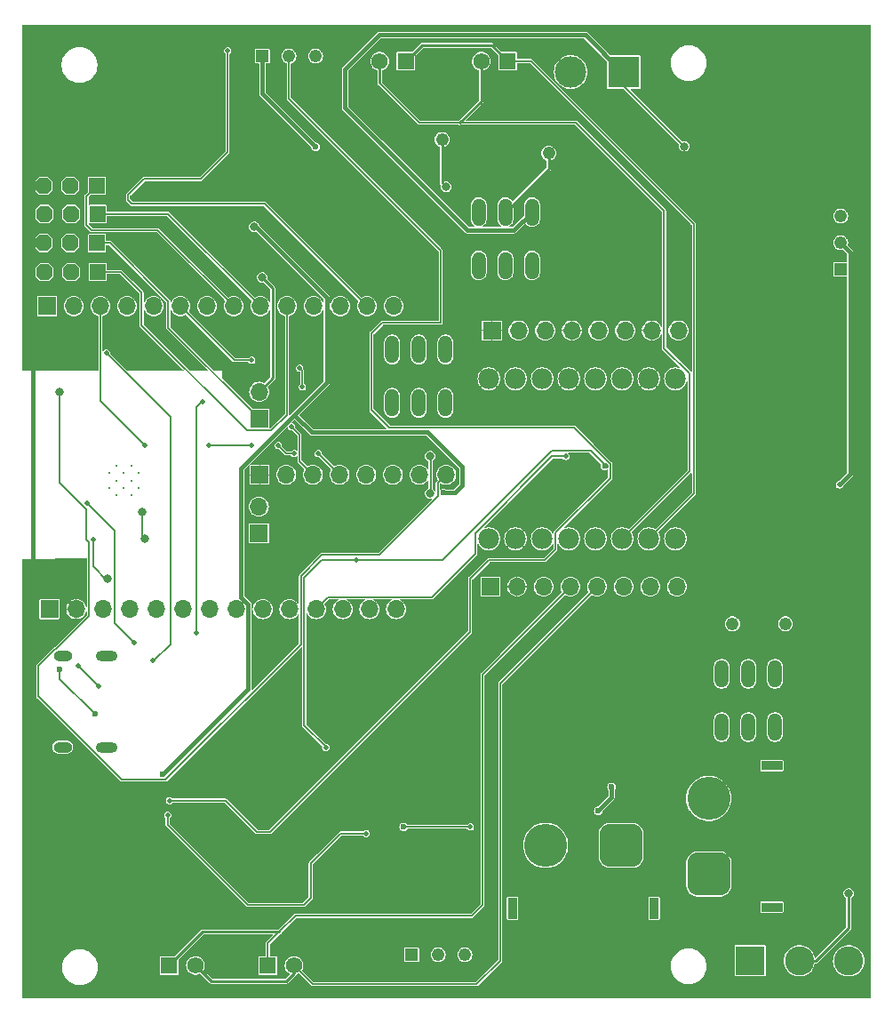
<source format=gbr>
%TF.GenerationSoftware,KiCad,Pcbnew,8.0.2*%
%TF.CreationDate,2024-05-19T21:43:39+05:30*%
%TF.ProjectId,Evoborne,45766f62-6f72-46e6-952e-6b696361645f,rev?*%
%TF.SameCoordinates,Original*%
%TF.FileFunction,Copper,L2,Bot*%
%TF.FilePolarity,Positive*%
%FSLAX46Y46*%
G04 Gerber Fmt 4.6, Leading zero omitted, Abs format (unit mm)*
G04 Created by KiCad (PCBNEW 8.0.2) date 2024-05-19 21:43:39*
%MOMM*%
%LPD*%
G01*
G04 APERTURE LIST*
G04 Aperture macros list*
%AMRoundRect*
0 Rectangle with rounded corners*
0 $1 Rounding radius*
0 $2 $3 $4 $5 $6 $7 $8 $9 X,Y pos of 4 corners*
0 Add a 4 corners polygon primitive as box body*
4,1,4,$2,$3,$4,$5,$6,$7,$8,$9,$2,$3,0*
0 Add four circle primitives for the rounded corners*
1,1,$1+$1,$2,$3*
1,1,$1+$1,$4,$5*
1,1,$1+$1,$6,$7*
1,1,$1+$1,$8,$9*
0 Add four rect primitives between the rounded corners*
20,1,$1+$1,$2,$3,$4,$5,0*
20,1,$1+$1,$4,$5,$6,$7,0*
20,1,$1+$1,$6,$7,$8,$9,0*
20,1,$1+$1,$8,$9,$2,$3,0*%
%AMOutline5P*
0 Free polygon, 5 corners , with rotation*
0 The origin of the aperture is its center*
0 number of corners: always 5*
0 $1 to $10 corner X, Y*
0 $11 Rotation angle, in degrees counterclockwise*
0 create outline with 5 corners*
4,1,5,$1,$2,$3,$4,$5,$6,$7,$8,$9,$10,$1,$2,$11*%
%AMOutline6P*
0 Free polygon, 6 corners , with rotation*
0 The origin of the aperture is its center*
0 number of corners: always 6*
0 $1 to $12 corner X, Y*
0 $13 Rotation angle, in degrees counterclockwise*
0 create outline with 6 corners*
4,1,6,$1,$2,$3,$4,$5,$6,$7,$8,$9,$10,$11,$12,$1,$2,$13*%
%AMOutline7P*
0 Free polygon, 7 corners , with rotation*
0 The origin of the aperture is its center*
0 number of corners: always 7*
0 $1 to $14 corner X, Y*
0 $15 Rotation angle, in degrees counterclockwise*
0 create outline with 7 corners*
4,1,7,$1,$2,$3,$4,$5,$6,$7,$8,$9,$10,$11,$12,$13,$14,$1,$2,$15*%
%AMOutline8P*
0 Free polygon, 8 corners , with rotation*
0 The origin of the aperture is its center*
0 number of corners: always 8*
0 $1 to $16 corner X, Y*
0 $17 Rotation angle, in degrees counterclockwise*
0 create outline with 8 corners*
4,1,8,$1,$2,$3,$4,$5,$6,$7,$8,$9,$10,$11,$12,$13,$14,$15,$16,$1,$2,$17*%
G04 Aperture macros list end*
%TA.AperFunction,ComponentPad*%
%ADD10R,1.524000X1.524000*%
%TD*%
%TA.AperFunction,ComponentPad*%
%ADD11Outline8P,-0.762000X0.381000X-0.381000X0.762000X0.381000X0.762000X0.762000X0.381000X0.762000X-0.381000X0.381000X-0.762000X-0.381000X-0.762000X-0.762000X-0.381000X270.000000*%
%TD*%
%TA.AperFunction,ComponentPad*%
%ADD12R,1.700000X1.700000*%
%TD*%
%TA.AperFunction,ComponentPad*%
%ADD13O,1.700000X1.700000*%
%TD*%
%TA.AperFunction,ComponentPad*%
%ADD14R,1.575000X1.575000*%
%TD*%
%TA.AperFunction,ComponentPad*%
%ADD15C,1.575000*%
%TD*%
%TA.AperFunction,ComponentPad*%
%ADD16C,0.300000*%
%TD*%
%TA.AperFunction,ComponentPad*%
%ADD17R,1.218000X1.218000*%
%TD*%
%TA.AperFunction,ComponentPad*%
%ADD18C,1.218000*%
%TD*%
%TA.AperFunction,ComponentPad*%
%ADD19O,1.320800X2.641600*%
%TD*%
%TA.AperFunction,ComponentPad*%
%ADD20C,1.980000*%
%TD*%
%TA.AperFunction,ComponentPad*%
%ADD21R,0.900000X2.000000*%
%TD*%
%TA.AperFunction,ComponentPad*%
%ADD22RoundRect,1.025000X1.025000X1.025000X-1.025000X1.025000X-1.025000X-1.025000X1.025000X-1.025000X0*%
%TD*%
%TA.AperFunction,ComponentPad*%
%ADD23C,4.100000*%
%TD*%
%TA.AperFunction,ComponentPad*%
%ADD24C,1.228000*%
%TD*%
%TA.AperFunction,ComponentPad*%
%ADD25R,3.000000X3.000000*%
%TD*%
%TA.AperFunction,ComponentPad*%
%ADD26C,3.000000*%
%TD*%
%TA.AperFunction,ComponentPad*%
%ADD27O,2.100000X1.000000*%
%TD*%
%TA.AperFunction,ComponentPad*%
%ADD28O,1.800000X1.000000*%
%TD*%
%TA.AperFunction,ComponentPad*%
%ADD29C,1.219000*%
%TD*%
%TA.AperFunction,ComponentPad*%
%ADD30R,2.775000X2.775000*%
%TD*%
%TA.AperFunction,ComponentPad*%
%ADD31C,2.775000*%
%TD*%
%TA.AperFunction,ComponentPad*%
%ADD32R,2.000000X0.900000*%
%TD*%
%TA.AperFunction,ComponentPad*%
%ADD33RoundRect,1.025000X-1.025000X1.025000X-1.025000X-1.025000X1.025000X-1.025000X1.025000X1.025000X0*%
%TD*%
%TA.AperFunction,ViaPad*%
%ADD34C,0.800000*%
%TD*%
%TA.AperFunction,ViaPad*%
%ADD35C,0.600000*%
%TD*%
%TA.AperFunction,ViaPad*%
%ADD36C,0.500000*%
%TD*%
%TA.AperFunction,Conductor*%
%ADD37C,0.400000*%
%TD*%
%TA.AperFunction,Conductor*%
%ADD38C,0.200000*%
%TD*%
%TA.AperFunction,Conductor*%
%ADD39C,0.250000*%
%TD*%
G04 APERTURE END LIST*
D10*
%TO.P,J6,1,Pin_1*%
%TO.N,/15*%
X56640000Y-82580000D03*
D11*
%TO.P,J6,2,Pin_2*%
%TO.N,/8.4V_P*%
X54100000Y-82580000D03*
%TO.P,J6,3,Pin_3*%
%TO.N,GND*%
X51560000Y-82580000D03*
%TD*%
D12*
%TO.P,J12,1,Pin_1*%
%TO.N,/12V_P*%
X94130000Y-115310000D03*
D13*
%TO.P,J12,2,Pin_2*%
%TO.N,/3V3*%
X96670000Y-115310000D03*
%TO.P,J12,3,Pin_3*%
%TO.N,GND*%
X99210000Y-115310000D03*
%TO.P,J12,4,Pin_4*%
%TO.N,/M1A*%
X101750000Y-115310000D03*
%TO.P,J12,5,Pin_5*%
%TO.N,/M1B*%
X104290000Y-115310000D03*
%TO.P,J12,6,Pin_6*%
%TO.N,/M2B*%
X106830000Y-115310000D03*
%TO.P,J12,7,Pin_7*%
%TO.N,/M2A*%
X109370000Y-115310000D03*
%TO.P,J12,8,Pin_8*%
%TO.N,GND*%
X111910000Y-115310000D03*
%TD*%
D10*
%TO.P,J5,1,Pin_1*%
%TO.N,/5*%
X56700000Y-85330000D03*
D11*
%TO.P,J5,2,Pin_2*%
%TO.N,/8.4V_P*%
X54160000Y-85330000D03*
%TO.P,J5,3,Pin_3*%
%TO.N,GND*%
X51620000Y-85330000D03*
%TD*%
D14*
%TO.P,J4,1,1*%
%TO.N,/M2A*%
X86086000Y-65261000D03*
D15*
%TO.P,J4,2,2*%
%TO.N,/M2B*%
X83586000Y-65261000D03*
%TD*%
D16*
%TO.P,U3,39_10*%
%TO.N,N/C*%
X57800000Y-105900000D03*
%TO.P,U3,39_11*%
X57800000Y-104500000D03*
%TO.P,U3,39_12*%
X58500000Y-106600000D03*
%TO.P,U3,39_13*%
X58500000Y-105200000D03*
%TO.P,U3,39_14*%
X58500000Y-103800000D03*
%TO.P,U3,39_15*%
X59200000Y-105900000D03*
%TO.P,U3,39_16*%
X59200000Y-104500000D03*
%TO.P,U3,39_17*%
X59900000Y-106600000D03*
%TO.P,U3,39_18*%
X59900000Y-105200000D03*
%TO.P,U3,39_19*%
X59900000Y-103800000D03*
%TO.P,U3,39_20*%
X60600000Y-105900000D03*
%TO.P,U3,39_21*%
X60600000Y-104500000D03*
%TD*%
D12*
%TO.P,J17,1,Pin_1*%
%TO.N,GND*%
X51890000Y-88590000D03*
D13*
%TO.P,J17,2,Pin_2*%
%TO.N,/23*%
X54430000Y-88590000D03*
%TO.P,J17,3,Pin_3*%
%TO.N,/22*%
X56970000Y-88590000D03*
%TO.P,J17,4,Pin_4*%
%TO.N,/TXD*%
X59510000Y-88590000D03*
%TO.P,J17,5,Pin_5*%
%TO.N,/RXD*%
X62050000Y-88590000D03*
%TO.P,J17,6,Pin_6*%
%TO.N,/21*%
X64590000Y-88590000D03*
%TO.P,J17,7,Pin_7*%
%TO.N,unconnected-(J17-Pin_7-Pad7)*%
X67130000Y-88590000D03*
%TO.P,J17,8,Pin_8*%
%TO.N,/19*%
X69670000Y-88590000D03*
%TO.P,J17,9,Pin_9*%
%TO.N,/18*%
X72210000Y-88590000D03*
%TO.P,J17,10,Pin_10*%
%TO.N,/5*%
X74750000Y-88590000D03*
%TO.P,J17,11,Pin_11*%
%TO.N,/17*%
X77290000Y-88590000D03*
%TO.P,J17,12,Pin_12*%
%TO.N,/16*%
X79830000Y-88590000D03*
%TO.P,J17,13,Pin_13*%
%TO.N,/4*%
X82370000Y-88590000D03*
%TO.P,J17,14,Pin_14*%
%TO.N,/0*%
X84910000Y-88590000D03*
%TD*%
D12*
%TO.P,J11,1,Pin_1*%
%TO.N,/3V3*%
X94270000Y-90910000D03*
D13*
%TO.P,J11,2,Pin_2*%
%TO.N,/A2*%
X96810000Y-90910000D03*
%TO.P,J11,3,Pin_3*%
%TO.N,/A1*%
X99350000Y-90910000D03*
%TO.P,J11,4,Pin_4*%
%TO.N,/3V3*%
X101890000Y-90910000D03*
%TO.P,J11,5,Pin_5*%
%TO.N,/B1*%
X104430000Y-90910000D03*
%TO.P,J11,6,Pin_6*%
%TO.N,/B2*%
X106970000Y-90910000D03*
%TO.P,J11,7,Pin_7*%
%TO.N,/3V3*%
X109510000Y-90910000D03*
%TO.P,J11,8,Pin_8*%
%TO.N,GND*%
X112050000Y-90910000D03*
%TD*%
D17*
%TO.P,R6,1*%
%TO.N,/8.4V*%
X72390000Y-64770000D03*
D18*
%TO.P,R6,2*%
%TO.N,Net-(U6-FB)*%
X74930000Y-64770000D03*
%TO.P,R6,3*%
%TO.N,GND*%
X77470000Y-64770000D03*
%TD*%
D12*
%TO.P,J15,1,Pin_1*%
%TO.N,/3V3*%
X72136000Y-104648000D03*
D13*
%TO.P,J15,2,Pin_2*%
%TO.N,GND*%
X74676000Y-104648000D03*
%TO.P,J15,3,Pin_3*%
%TO.N,/21*%
X77216000Y-104648000D03*
%TO.P,J15,4,Pin_4*%
%TO.N,/22*%
X79756000Y-104648000D03*
%TO.P,J15,5,Pin_5*%
%TO.N,unconnected-(J15-Pin_5-Pad5)*%
X82296000Y-104648000D03*
%TO.P,J15,6,Pin_6*%
%TO.N,unconnected-(J15-Pin_6-Pad6)*%
X84836000Y-104648000D03*
%TO.P,J15,7,Pin_7*%
%TO.N,unconnected-(J15-Pin_7-Pad7)*%
X87376000Y-104648000D03*
%TO.P,J15,8,Pin_8*%
%TO.N,/23*%
X89916000Y-104648000D03*
%TD*%
D10*
%TO.P,J8,1,Pin_1*%
%TO.N,/19*%
X56650000Y-77120000D03*
D11*
%TO.P,J8,2,Pin_2*%
%TO.N,/8.4V_P*%
X54110000Y-77120000D03*
%TO.P,J8,3,Pin_3*%
%TO.N,GND*%
X51570000Y-77120000D03*
%TD*%
D19*
%TO.P,SW3,1,A*%
%TO.N,unconnected-(SW4-A-Pad1)*%
X84770000Y-92710000D03*
%TO.P,SW3,2,B*%
%TO.N,Net-(D3-K)*%
X87310000Y-92710000D03*
%TO.P,SW3,3,C*%
%TO.N,/8.4V_P*%
X89850000Y-92710000D03*
%TO.P,SW3,4,A*%
%TO.N,unconnected-(SW4-A-Pad4)*%
X84770000Y-97790000D03*
%TO.P,SW3,5,B*%
%TO.N,Net-(D3-K)*%
X87310000Y-97790000D03*
%TO.P,SW3,6,C*%
%TO.N,/8.4V_P*%
X89850000Y-97790000D03*
%TD*%
D12*
%TO.P,J18,1,Pin_1*%
%TO.N,GND*%
X72070000Y-110225000D03*
D13*
%TO.P,J18,2,Pin_2*%
%TO.N,/13*%
X72070000Y-107685000D03*
%TD*%
D10*
%TO.P,J7,1,Pin_1*%
%TO.N,/18*%
X56710000Y-79800000D03*
D11*
%TO.P,J7,2,Pin_2*%
%TO.N,/8.4V_P*%
X54170000Y-79800000D03*
%TO.P,J7,3,Pin_3*%
%TO.N,GND*%
X51630000Y-79800000D03*
%TD*%
D19*
%TO.P,SW2,1,A*%
%TO.N,unconnected-(SW3-A-Pad1)*%
X121260000Y-128680000D03*
%TO.P,SW2,2,B*%
%TO.N,Net-(F1-Pad2)*%
X118720000Y-128680000D03*
%TO.P,SW2,3,C*%
%TO.N,/12V_P*%
X116180000Y-128680000D03*
%TO.P,SW2,4,A*%
%TO.N,unconnected-(SW3-A-Pad4)*%
X121260000Y-123600000D03*
%TO.P,SW2,5,B*%
%TO.N,Net-(F1-Pad2)*%
X118720000Y-123600000D03*
%TO.P,SW2,6,C*%
%TO.N,/12V_P*%
X116180000Y-123600000D03*
%TD*%
D14*
%TO.P,J1,1,1*%
%TO.N,/M1A*%
X63520000Y-151384000D03*
D15*
%TO.P,J1,2,2*%
%TO.N,/M1B*%
X66020000Y-151384000D03*
%TD*%
D14*
%TO.P,J2,1,1*%
%TO.N,/M1A*%
X72918000Y-151401000D03*
D15*
%TO.P,J2,2,2*%
%TO.N,/M1B*%
X75418000Y-151401000D03*
%TD*%
D20*
%TO.P,U1,1,VM*%
%TO.N,/12V_P*%
X93990000Y-110740000D03*
%TO.P,U1,2,VCC*%
%TO.N,/3V3*%
X96530000Y-110740000D03*
%TO.P,U1,3,GND*%
%TO.N,GND*%
X99070000Y-110740000D03*
%TO.P,U1,4,A01*%
%TO.N,/M1A*%
X101610000Y-110740000D03*
%TO.P,U1,5,A02*%
%TO.N,/M1B*%
X104150000Y-110740000D03*
%TO.P,U1,6,B02*%
%TO.N,/M2B*%
X106690000Y-110740000D03*
%TO.P,U1,7,B01*%
%TO.N,/M2A*%
X109230000Y-110740000D03*
%TO.P,U1,8,GND*%
%TO.N,GND*%
X111770000Y-110740000D03*
%TO.P,U1,9,GND*%
X111770000Y-95500000D03*
%TO.P,U1,10,PWMB*%
%TO.N,/3V3*%
X109230000Y-95500000D03*
%TO.P,U1,11,BI2*%
%TO.N,/B2*%
X106690000Y-95500000D03*
%TO.P,U1,12,BI1*%
%TO.N,/B1*%
X104150000Y-95500000D03*
%TO.P,U1,13,STBY*%
%TO.N,/3V3*%
X101610000Y-95500000D03*
%TO.P,U1,14,AI1*%
%TO.N,/A1*%
X99070000Y-95500000D03*
%TO.P,U1,15,AI2*%
%TO.N,/A2*%
X96530000Y-95500000D03*
%TO.P,U1,16,PWMA*%
%TO.N,/3V3*%
X93990000Y-95500000D03*
%TD*%
D12*
%TO.P,J16,1,Pin_1*%
%TO.N,GND*%
X52120000Y-117450000D03*
D13*
%TO.P,J16,2,Pin_2*%
%TO.N,/3V3*%
X54660000Y-117450000D03*
%TO.P,J16,3,Pin_3*%
%TO.N,/EN*%
X57200000Y-117450000D03*
%TO.P,J16,4,Pin_4*%
%TO.N,/VP*%
X59740000Y-117450000D03*
%TO.P,J16,5,Pin_5*%
%TO.N,/VN*%
X62280000Y-117450000D03*
%TO.P,J16,6,Pin_6*%
%TO.N,/34*%
X64820000Y-117450000D03*
%TO.P,J16,7,Pin_7*%
%TO.N,/35*%
X67360000Y-117450000D03*
%TO.P,J16,8,Pin_8*%
%TO.N,/32*%
X69900000Y-117450000D03*
%TO.P,J16,9,Pin_9*%
%TO.N,/33*%
X72440000Y-117450000D03*
%TO.P,J16,10,Pin_10*%
%TO.N,/25*%
X74980000Y-117450000D03*
%TO.P,J16,11,Pin_11*%
%TO.N,/26*%
X77520000Y-117450000D03*
%TO.P,J16,12,Pin_12*%
%TO.N,/27*%
X80060000Y-117450000D03*
%TO.P,J16,13,Pin_13*%
%TO.N,/14*%
X82600000Y-117450000D03*
%TO.P,J16,14,Pin_14*%
%TO.N,/12*%
X85140000Y-117450000D03*
%TD*%
D21*
%TO.P,J9,*%
%TO.N,*%
X109740000Y-145940000D03*
X96240000Y-145940000D03*
D22*
%TO.P,J9,1,+*%
%TO.N,/24V*%
X106590000Y-139940000D03*
D23*
%TO.P,J9,2,-*%
%TO.N,GND*%
X99390000Y-139940000D03*
%TD*%
D17*
%TO.P,R7,1*%
%TO.N,/5V*%
X127508000Y-85090000D03*
D18*
%TO.P,R7,2*%
%TO.N,Net-(U4-FB)*%
X127508000Y-82550000D03*
%TO.P,R7,3*%
%TO.N,GND*%
X127508000Y-80010000D03*
%TD*%
D24*
%TO.P,F2,1*%
%TO.N,Net-(D8-K)*%
X89535000Y-72720000D03*
%TO.P,F2,2*%
%TO.N,Net-(F2-Pad2)*%
X99685000Y-74020000D03*
%TD*%
D12*
%TO.P,J19,1,Pin_1*%
%TO.N,/15*%
X72090000Y-99285000D03*
D13*
%TO.P,J19,2,Pin_2*%
%TO.N,/2*%
X72090000Y-96745000D03*
%TD*%
D25*
%TO.P,J13,1,Pin_1*%
%TO.N,/5V_P*%
X106860000Y-66290000D03*
D26*
%TO.P,J13,2,Pin_2*%
%TO.N,GND*%
X101780000Y-66290000D03*
%TD*%
D17*
%TO.P,R5,1*%
%TO.N,/12V*%
X86614000Y-150368000D03*
D18*
%TO.P,R5,2*%
%TO.N,Net-(U5-FB)*%
X89154000Y-150368000D03*
%TO.P,R5,3*%
%TO.N,GND*%
X91694000Y-150368000D03*
%TD*%
D27*
%TO.P,J14,S1,SHIELD*%
%TO.N,GND*%
X57575000Y-121950000D03*
D28*
X53375000Y-121950000D03*
D27*
X57575000Y-130590000D03*
D28*
X53375000Y-130590000D03*
%TD*%
D29*
%TO.P,F1,1*%
%TO.N,Net-(D1-K)*%
X122245000Y-118830000D03*
%TO.P,F1,2*%
%TO.N,Net-(F1-Pad2)*%
X117195000Y-118830000D03*
%TD*%
D19*
%TO.P,SW4,1,A*%
%TO.N,unconnected-(SW5-A-Pad1)*%
X93000000Y-79630000D03*
%TO.P,SW4,2,B*%
%TO.N,Net-(F2-Pad2)*%
X95540000Y-79630000D03*
%TO.P,SW4,3,C*%
%TO.N,/5V_P*%
X98080000Y-79630000D03*
%TO.P,SW4,4,A*%
%TO.N,unconnected-(SW5-A-Pad4)*%
X93000000Y-84710000D03*
%TO.P,SW4,5,B*%
%TO.N,Net-(F2-Pad2)*%
X95540000Y-84710000D03*
%TO.P,SW4,6,C*%
%TO.N,/5V_P*%
X98080000Y-84710000D03*
%TD*%
D30*
%TO.P,SW_1,1*%
%TO.N,GND*%
X118870000Y-150940000D03*
D31*
%TO.P,SW_1,2*%
%TO.N,/24V*%
X123570000Y-150940000D03*
%TO.P,SW_1,3*%
%TO.N,/24V_ESC*%
X128270000Y-150940000D03*
%TD*%
D14*
%TO.P,J3,1,1*%
%TO.N,/M2A*%
X95758000Y-65244000D03*
D15*
%TO.P,J3,2,2*%
%TO.N,/M2B*%
X93258000Y-65244000D03*
%TD*%
D32*
%TO.P,J10,*%
%TO.N,*%
X120940000Y-132330000D03*
X120940000Y-145830000D03*
D33*
%TO.P,J10,1,+*%
%TO.N,/24V_ESC*%
X114940000Y-142680000D03*
D23*
%TO.P,J10,2,-*%
%TO.N,GND*%
X114940000Y-135480000D03*
%TD*%
D34*
%TO.N,/5V_P*%
X112610000Y-73360000D03*
%TO.N,GND*%
X60960000Y-108204000D03*
X61214000Y-110744000D03*
D35*
%TO.N,/3V3*%
X50546000Y-75184000D03*
%TO.N,/12V*%
X104394000Y-136652000D03*
X105664000Y-134366000D03*
D36*
%TO.N,Net-(U6-VC)*%
X63390000Y-137070000D03*
X82290000Y-138830000D03*
D35*
%TO.N,/8.4V*%
X77470000Y-73406000D03*
X89630000Y-106370000D03*
D34*
X71628000Y-81026000D03*
D35*
X62920000Y-133180000D03*
D34*
%TO.N,Net-(D3-K)*%
X88392000Y-106426000D03*
X88392000Y-102870000D03*
D36*
%TO.N,Net-(U6-SW)*%
X81350000Y-112750000D03*
D35*
X105050000Y-103810000D03*
D36*
X78440000Y-130610000D03*
D34*
%TO.N,Net-(D8-K)*%
X89916000Y-77216000D03*
D36*
%TO.N,/26*%
X101300000Y-102900000D03*
D34*
%TO.N,/24V*%
X128270000Y-144526000D03*
D36*
%TO.N,Net-(J14-CC1)*%
X54830000Y-122820000D03*
X56770000Y-124790000D03*
D35*
%TO.N,Net-(J14-CC2)*%
X53100000Y-123200000D03*
X56440000Y-127440000D03*
D34*
%TO.N,/34*%
X57658000Y-114554000D03*
D36*
X56280000Y-110820000D03*
D34*
%TO.N,/23*%
X53086000Y-96774000D03*
D36*
%TO.N,/22*%
X61214000Y-101854000D03*
X67310000Y-101854000D03*
X77724000Y-102616000D03*
X73914000Y-101854000D03*
X71374000Y-101854000D03*
X75438000Y-102616000D03*
%TO.N,/TXD*%
X55690000Y-107330000D03*
X60170000Y-120680000D03*
%TO.N,/21*%
X76200000Y-96266000D03*
X75946000Y-94488000D03*
X75184000Y-100076000D03*
X71374000Y-93726000D03*
%TO.N,/4*%
X69088000Y-64262000D03*
%TO.N,/0*%
X66125000Y-119695000D03*
X66680000Y-97660000D03*
D34*
%TO.N,/2*%
X72390000Y-85852000D03*
D35*
%TO.N,Net-(U5-FB)*%
X85852000Y-138176000D03*
D36*
X92202000Y-138176000D03*
%TO.N,Net-(U6-FB)*%
X63560000Y-135690000D03*
%TO.N,Net-(U4-FB)*%
X127390000Y-105610000D03*
%TO.N,Net-(U7-TXD)*%
X57540000Y-93070000D03*
X61990000Y-122370000D03*
%TD*%
D37*
%TO.N,/5V_P*%
X106780000Y-66360000D02*
X103158000Y-62738000D01*
D38*
X112610000Y-73380000D02*
X112600000Y-73370000D01*
X106860000Y-66290000D02*
X106860000Y-67630000D01*
X112590000Y-73360000D02*
X112610000Y-73360000D01*
D37*
X80264000Y-69654000D02*
X91960800Y-81350800D01*
X103158000Y-62738000D02*
X83566000Y-62738000D01*
X96359200Y-81350800D02*
X98080000Y-79630000D01*
D38*
X112610000Y-73360000D02*
X112610000Y-73380000D01*
X106860000Y-67630000D02*
X112590000Y-73360000D01*
D37*
X80264000Y-66040000D02*
X80264000Y-69654000D01*
X83566000Y-62738000D02*
X80264000Y-66040000D01*
X91960800Y-81350800D02*
X96359200Y-81350800D01*
D38*
%TO.N,GND*%
X60960000Y-110490000D02*
X60960000Y-108204000D01*
X61214000Y-110744000D02*
X60960000Y-110490000D01*
D37*
%TO.N,/3V3*%
X50508000Y-75184000D02*
X50508000Y-77625266D01*
X50508000Y-77625266D02*
X50546000Y-77663266D01*
X50546000Y-82026734D02*
X50498000Y-82074734D01*
X50498000Y-82074734D02*
X50498000Y-113288000D01*
X50546000Y-77663266D02*
X50546000Y-82026734D01*
X50498000Y-113288000D02*
X54660000Y-117450000D01*
%TO.N,/12V*%
X105664000Y-135382000D02*
X105664000Y-134366000D01*
X104394000Y-136652000D02*
X105664000Y-135382000D01*
D38*
%TO.N,Net-(U6-VC)*%
X79837818Y-138830000D02*
X77010000Y-141657818D01*
X77010000Y-144960000D02*
X76350000Y-145620000D01*
X71030000Y-145620000D02*
X63390000Y-137980000D01*
X63390000Y-137980000D02*
X63390000Y-137070000D01*
X76350000Y-145620000D02*
X71030000Y-145620000D01*
X77010000Y-141657818D02*
X77010000Y-144960000D01*
X82290000Y-138830000D02*
X79837818Y-138830000D01*
D37*
%TO.N,/8.4V*%
X71628000Y-80868000D02*
X71786000Y-81026000D01*
X91440000Y-103886000D02*
X88138000Y-100584000D01*
X71786000Y-81026000D02*
X71628000Y-81026000D01*
X62920000Y-133180000D02*
X71050000Y-125050000D01*
X90734000Y-106370000D02*
X91440000Y-105664000D01*
X71050000Y-116973654D02*
X70358000Y-116281654D01*
X88138000Y-100584000D02*
X77084000Y-100584000D01*
X72390000Y-64770000D02*
X72390000Y-68326000D01*
X89630000Y-106370000D02*
X90734000Y-106370000D01*
X75441053Y-98941053D02*
X78540000Y-95842107D01*
X72390000Y-68326000D02*
X77470000Y-73406000D01*
X77084000Y-100584000D02*
X75441053Y-98941053D01*
X70358000Y-116281654D02*
X70358000Y-104024106D01*
X70358000Y-104024106D02*
X75441053Y-98941053D01*
X78540000Y-95842107D02*
X78540000Y-87780000D01*
X71050000Y-125050000D02*
X71050000Y-116973654D01*
X91440000Y-105664000D02*
X91440000Y-103886000D01*
X78540000Y-87780000D02*
X71786000Y-81026000D01*
X71628000Y-81026000D02*
X71628000Y-80868000D01*
D38*
%TO.N,Net-(D3-K)*%
X88426000Y-106392000D02*
X88426000Y-102904000D01*
X88426000Y-102904000D02*
X88392000Y-102870000D01*
X88392000Y-106426000D02*
X88426000Y-106392000D01*
%TO.N,Net-(U6-SW)*%
X81030000Y-112750000D02*
X78053654Y-112750000D01*
X76370000Y-128510000D02*
X78440000Y-130580000D01*
X103680000Y-102350000D02*
X105050000Y-103720000D01*
X81030000Y-112750000D02*
X89589979Y-112750000D01*
D37*
X105050000Y-103720000D02*
X105050000Y-103810000D01*
D38*
X99989979Y-102350000D02*
X103680000Y-102350000D01*
X78470000Y-130610000D02*
X78420000Y-130560000D01*
X78440000Y-130580000D02*
X78440000Y-130610000D01*
X89589979Y-112750000D02*
X99989979Y-102350000D01*
X76370000Y-114433654D02*
X76370000Y-128510000D01*
D37*
X105050000Y-103810000D02*
X105140000Y-103810000D01*
D38*
X78440000Y-130610000D02*
X78470000Y-130610000D01*
X78053654Y-112750000D02*
X76370000Y-114433654D01*
D37*
X105140000Y-103810000D02*
X105050000Y-103720000D01*
D39*
%TO.N,Net-(D8-K)*%
X89535000Y-76835000D02*
X89535000Y-72720000D01*
X89916000Y-77216000D02*
X89535000Y-76835000D01*
D38*
%TO.N,/26*%
X92700000Y-112140000D02*
X88540000Y-116300000D01*
X92700000Y-110205664D02*
X92700000Y-112140000D01*
X101300000Y-102900000D02*
X100005664Y-102900000D01*
X78670000Y-116300000D02*
X77520000Y-117450000D01*
X100005664Y-102900000D02*
X92700000Y-110205664D01*
X88540000Y-116300000D02*
X78670000Y-116300000D01*
%TO.N,/5*%
X74750000Y-98925000D02*
X74750000Y-88590000D01*
X73240000Y-100435000D02*
X74750000Y-98925000D01*
X56700000Y-85330000D02*
X58914000Y-85330000D01*
X70940000Y-100435000D02*
X73240000Y-100435000D01*
X58914000Y-85330000D02*
X60900000Y-87316000D01*
X60900000Y-87316000D02*
X60900000Y-90395000D01*
X60900000Y-90395000D02*
X70940000Y-100435000D01*
%TO.N,/15*%
X57906346Y-82580000D02*
X63440000Y-88113654D01*
X56640000Y-82580000D02*
X57906346Y-82580000D01*
X63440000Y-88113654D02*
X63440000Y-90635000D01*
X63440000Y-90635000D02*
X72090000Y-99285000D01*
%TO.N,/18*%
X63420000Y-79800000D02*
X72210000Y-88590000D01*
X56710000Y-79800000D02*
X63420000Y-79800000D01*
%TO.N,/19*%
X56650000Y-77120000D02*
X55648000Y-78122000D01*
X56136000Y-81350000D02*
X62430000Y-81350000D01*
X62430000Y-81350000D02*
X69670000Y-88590000D01*
X55648000Y-80862000D02*
X56136000Y-81350000D01*
X55648000Y-78122000D02*
X55648000Y-80862000D01*
D39*
%TO.N,Net-(F2-Pad2)*%
X99685000Y-75485000D02*
X95540000Y-79630000D01*
X99685000Y-74020000D02*
X99685000Y-75485000D01*
%TO.N,/M1A*%
X63520000Y-151384000D02*
X66715000Y-148189000D01*
D38*
X75560000Y-146650000D02*
X74021000Y-148189000D01*
X74021000Y-148189000D02*
X72918000Y-149292000D01*
X93380000Y-145634000D02*
X93380000Y-123680000D01*
X93380000Y-123680000D02*
X101750000Y-115310000D01*
X92364000Y-146650000D02*
X93380000Y-145634000D01*
X75560000Y-146650000D02*
X92364000Y-146650000D01*
D39*
X66715000Y-148189000D02*
X74021000Y-148189000D01*
D38*
X72918000Y-149292000D02*
X72918000Y-151401000D01*
%TO.N,/M1B*%
X77179000Y-153162000D02*
X75418000Y-151401000D01*
D39*
X67069500Y-152413500D02*
X67564000Y-152908000D01*
X74676000Y-152908000D02*
X75418000Y-152166000D01*
X75418000Y-152166000D02*
X75418000Y-151401000D01*
D38*
X92818000Y-153162000D02*
X77179000Y-153162000D01*
D39*
X66020000Y-151384000D02*
X67049500Y-152413500D01*
D38*
X95070000Y-150910000D02*
X92818000Y-153162000D01*
D39*
X67564000Y-152908000D02*
X74676000Y-152908000D01*
D38*
X104290000Y-115310000D02*
X95070000Y-124530000D01*
D39*
X67049500Y-152413500D02*
X67069500Y-152413500D01*
D38*
X95070000Y-124530000D02*
X95070000Y-150910000D01*
D39*
%TO.N,/M2A*%
X94268000Y-63754000D02*
X95758000Y-65244000D01*
D38*
X98010000Y-65244000D02*
X95758000Y-65244000D01*
X113520000Y-106450000D02*
X113520000Y-80754000D01*
X113520000Y-80754000D02*
X98010000Y-65244000D01*
D39*
X86086000Y-65261000D02*
X87593000Y-63754000D01*
X87593000Y-63754000D02*
X94268000Y-63754000D01*
D38*
X109230000Y-110740000D02*
X113520000Y-106450000D01*
%TO.N,/M2B*%
X106690000Y-110740000D02*
X113120000Y-104310000D01*
X91186000Y-71120000D02*
X87376000Y-71120000D01*
D39*
X93258000Y-65244000D02*
X93258000Y-69048000D01*
X83586000Y-65261000D02*
X83586000Y-67330000D01*
D38*
X113120000Y-95025664D02*
X110690000Y-92595664D01*
X113120000Y-104310000D02*
X113120000Y-95025664D01*
D39*
X93258000Y-69048000D02*
X91186000Y-71120000D01*
D38*
X102308000Y-71120000D02*
X91186000Y-71120000D01*
X83586000Y-67330000D02*
X87376000Y-71120000D01*
X110690000Y-79502000D02*
X102308000Y-71120000D01*
X110690000Y-92595664D02*
X110690000Y-79502000D01*
D39*
%TO.N,/24V*%
X125158000Y-150940000D02*
X128270000Y-147828000D01*
X123570000Y-150940000D02*
X125158000Y-150940000D01*
X128270000Y-147828000D02*
X128270000Y-144526000D01*
D38*
%TO.N,Net-(J14-CC1)*%
X54830000Y-122850000D02*
X54830000Y-122820000D01*
X56770000Y-124790000D02*
X54830000Y-122850000D01*
X54800000Y-122820000D02*
X54830000Y-122850000D01*
X54830000Y-122820000D02*
X54800000Y-122820000D01*
%TO.N,Net-(J14-CC2)*%
X53100000Y-124100000D02*
X56440000Y-127440000D01*
X53100000Y-123200000D02*
X53100000Y-124100000D01*
%TO.N,/34*%
X56260000Y-113400000D02*
X56280000Y-110820000D01*
X57570000Y-114710000D02*
X56260000Y-113400000D01*
%TO.N,/23*%
X55880000Y-111056397D02*
X55880000Y-118110000D01*
X52740000Y-121250000D02*
X52685051Y-121250000D01*
X76070000Y-120780000D02*
X76070000Y-114309390D01*
X89130000Y-106704000D02*
X89130000Y-105434000D01*
X51070000Y-122865051D02*
X51070000Y-125746000D01*
X53086000Y-105410000D02*
X55626000Y-107950000D01*
X89130000Y-105434000D02*
X89916000Y-104648000D01*
X59004000Y-133680000D02*
X63170000Y-133680000D01*
X63170000Y-133680000D02*
X76070000Y-120780000D01*
X83534000Y-112300000D02*
X89130000Y-106704000D01*
X52685051Y-121250000D02*
X51070000Y-122865051D01*
X55626000Y-110802397D02*
X55880000Y-111056397D01*
X78079390Y-112300000D02*
X83534000Y-112300000D01*
X55880000Y-118110000D02*
X52740000Y-121250000D01*
X53086000Y-96774000D02*
X53086000Y-105410000D01*
X55626000Y-107950000D02*
X55626000Y-110802397D01*
X76070000Y-114309390D02*
X78079390Y-112300000D01*
X51070000Y-125746000D02*
X59004000Y-133680000D01*
%TO.N,/22*%
X67310000Y-101854000D02*
X71374000Y-101854000D01*
X77724000Y-102616000D02*
X79756000Y-104648000D01*
X73914000Y-101854000D02*
X74676000Y-102616000D01*
X56970000Y-97610000D02*
X61214000Y-101854000D01*
X74676000Y-102616000D02*
X75438000Y-102616000D01*
X56970000Y-88590000D02*
X56970000Y-97610000D01*
%TO.N,/TXD*%
X58300000Y-111720000D02*
X58300000Y-109940000D01*
X60170000Y-120680000D02*
X58300000Y-118810000D01*
X58300000Y-109940000D02*
X55690000Y-107330000D01*
X58300000Y-118810000D02*
X58300000Y-111720000D01*
%TO.N,/21*%
X76200000Y-94742000D02*
X75946000Y-94488000D01*
X76200000Y-96266000D02*
X76200000Y-94742000D01*
X71374000Y-93726000D02*
X69726000Y-93726000D01*
X75946000Y-100838000D02*
X75184000Y-100076000D01*
X77216000Y-104648000D02*
X75946000Y-103378000D01*
X75946000Y-103378000D02*
X75946000Y-100838000D01*
X69726000Y-93726000D02*
X64590000Y-88590000D01*
%TO.N,/4*%
X69088000Y-73914000D02*
X66544000Y-76458000D01*
X66544000Y-76458000D02*
X61123471Y-76458000D01*
X59598000Y-77983471D02*
X59598000Y-78480529D01*
X69088000Y-68707000D02*
X69088000Y-64262000D01*
X59598000Y-78480529D02*
X59949471Y-78832000D01*
X59949471Y-78832000D02*
X72612000Y-78832000D01*
X72612000Y-78832000D02*
X82370000Y-88590000D01*
X69088000Y-68707000D02*
X69088000Y-73914000D01*
X61123471Y-76458000D02*
X59598000Y-77983471D01*
%TO.N,/0*%
X66125000Y-98195000D02*
X66660000Y-97660000D01*
X66125000Y-119695000D02*
X66125000Y-98195000D01*
D39*
%TO.N,/2*%
X72390000Y-85852000D02*
X73406000Y-86868000D01*
X73406000Y-86868000D02*
X73406000Y-95429000D01*
X73406000Y-95429000D02*
X72090000Y-96745000D01*
D38*
%TO.N,Net-(U5-FB)*%
X85852000Y-138176000D02*
X92202000Y-138176000D01*
%TO.N,Net-(U6-FB)*%
X89408000Y-83312000D02*
X74930000Y-68834000D01*
X82804000Y-91186000D02*
X83820000Y-90170000D01*
X82804000Y-98477686D02*
X82804000Y-91186000D01*
X84510314Y-100184000D02*
X82804000Y-98477686D01*
X73161500Y-138674500D02*
X92202000Y-119634000D01*
X100330000Y-110177085D02*
X105550000Y-104957085D01*
X92202000Y-114554000D02*
X93980000Y-112776000D01*
X105550000Y-103602893D02*
X102131107Y-100184000D01*
X92202000Y-119634000D02*
X92202000Y-114554000D01*
X99314000Y-112776000D02*
X100330000Y-111760000D01*
X105550000Y-104957085D02*
X105550000Y-103602893D01*
X102131107Y-100184000D02*
X84510314Y-100184000D01*
X93980000Y-112776000D02*
X99314000Y-112776000D01*
X74930000Y-68834000D02*
X74930000Y-64770000D01*
X63560000Y-135690000D02*
X68907000Y-135690000D01*
X68907000Y-135690000D02*
X71891500Y-138674500D01*
X71891500Y-138674500D02*
X73161500Y-138674500D01*
X100330000Y-111760000D02*
X100330000Y-110177085D01*
X89408000Y-90170000D02*
X89408000Y-83312000D01*
X83820000Y-90170000D02*
X89408000Y-90170000D01*
D37*
%TO.N,Net-(U4-FB)*%
X127508000Y-82550000D02*
X128417000Y-83459000D01*
X128417000Y-83459000D02*
X128417000Y-104583000D01*
X128417000Y-104583000D02*
X127390000Y-105610000D01*
D38*
%TO.N,Net-(U7-TXD)*%
X63620000Y-120770000D02*
X62020000Y-122370000D01*
X63620000Y-99150000D02*
X63620000Y-120770000D01*
X61990000Y-122400000D02*
X62050000Y-122340000D01*
X62020000Y-122370000D02*
X61990000Y-122370000D01*
X57540000Y-93070000D02*
X63620000Y-99150000D01*
X61990000Y-122370000D02*
X61990000Y-122400000D01*
%TD*%
%TA.AperFunction,Conductor*%
%TO.N,/3V3*%
G36*
X130385648Y-61824352D02*
G01*
X130400000Y-61859000D01*
X130400000Y-154489000D01*
X130385648Y-154523648D01*
X130351000Y-154538000D01*
X49579000Y-154538000D01*
X49544352Y-154523648D01*
X49530000Y-154489000D01*
X49530000Y-151438543D01*
X53309500Y-151438543D01*
X53309500Y-151661457D01*
X53338596Y-151882463D01*
X53338597Y-151882467D01*
X53338598Y-151882474D01*
X53396288Y-152097776D01*
X53396290Y-152097782D01*
X53481595Y-152303727D01*
X53593050Y-152496771D01*
X53593060Y-152496786D01*
X53728748Y-152673618D01*
X53728758Y-152673630D01*
X53886369Y-152831241D01*
X53886381Y-152831251D01*
X54063213Y-152966939D01*
X54063222Y-152966945D01*
X54063226Y-152966948D01*
X54256274Y-153078405D01*
X54462219Y-153163710D01*
X54462223Y-153163711D01*
X54677525Y-153221401D01*
X54677526Y-153221401D01*
X54677537Y-153221404D01*
X54898543Y-153250500D01*
X54898547Y-153250500D01*
X55121453Y-153250500D01*
X55121457Y-153250500D01*
X55342463Y-153221404D01*
X55557781Y-153163710D01*
X55763726Y-153078405D01*
X55956774Y-152966948D01*
X56133624Y-152831247D01*
X56291247Y-152673624D01*
X56426948Y-152496774D01*
X56538405Y-152303726D01*
X56623710Y-152097781D01*
X56681404Y-151882463D01*
X56710500Y-151661457D01*
X56710500Y-151438543D01*
X56681404Y-151217537D01*
X56680820Y-151215359D01*
X56629432Y-151023574D01*
X56623710Y-151002219D01*
X56538405Y-150796274D01*
X56504444Y-150737453D01*
X56427165Y-150603602D01*
X56426948Y-150603226D01*
X56426945Y-150603222D01*
X56426939Y-150603213D01*
X56414188Y-150586595D01*
X62632000Y-150586595D01*
X62632000Y-152181394D01*
X62632001Y-152181398D01*
X62637831Y-152210713D01*
X62637831Y-152210714D01*
X62637832Y-152210715D01*
X62637832Y-152210716D01*
X62660042Y-152243956D01*
X62660043Y-152243957D01*
X62693287Y-152266169D01*
X62722601Y-152272000D01*
X64317398Y-152271999D01*
X64346713Y-152266169D01*
X64379957Y-152243957D01*
X64402169Y-152210713D01*
X64408000Y-152181399D01*
X64407999Y-151384000D01*
X65127109Y-151384000D01*
X65146621Y-151569642D01*
X65204303Y-151747171D01*
X65297636Y-151908828D01*
X65312943Y-151925828D01*
X65377729Y-151997781D01*
X65422539Y-152047547D01*
X65573554Y-152157266D01*
X65744082Y-152233190D01*
X65926667Y-152272000D01*
X66113333Y-152272000D01*
X66295918Y-152233190D01*
X66441160Y-152168523D01*
X66478647Y-152167542D01*
X66495735Y-152178640D01*
X66855534Y-152538439D01*
X66855537Y-152538443D01*
X66921761Y-152604668D01*
X66921763Y-152604669D01*
X66921764Y-152604670D01*
X66946039Y-152614725D01*
X66946886Y-152615076D01*
X66962799Y-152625704D01*
X67370034Y-153032939D01*
X67370037Y-153032943D01*
X67436261Y-153099168D01*
X67436263Y-153099169D01*
X67436264Y-153099170D01*
X67470595Y-153113390D01*
X67519146Y-153133501D01*
X67519148Y-153133501D01*
X67614556Y-153133501D01*
X67614564Y-153133500D01*
X74625436Y-153133500D01*
X74625444Y-153133501D01*
X74631145Y-153133501D01*
X74720853Y-153133501D01*
X74720855Y-153133501D01*
X74779460Y-153109225D01*
X74796164Y-153102306D01*
X74803732Y-153099172D01*
X74803733Y-153099171D01*
X74803736Y-153099170D01*
X74867170Y-153035736D01*
X74867170Y-153035735D01*
X74874059Y-153028846D01*
X74874060Y-153028843D01*
X75609170Y-152293736D01*
X75610899Y-152289559D01*
X75637413Y-152263038D01*
X75645966Y-152260381D01*
X75693918Y-152250190D01*
X75863624Y-152174631D01*
X75901110Y-152173650D01*
X75918198Y-152184748D01*
X77009024Y-153275574D01*
X77065426Y-153331976D01*
X77139118Y-153362500D01*
X77139120Y-153362500D01*
X92857880Y-153362500D01*
X92857882Y-153362500D01*
X92931574Y-153331976D01*
X92931576Y-153331974D01*
X92931577Y-153331974D01*
X94925008Y-151338543D01*
X111309500Y-151338543D01*
X111309500Y-151561457D01*
X111338596Y-151782463D01*
X111338597Y-151782467D01*
X111338598Y-151782474D01*
X111396288Y-151997776D01*
X111396290Y-151997782D01*
X111481595Y-152203727D01*
X111593050Y-152396771D01*
X111593060Y-152396786D01*
X111728748Y-152573618D01*
X111728758Y-152573630D01*
X111886369Y-152731241D01*
X111886381Y-152731251D01*
X112063213Y-152866939D01*
X112063222Y-152866945D01*
X112063226Y-152866948D01*
X112256274Y-152978405D01*
X112462219Y-153063710D01*
X112462223Y-153063711D01*
X112677525Y-153121401D01*
X112677526Y-153121401D01*
X112677537Y-153121404D01*
X112898543Y-153150500D01*
X112898547Y-153150500D01*
X113121453Y-153150500D01*
X113121457Y-153150500D01*
X113342463Y-153121404D01*
X113557781Y-153063710D01*
X113763726Y-152978405D01*
X113956774Y-152866948D01*
X114133624Y-152731247D01*
X114291247Y-152573624D01*
X114424506Y-152399957D01*
X114426939Y-152396786D01*
X114426940Y-152396783D01*
X114426948Y-152396774D01*
X114538405Y-152203726D01*
X114623710Y-151997781D01*
X114681404Y-151782463D01*
X114710500Y-151561457D01*
X114710500Y-151338543D01*
X114681404Y-151117537D01*
X114668059Y-151067734D01*
X114623711Y-150902223D01*
X114623709Y-150902217D01*
X114612923Y-150876176D01*
X114538405Y-150696274D01*
X114537232Y-150694243D01*
X114447627Y-150539043D01*
X114426948Y-150503226D01*
X114426945Y-150503222D01*
X114426939Y-150503213D01*
X114291251Y-150326381D01*
X114291241Y-150326369D01*
X114133630Y-150168758D01*
X114133618Y-150168748D01*
X113956786Y-150033060D01*
X113956771Y-150033050D01*
X113763726Y-149921595D01*
X113763727Y-149921595D01*
X113557782Y-149836290D01*
X113557776Y-149836288D01*
X113342474Y-149778598D01*
X113342467Y-149778597D01*
X113342463Y-149778596D01*
X113121457Y-149749500D01*
X112898543Y-149749500D01*
X112677537Y-149778596D01*
X112677533Y-149778596D01*
X112677525Y-149778598D01*
X112462223Y-149836288D01*
X112462217Y-149836290D01*
X112256272Y-149921595D01*
X112063228Y-150033050D01*
X112063213Y-150033060D01*
X111886381Y-150168748D01*
X111886369Y-150168758D01*
X111728758Y-150326369D01*
X111728748Y-150326381D01*
X111593060Y-150503213D01*
X111593050Y-150503228D01*
X111481595Y-150696272D01*
X111396290Y-150902217D01*
X111396288Y-150902223D01*
X111338598Y-151117525D01*
X111338596Y-151117533D01*
X111338596Y-151117537D01*
X111309500Y-151338543D01*
X94925008Y-151338543D01*
X95239974Y-151023577D01*
X95239974Y-151023576D01*
X95239976Y-151023574D01*
X95270500Y-150949882D01*
X95270500Y-150870118D01*
X95270500Y-149542595D01*
X117382000Y-149542595D01*
X117382000Y-152337394D01*
X117382001Y-152337398D01*
X117387831Y-152366713D01*
X117387831Y-152366714D01*
X117387832Y-152366715D01*
X117387832Y-152366716D01*
X117407914Y-152396771D01*
X117410043Y-152399957D01*
X117443287Y-152422169D01*
X117472601Y-152428000D01*
X120267398Y-152427999D01*
X120296713Y-152422169D01*
X120329957Y-152399957D01*
X120352169Y-152366713D01*
X120358000Y-152337399D01*
X120357999Y-150940000D01*
X122076900Y-150940000D01*
X122097264Y-151185756D01*
X122135955Y-151338546D01*
X122157801Y-151424811D01*
X122256856Y-151650634D01*
X122256863Y-151650646D01*
X122391732Y-151857079D01*
X122391734Y-151857081D01*
X122558751Y-152038509D01*
X122753352Y-152189973D01*
X122753359Y-152189977D01*
X122753361Y-152189978D01*
X122970221Y-152307337D01*
X122970223Y-152307337D01*
X122970229Y-152307341D01*
X123203466Y-152387412D01*
X123446701Y-152428000D01*
X123446704Y-152428000D01*
X123693296Y-152428000D01*
X123693299Y-152428000D01*
X123936534Y-152387412D01*
X124169771Y-152307341D01*
X124386648Y-152189973D01*
X124581249Y-152038509D01*
X124748266Y-151857081D01*
X124883142Y-151650637D01*
X124982200Y-151424809D01*
X125038503Y-151202470D01*
X125060922Y-151172406D01*
X125086004Y-151165500D01*
X125107436Y-151165500D01*
X125107444Y-151165501D01*
X125113145Y-151165501D01*
X125202853Y-151165501D01*
X125202855Y-151165501D01*
X125261460Y-151141225D01*
X125278164Y-151134306D01*
X125285732Y-151131172D01*
X125285733Y-151131171D01*
X125285736Y-151131170D01*
X125349170Y-151067736D01*
X125349170Y-151067735D01*
X125356059Y-151060846D01*
X125356061Y-151060843D01*
X125476904Y-150940000D01*
X126776900Y-150940000D01*
X126797264Y-151185756D01*
X126835955Y-151338546D01*
X126857801Y-151424811D01*
X126956856Y-151650634D01*
X126956863Y-151650646D01*
X127091732Y-151857079D01*
X127091734Y-151857081D01*
X127258751Y-152038509D01*
X127453352Y-152189973D01*
X127453359Y-152189977D01*
X127453361Y-152189978D01*
X127670221Y-152307337D01*
X127670223Y-152307337D01*
X127670229Y-152307341D01*
X127903466Y-152387412D01*
X128146701Y-152428000D01*
X128146704Y-152428000D01*
X128393296Y-152428000D01*
X128393299Y-152428000D01*
X128636534Y-152387412D01*
X128869771Y-152307341D01*
X129086648Y-152189973D01*
X129281249Y-152038509D01*
X129448266Y-151857081D01*
X129583142Y-151650637D01*
X129682200Y-151424809D01*
X129742736Y-151185756D01*
X129763100Y-150940000D01*
X129742736Y-150694244D01*
X129682200Y-150455191D01*
X129583142Y-150229363D01*
X129583140Y-150229360D01*
X129583136Y-150229353D01*
X129448267Y-150022920D01*
X129281249Y-149841491D01*
X129086652Y-149690030D01*
X129086651Y-149690029D01*
X129086648Y-149690027D01*
X129086643Y-149690024D01*
X129086638Y-149690021D01*
X128869778Y-149572662D01*
X128869772Y-149572659D01*
X128869771Y-149572659D01*
X128851076Y-149566241D01*
X128636535Y-149492588D01*
X128575725Y-149482441D01*
X128393299Y-149452000D01*
X128146701Y-149452000D01*
X128000760Y-149476352D01*
X127903464Y-149492588D01*
X127670231Y-149572658D01*
X127670221Y-149572662D01*
X127453361Y-149690021D01*
X127453347Y-149690030D01*
X127258750Y-149841491D01*
X127258749Y-149841491D01*
X127091732Y-150022920D01*
X126956863Y-150229353D01*
X126956856Y-150229365D01*
X126870437Y-150426381D01*
X126857800Y-150455191D01*
X126833333Y-150551808D01*
X126797264Y-150694243D01*
X126788455Y-150800553D01*
X126776900Y-150940000D01*
X125476904Y-150940000D01*
X128390843Y-148026061D01*
X128390846Y-148026059D01*
X128397735Y-148019170D01*
X128397736Y-148019170D01*
X128461170Y-147955736D01*
X128475390Y-147921405D01*
X128495501Y-147872854D01*
X128495501Y-147783145D01*
X128495501Y-147779202D01*
X128495500Y-147779188D01*
X128495500Y-145002781D01*
X128509852Y-144968133D01*
X128518005Y-144961561D01*
X128601128Y-144908143D01*
X128695377Y-144799373D01*
X128755165Y-144668457D01*
X128755165Y-144668455D01*
X128755166Y-144668454D01*
X128775647Y-144526002D01*
X128775647Y-144525997D01*
X128755166Y-144383545D01*
X128750751Y-144373879D01*
X128695377Y-144252627D01*
X128690371Y-144246850D01*
X128601128Y-144143857D01*
X128480053Y-144066047D01*
X128480050Y-144066046D01*
X128341965Y-144025500D01*
X128341961Y-144025500D01*
X128198039Y-144025500D01*
X128198034Y-144025500D01*
X128059949Y-144066046D01*
X127938871Y-144143857D01*
X127844625Y-144252623D01*
X127844624Y-144252625D01*
X127784833Y-144383545D01*
X127764353Y-144525997D01*
X127764353Y-144526002D01*
X127784833Y-144668454D01*
X127798016Y-144697319D01*
X127844623Y-144799373D01*
X127844624Y-144799374D01*
X127844625Y-144799376D01*
X127932495Y-144900784D01*
X127938872Y-144908143D01*
X128021991Y-144961560D01*
X128043380Y-144992365D01*
X128044500Y-145002781D01*
X128044500Y-147714299D01*
X128030148Y-147748947D01*
X125112224Y-150666870D01*
X125077576Y-150681222D01*
X125042928Y-150666870D01*
X125030077Y-150644254D01*
X124982200Y-150455191D01*
X124883142Y-150229363D01*
X124883140Y-150229360D01*
X124883136Y-150229353D01*
X124748267Y-150022920D01*
X124581249Y-149841491D01*
X124386652Y-149690030D01*
X124386651Y-149690029D01*
X124386648Y-149690027D01*
X124386643Y-149690024D01*
X124386638Y-149690021D01*
X124169778Y-149572662D01*
X124169772Y-149572659D01*
X124169771Y-149572659D01*
X124151076Y-149566241D01*
X123936535Y-149492588D01*
X123875725Y-149482441D01*
X123693299Y-149452000D01*
X123446701Y-149452000D01*
X123300760Y-149476352D01*
X123203464Y-149492588D01*
X122970231Y-149572658D01*
X122970221Y-149572662D01*
X122753361Y-149690021D01*
X122753347Y-149690030D01*
X122558750Y-149841491D01*
X122558749Y-149841491D01*
X122391732Y-150022920D01*
X122256863Y-150229353D01*
X122256856Y-150229365D01*
X122170437Y-150426381D01*
X122157800Y-150455191D01*
X122133333Y-150551808D01*
X122097264Y-150694243D01*
X122088455Y-150800553D01*
X122076900Y-150940000D01*
X120357999Y-150940000D01*
X120357999Y-149542602D01*
X120352169Y-149513287D01*
X120352167Y-149513284D01*
X120352167Y-149513283D01*
X120329957Y-149480043D01*
X120296712Y-149457830D01*
X120267401Y-149452000D01*
X117472605Y-149452000D01*
X117472604Y-149452000D01*
X117472602Y-149452001D01*
X117443287Y-149457831D01*
X117443286Y-149457831D01*
X117443284Y-149457832D01*
X117443283Y-149457832D01*
X117410043Y-149480042D01*
X117387830Y-149513286D01*
X117387830Y-149513287D01*
X117382000Y-149542595D01*
X95270500Y-149542595D01*
X95270500Y-144930095D01*
X95689500Y-144930095D01*
X95689500Y-146949894D01*
X95689501Y-146949898D01*
X95695331Y-146979213D01*
X95695331Y-146979214D01*
X95695332Y-146979215D01*
X95695332Y-146979216D01*
X95717542Y-147012456D01*
X95717543Y-147012457D01*
X95750787Y-147034669D01*
X95780101Y-147040500D01*
X96699898Y-147040499D01*
X96729213Y-147034669D01*
X96762457Y-147012457D01*
X96784669Y-146979213D01*
X96790500Y-146949899D01*
X96790499Y-144930102D01*
X96790498Y-144930095D01*
X109189500Y-144930095D01*
X109189500Y-146949894D01*
X109189501Y-146949898D01*
X109195331Y-146979213D01*
X109195331Y-146979214D01*
X109195332Y-146979215D01*
X109195332Y-146979216D01*
X109217542Y-147012456D01*
X109217543Y-147012457D01*
X109250787Y-147034669D01*
X109280101Y-147040500D01*
X110199898Y-147040499D01*
X110229213Y-147034669D01*
X110262457Y-147012457D01*
X110284669Y-146979213D01*
X110290500Y-146949899D01*
X110290499Y-145370095D01*
X119839500Y-145370095D01*
X119839500Y-146289894D01*
X119839501Y-146289898D01*
X119845331Y-146319213D01*
X119845331Y-146319214D01*
X119845332Y-146319215D01*
X119845332Y-146319216D01*
X119867542Y-146352456D01*
X119867543Y-146352457D01*
X119900787Y-146374669D01*
X119930101Y-146380500D01*
X121949898Y-146380499D01*
X121979213Y-146374669D01*
X122012457Y-146352457D01*
X122034669Y-146319213D01*
X122040500Y-146289899D01*
X122040499Y-145370102D01*
X122034669Y-145340787D01*
X122034667Y-145340784D01*
X122034667Y-145340783D01*
X122012457Y-145307543D01*
X121979212Y-145285330D01*
X121949901Y-145279500D01*
X119930105Y-145279500D01*
X119930104Y-145279500D01*
X119930102Y-145279501D01*
X119900787Y-145285331D01*
X119900786Y-145285331D01*
X119900784Y-145285332D01*
X119900783Y-145285332D01*
X119867543Y-145307542D01*
X119845330Y-145340786D01*
X119845330Y-145340787D01*
X119839500Y-145370095D01*
X110290499Y-145370095D01*
X110290499Y-144930102D01*
X110284669Y-144900787D01*
X110284667Y-144900784D01*
X110284667Y-144900783D01*
X110262457Y-144867543D01*
X110229212Y-144845330D01*
X110199901Y-144839500D01*
X109280105Y-144839500D01*
X109280104Y-144839500D01*
X109280102Y-144839501D01*
X109250787Y-144845331D01*
X109250786Y-144845331D01*
X109250784Y-144845332D01*
X109250783Y-144845332D01*
X109217543Y-144867542D01*
X109195330Y-144900786D01*
X109195330Y-144900787D01*
X109189500Y-144930095D01*
X96790498Y-144930095D01*
X96784669Y-144900787D01*
X96784667Y-144900784D01*
X96784667Y-144900783D01*
X96762457Y-144867543D01*
X96729212Y-144845330D01*
X96699901Y-144839500D01*
X95780105Y-144839500D01*
X95780104Y-144839500D01*
X95780102Y-144839501D01*
X95750787Y-144845331D01*
X95750786Y-144845331D01*
X95750784Y-144845332D01*
X95750783Y-144845332D01*
X95717543Y-144867542D01*
X95695330Y-144900786D01*
X95695330Y-144900787D01*
X95689500Y-144930095D01*
X95270500Y-144930095D01*
X95270500Y-139940000D01*
X97234475Y-139940000D01*
X97254551Y-140233512D01*
X97314405Y-140521546D01*
X97314408Y-140521554D01*
X97412928Y-140798764D01*
X97543600Y-141050948D01*
X97548276Y-141059972D01*
X97548280Y-141059980D01*
X97633106Y-141180151D01*
X97717935Y-141300326D01*
X97918740Y-141515335D01*
X98146951Y-141700999D01*
X98398318Y-141853859D01*
X98668159Y-141971067D01*
X98951445Y-142050440D01*
X99202841Y-142084993D01*
X99242901Y-142090500D01*
X99242902Y-142090500D01*
X99537099Y-142090500D01*
X99572318Y-142085659D01*
X99828555Y-142050440D01*
X100111841Y-141971067D01*
X100381682Y-141853859D01*
X100633049Y-141700999D01*
X100861260Y-141515335D01*
X101062065Y-141300326D01*
X101231722Y-141059976D01*
X101367072Y-140798764D01*
X101465592Y-140521554D01*
X101525448Y-140233511D01*
X101545525Y-139940000D01*
X101525448Y-139646489D01*
X101525448Y-139646487D01*
X101465594Y-139358453D01*
X101465592Y-139358446D01*
X101367072Y-139081236D01*
X101236386Y-138829026D01*
X104439500Y-138829026D01*
X104439500Y-141050973D01*
X104442374Y-141099214D01*
X104442376Y-141099226D01*
X104488065Y-141309258D01*
X104572680Y-141506850D01*
X104693157Y-141684856D01*
X104845143Y-141836842D01*
X104870286Y-141853859D01*
X105023152Y-141957321D01*
X105220741Y-142041934D01*
X105430774Y-142087624D01*
X105430781Y-142087624D01*
X105430785Y-142087625D01*
X105479026Y-142090499D01*
X105479046Y-142090499D01*
X105479052Y-142090500D01*
X105479056Y-142090500D01*
X107700944Y-142090500D01*
X107700948Y-142090500D01*
X107700953Y-142090499D01*
X107700973Y-142090499D01*
X107749214Y-142087625D01*
X107749216Y-142087624D01*
X107749226Y-142087624D01*
X107959259Y-142041934D01*
X108156848Y-141957321D01*
X108334855Y-141836843D01*
X108334856Y-141836842D01*
X108334858Y-141836841D01*
X108486841Y-141684858D01*
X108486842Y-141684856D01*
X108486843Y-141684855D01*
X108565238Y-141569026D01*
X112789500Y-141569026D01*
X112789500Y-143790973D01*
X112792374Y-143839214D01*
X112792376Y-143839226D01*
X112838065Y-144049258D01*
X112922680Y-144246850D01*
X113043157Y-144424856D01*
X113195143Y-144576842D01*
X113330501Y-144668454D01*
X113373152Y-144697321D01*
X113570741Y-144781934D01*
X113780774Y-144827624D01*
X113780781Y-144827624D01*
X113780785Y-144827625D01*
X113829026Y-144830499D01*
X113829046Y-144830499D01*
X113829052Y-144830500D01*
X113829056Y-144830500D01*
X116050944Y-144830500D01*
X116050948Y-144830500D01*
X116050953Y-144830499D01*
X116050973Y-144830499D01*
X116099214Y-144827625D01*
X116099216Y-144827624D01*
X116099226Y-144827624D01*
X116309259Y-144781934D01*
X116506848Y-144697321D01*
X116684855Y-144576843D01*
X116684856Y-144576842D01*
X116684858Y-144576841D01*
X116836841Y-144424858D01*
X116836842Y-144424856D01*
X116864802Y-144383545D01*
X116957321Y-144246848D01*
X117041934Y-144049259D01*
X117087624Y-143839226D01*
X117090500Y-143790948D01*
X117090500Y-141569052D01*
X117090499Y-141569046D01*
X117090499Y-141569026D01*
X117087625Y-141520785D01*
X117087624Y-141520781D01*
X117087624Y-141520774D01*
X117041934Y-141310741D01*
X116957321Y-141113152D01*
X116836843Y-140935145D01*
X116836842Y-140935143D01*
X116684856Y-140783157D01*
X116506850Y-140662680D01*
X116309257Y-140578065D01*
X116309258Y-140578065D01*
X116099226Y-140532376D01*
X116099214Y-140532374D01*
X116050973Y-140529500D01*
X116050948Y-140529500D01*
X113829052Y-140529500D01*
X113829026Y-140529500D01*
X113780785Y-140532374D01*
X113780773Y-140532376D01*
X113570741Y-140578065D01*
X113373149Y-140662680D01*
X113195143Y-140783157D01*
X113195142Y-140783159D01*
X113043159Y-140935142D01*
X113043157Y-140935143D01*
X112922680Y-141113149D01*
X112838065Y-141310741D01*
X112792376Y-141520773D01*
X112792374Y-141520785D01*
X112789500Y-141569026D01*
X108565238Y-141569026D01*
X108607321Y-141506848D01*
X108691934Y-141309259D01*
X108737624Y-141099226D01*
X108739962Y-141059980D01*
X108740499Y-141050973D01*
X108740500Y-141050943D01*
X108740500Y-138829056D01*
X108740499Y-138829026D01*
X108737625Y-138780785D01*
X108737624Y-138780781D01*
X108737624Y-138780774D01*
X108691934Y-138570741D01*
X108607321Y-138373152D01*
X108486843Y-138195145D01*
X108486842Y-138195143D01*
X108334856Y-138043157D01*
X108156850Y-137922680D01*
X107959257Y-137838065D01*
X107959258Y-137838065D01*
X107749226Y-137792376D01*
X107749214Y-137792374D01*
X107700973Y-137789500D01*
X107700948Y-137789500D01*
X105479052Y-137789500D01*
X105479026Y-137789500D01*
X105430785Y-137792374D01*
X105430773Y-137792376D01*
X105220741Y-137838065D01*
X105023149Y-137922680D01*
X104845143Y-138043157D01*
X104845142Y-138043159D01*
X104693159Y-138195142D01*
X104693157Y-138195143D01*
X104572680Y-138373149D01*
X104488065Y-138570741D01*
X104442376Y-138780773D01*
X104442374Y-138780785D01*
X104439500Y-138829026D01*
X101236386Y-138829026D01*
X101231722Y-138820024D01*
X101231720Y-138820021D01*
X101231719Y-138820019D01*
X101161356Y-138720338D01*
X101062065Y-138579674D01*
X100861260Y-138364665D01*
X100633049Y-138179001D01*
X100381682Y-138026141D01*
X100381678Y-138026139D01*
X100381676Y-138026138D01*
X100111842Y-137908933D01*
X99828560Y-137829561D01*
X99828555Y-137829560D01*
X99537099Y-137789500D01*
X99537098Y-137789500D01*
X99242902Y-137789500D01*
X99242901Y-137789500D01*
X98951444Y-137829560D01*
X98951439Y-137829561D01*
X98668157Y-137908933D01*
X98398323Y-138026138D01*
X98146949Y-138179002D01*
X97918748Y-138364658D01*
X97918737Y-138364668D01*
X97717939Y-138579669D01*
X97717936Y-138579672D01*
X97717935Y-138579674D01*
X97716652Y-138581492D01*
X97548280Y-138820019D01*
X97548276Y-138820027D01*
X97435027Y-139038587D01*
X97412928Y-139081236D01*
X97382270Y-139167499D01*
X97314405Y-139358453D01*
X97254551Y-139646487D01*
X97234475Y-139940000D01*
X95270500Y-139940000D01*
X95270500Y-136652000D01*
X103988508Y-136652000D01*
X104008354Y-136777304D01*
X104008354Y-136777305D01*
X104008355Y-136777307D01*
X104008355Y-136777309D01*
X104065945Y-136890335D01*
X104065950Y-136890342D01*
X104155657Y-136980049D01*
X104155664Y-136980054D01*
X104268691Y-137037644D01*
X104268692Y-137037644D01*
X104268696Y-137037646D01*
X104394000Y-137057492D01*
X104519304Y-137037646D01*
X104519308Y-137037644D01*
X104519309Y-137037644D01*
X104632335Y-136980054D01*
X104632337Y-136980052D01*
X104632342Y-136980050D01*
X104722050Y-136890342D01*
X104779646Y-136777304D01*
X104793335Y-136690866D01*
X104807082Y-136663887D01*
X105904460Y-135566511D01*
X105937433Y-135509399D01*
X105944021Y-135497989D01*
X105948841Y-135480000D01*
X112784475Y-135480000D01*
X112804551Y-135773512D01*
X112864405Y-136061546D01*
X112864408Y-136061554D01*
X112962928Y-136338764D01*
X113060304Y-136526690D01*
X113098276Y-136599972D01*
X113098280Y-136599980D01*
X113151337Y-136675144D01*
X113267935Y-136840326D01*
X113468740Y-137055335D01*
X113696951Y-137240999D01*
X113948318Y-137393859D01*
X114218159Y-137511067D01*
X114501445Y-137590440D01*
X114752841Y-137624993D01*
X114792901Y-137630500D01*
X114792902Y-137630500D01*
X115087099Y-137630500D01*
X115122318Y-137625659D01*
X115378555Y-137590440D01*
X115661841Y-137511067D01*
X115931682Y-137393859D01*
X116183049Y-137240999D01*
X116411260Y-137055335D01*
X116612065Y-136840326D01*
X116781722Y-136599976D01*
X116917072Y-136338764D01*
X117015592Y-136061554D01*
X117019060Y-136044869D01*
X117075448Y-135773512D01*
X117081160Y-135690000D01*
X117095525Y-135480000D01*
X117075448Y-135186489D01*
X117075448Y-135186487D01*
X117015594Y-134898453D01*
X117015592Y-134898446D01*
X116917072Y-134621236D01*
X116781722Y-134360024D01*
X116781720Y-134360021D01*
X116781719Y-134360019D01*
X116697491Y-134240696D01*
X116612065Y-134119674D01*
X116411260Y-133904665D01*
X116183049Y-133719001D01*
X115931682Y-133566141D01*
X115931678Y-133566139D01*
X115931676Y-133566138D01*
X115661842Y-133448933D01*
X115378560Y-133369561D01*
X115378555Y-133369560D01*
X115087099Y-133329500D01*
X115087098Y-133329500D01*
X114792902Y-133329500D01*
X114792901Y-133329500D01*
X114501444Y-133369560D01*
X114501439Y-133369561D01*
X114218157Y-133448933D01*
X113948323Y-133566138D01*
X113696949Y-133719002D01*
X113468748Y-133904658D01*
X113468737Y-133904668D01*
X113267939Y-134119669D01*
X113267933Y-134119677D01*
X113098280Y-134360019D01*
X113098276Y-134360027D01*
X112962932Y-134621228D01*
X112962928Y-134621237D01*
X112864405Y-134898453D01*
X112804551Y-135186487D01*
X112784475Y-135480000D01*
X105948841Y-135480000D01*
X105964500Y-135421562D01*
X105964500Y-134652188D01*
X105978852Y-134617540D01*
X105992050Y-134604342D01*
X105992054Y-134604335D01*
X106049644Y-134491309D01*
X106049644Y-134491307D01*
X106049646Y-134491304D01*
X106069492Y-134366000D01*
X106049646Y-134240696D01*
X106049644Y-134240692D01*
X106049644Y-134240690D01*
X105992054Y-134127664D01*
X105992049Y-134127657D01*
X105902342Y-134037950D01*
X105902335Y-134037945D01*
X105789308Y-133980355D01*
X105789305Y-133980354D01*
X105789304Y-133980354D01*
X105664000Y-133960508D01*
X105538696Y-133980354D01*
X105538694Y-133980354D01*
X105538692Y-133980355D01*
X105538690Y-133980355D01*
X105425664Y-134037945D01*
X105425657Y-134037950D01*
X105335950Y-134127657D01*
X105335945Y-134127664D01*
X105278355Y-134240690D01*
X105278355Y-134240692D01*
X105278354Y-134240694D01*
X105278354Y-134240696D01*
X105258508Y-134366000D01*
X105278354Y-134491304D01*
X105278354Y-134491305D01*
X105278355Y-134491307D01*
X105278355Y-134491309D01*
X105335945Y-134604335D01*
X105335950Y-134604342D01*
X105349148Y-134617540D01*
X105363500Y-134652188D01*
X105363500Y-135237232D01*
X105349148Y-135271880D01*
X104382113Y-136238914D01*
X104355131Y-136252663D01*
X104304029Y-136260757D01*
X104268696Y-136266354D01*
X104268694Y-136266354D01*
X104268692Y-136266355D01*
X104268690Y-136266355D01*
X104155664Y-136323945D01*
X104155657Y-136323950D01*
X104065950Y-136413657D01*
X104065945Y-136413664D01*
X104008355Y-136526690D01*
X104008355Y-136526692D01*
X104008354Y-136526694D01*
X104008354Y-136526696D01*
X103988508Y-136652000D01*
X95270500Y-136652000D01*
X95270500Y-131870095D01*
X119839500Y-131870095D01*
X119839500Y-132789894D01*
X119839501Y-132789898D01*
X119845331Y-132819213D01*
X119845331Y-132819214D01*
X119845332Y-132819215D01*
X119845332Y-132819216D01*
X119867201Y-132851945D01*
X119867543Y-132852457D01*
X119900787Y-132874669D01*
X119930101Y-132880500D01*
X121949898Y-132880499D01*
X121979213Y-132874669D01*
X122012457Y-132852457D01*
X122034669Y-132819213D01*
X122040500Y-132789899D01*
X122040499Y-131870102D01*
X122034669Y-131840787D01*
X122034667Y-131840784D01*
X122034667Y-131840783D01*
X122012457Y-131807543D01*
X121979212Y-131785330D01*
X121949901Y-131779500D01*
X119930105Y-131779500D01*
X119930104Y-131779500D01*
X119930102Y-131779501D01*
X119900787Y-131785331D01*
X119900786Y-131785331D01*
X119900784Y-131785332D01*
X119900783Y-131785332D01*
X119867543Y-131807542D01*
X119845330Y-131840786D01*
X119845330Y-131840787D01*
X119839500Y-131870095D01*
X95270500Y-131870095D01*
X95270500Y-127944652D01*
X115419100Y-127944652D01*
X115419100Y-129415347D01*
X115448338Y-129562336D01*
X115448341Y-129562347D01*
X115505697Y-129700817D01*
X115505699Y-129700821D01*
X115588970Y-129825446D01*
X115694954Y-129931430D01*
X115819579Y-130014701D01*
X115958054Y-130072059D01*
X115958060Y-130072060D01*
X115958063Y-130072061D01*
X116105052Y-130101299D01*
X116105055Y-130101299D01*
X116105058Y-130101300D01*
X116105059Y-130101300D01*
X116254941Y-130101300D01*
X116254942Y-130101300D01*
X116401946Y-130072059D01*
X116540421Y-130014701D01*
X116665046Y-129931430D01*
X116771030Y-129825446D01*
X116854301Y-129700821D01*
X116911659Y-129562346D01*
X116940900Y-129415342D01*
X116940900Y-127944658D01*
X116940899Y-127944652D01*
X117959100Y-127944652D01*
X117959100Y-129415347D01*
X117988338Y-129562336D01*
X117988341Y-129562347D01*
X118045697Y-129700817D01*
X118045699Y-129700821D01*
X118128970Y-129825446D01*
X118234954Y-129931430D01*
X118359579Y-130014701D01*
X118498054Y-130072059D01*
X118498060Y-130072060D01*
X118498063Y-130072061D01*
X118645052Y-130101299D01*
X118645055Y-130101299D01*
X118645058Y-130101300D01*
X118645059Y-130101300D01*
X118794941Y-130101300D01*
X118794942Y-130101300D01*
X118941946Y-130072059D01*
X119080421Y-130014701D01*
X119205046Y-129931430D01*
X119311030Y-129825446D01*
X119394301Y-129700821D01*
X119451659Y-129562346D01*
X119480900Y-129415342D01*
X119480900Y-127944658D01*
X119480899Y-127944652D01*
X120499100Y-127944652D01*
X120499100Y-129415347D01*
X120528338Y-129562336D01*
X120528341Y-129562347D01*
X120585697Y-129700817D01*
X120585699Y-129700821D01*
X120668970Y-129825446D01*
X120774954Y-129931430D01*
X120899579Y-130014701D01*
X121038054Y-130072059D01*
X121038060Y-130072060D01*
X121038063Y-130072061D01*
X121185052Y-130101299D01*
X121185055Y-130101299D01*
X121185058Y-130101300D01*
X121185059Y-130101300D01*
X121334941Y-130101300D01*
X121334942Y-130101300D01*
X121481946Y-130072059D01*
X121620421Y-130014701D01*
X121745046Y-129931430D01*
X121851030Y-129825446D01*
X121934301Y-129700821D01*
X121991659Y-129562346D01*
X122020900Y-129415342D01*
X122020900Y-127944658D01*
X122001175Y-127845492D01*
X121991661Y-127797663D01*
X121991658Y-127797652D01*
X121979398Y-127768054D01*
X121934301Y-127659179D01*
X121851030Y-127534554D01*
X121745046Y-127428570D01*
X121620421Y-127345299D01*
X121620418Y-127345297D01*
X121481947Y-127287941D01*
X121481936Y-127287938D01*
X121334947Y-127258700D01*
X121334942Y-127258700D01*
X121185058Y-127258700D01*
X121185052Y-127258700D01*
X121038063Y-127287938D01*
X121038052Y-127287941D01*
X120899582Y-127345297D01*
X120774954Y-127428569D01*
X120668969Y-127534554D01*
X120585697Y-127659182D01*
X120528341Y-127797652D01*
X120528338Y-127797663D01*
X120499100Y-127944652D01*
X119480899Y-127944652D01*
X119461175Y-127845492D01*
X119451661Y-127797663D01*
X119451658Y-127797652D01*
X119439398Y-127768054D01*
X119394301Y-127659179D01*
X119311030Y-127534554D01*
X119205046Y-127428570D01*
X119080421Y-127345299D01*
X119080418Y-127345297D01*
X118941947Y-127287941D01*
X118941936Y-127287938D01*
X118794947Y-127258700D01*
X118794942Y-127258700D01*
X118645058Y-127258700D01*
X118645052Y-127258700D01*
X118498063Y-127287938D01*
X118498052Y-127287941D01*
X118359582Y-127345297D01*
X118234954Y-127428569D01*
X118128969Y-127534554D01*
X118045697Y-127659182D01*
X117988341Y-127797652D01*
X117988338Y-127797663D01*
X117959100Y-127944652D01*
X116940899Y-127944652D01*
X116921175Y-127845492D01*
X116911661Y-127797663D01*
X116911658Y-127797652D01*
X116899398Y-127768054D01*
X116854301Y-127659179D01*
X116771030Y-127534554D01*
X116665046Y-127428570D01*
X116540421Y-127345299D01*
X116540418Y-127345297D01*
X116401947Y-127287941D01*
X116401936Y-127287938D01*
X116254947Y-127258700D01*
X116254942Y-127258700D01*
X116105058Y-127258700D01*
X116105052Y-127258700D01*
X115958063Y-127287938D01*
X115958052Y-127287941D01*
X115819582Y-127345297D01*
X115694954Y-127428569D01*
X115588969Y-127534554D01*
X115505697Y-127659182D01*
X115448341Y-127797652D01*
X115448338Y-127797663D01*
X115419100Y-127944652D01*
X95270500Y-127944652D01*
X95270500Y-124633345D01*
X95284851Y-124598698D01*
X97018897Y-122864652D01*
X115419100Y-122864652D01*
X115419100Y-124335347D01*
X115448338Y-124482336D01*
X115448341Y-124482347D01*
X115496535Y-124598697D01*
X115505699Y-124620821D01*
X115588970Y-124745446D01*
X115694954Y-124851430D01*
X115819579Y-124934701D01*
X115958054Y-124992059D01*
X115958060Y-124992060D01*
X115958063Y-124992061D01*
X116105052Y-125021299D01*
X116105055Y-125021299D01*
X116105058Y-125021300D01*
X116105059Y-125021300D01*
X116254941Y-125021300D01*
X116254942Y-125021300D01*
X116401946Y-124992059D01*
X116540421Y-124934701D01*
X116665046Y-124851430D01*
X116771030Y-124745446D01*
X116854301Y-124620821D01*
X116911659Y-124482346D01*
X116940900Y-124335342D01*
X116940900Y-122864658D01*
X116940899Y-122864652D01*
X117959100Y-122864652D01*
X117959100Y-124335347D01*
X117988338Y-124482336D01*
X117988341Y-124482347D01*
X118036535Y-124598697D01*
X118045699Y-124620821D01*
X118128970Y-124745446D01*
X118234954Y-124851430D01*
X118359579Y-124934701D01*
X118498054Y-124992059D01*
X118498060Y-124992060D01*
X118498063Y-124992061D01*
X118645052Y-125021299D01*
X118645055Y-125021299D01*
X118645058Y-125021300D01*
X118645059Y-125021300D01*
X118794941Y-125021300D01*
X118794942Y-125021300D01*
X118941946Y-124992059D01*
X119080421Y-124934701D01*
X119205046Y-124851430D01*
X119311030Y-124745446D01*
X119394301Y-124620821D01*
X119451659Y-124482346D01*
X119480900Y-124335342D01*
X119480900Y-122864658D01*
X119480899Y-122864652D01*
X120499100Y-122864652D01*
X120499100Y-124335347D01*
X120528338Y-124482336D01*
X120528341Y-124482347D01*
X120576535Y-124598697D01*
X120585699Y-124620821D01*
X120668970Y-124745446D01*
X120774954Y-124851430D01*
X120899579Y-124934701D01*
X121038054Y-124992059D01*
X121038060Y-124992060D01*
X121038063Y-124992061D01*
X121185052Y-125021299D01*
X121185055Y-125021299D01*
X121185058Y-125021300D01*
X121185059Y-125021300D01*
X121334941Y-125021300D01*
X121334942Y-125021300D01*
X121481946Y-124992059D01*
X121620421Y-124934701D01*
X121745046Y-124851430D01*
X121851030Y-124745446D01*
X121934301Y-124620821D01*
X121991659Y-124482346D01*
X122020900Y-124335342D01*
X122020900Y-122864658D01*
X121991659Y-122717654D01*
X121934301Y-122579179D01*
X121851030Y-122454554D01*
X121745046Y-122348570D01*
X121620421Y-122265299D01*
X121620418Y-122265297D01*
X121481947Y-122207941D01*
X121481936Y-122207938D01*
X121334947Y-122178700D01*
X121334942Y-122178700D01*
X121185058Y-122178700D01*
X121185052Y-122178700D01*
X121038063Y-122207938D01*
X121038052Y-122207941D01*
X120899582Y-122265297D01*
X120774954Y-122348569D01*
X120668969Y-122454554D01*
X120585697Y-122579182D01*
X120528341Y-122717652D01*
X120528338Y-122717663D01*
X120499100Y-122864652D01*
X119480899Y-122864652D01*
X119451659Y-122717654D01*
X119394301Y-122579179D01*
X119311030Y-122454554D01*
X119205046Y-122348570D01*
X119080421Y-122265299D01*
X119080418Y-122265297D01*
X118941947Y-122207941D01*
X118941936Y-122207938D01*
X118794947Y-122178700D01*
X118794942Y-122178700D01*
X118645058Y-122178700D01*
X118645052Y-122178700D01*
X118498063Y-122207938D01*
X118498052Y-122207941D01*
X118359582Y-122265297D01*
X118234954Y-122348569D01*
X118128969Y-122454554D01*
X118045697Y-122579182D01*
X117988341Y-122717652D01*
X117988338Y-122717663D01*
X117959100Y-122864652D01*
X116940899Y-122864652D01*
X116911659Y-122717654D01*
X116854301Y-122579179D01*
X116771030Y-122454554D01*
X116665046Y-122348570D01*
X116540421Y-122265299D01*
X116540418Y-122265297D01*
X116401947Y-122207941D01*
X116401936Y-122207938D01*
X116254947Y-122178700D01*
X116254942Y-122178700D01*
X116105058Y-122178700D01*
X116105052Y-122178700D01*
X115958063Y-122207938D01*
X115958052Y-122207941D01*
X115819582Y-122265297D01*
X115694954Y-122348569D01*
X115588969Y-122454554D01*
X115505697Y-122579182D01*
X115448341Y-122717652D01*
X115448338Y-122717663D01*
X115419100Y-122864652D01*
X97018897Y-122864652D01*
X101053548Y-118830000D01*
X116479785Y-118830000D01*
X116500568Y-119001163D01*
X116561709Y-119162378D01*
X116613327Y-119237159D01*
X116659654Y-119304275D01*
X116788712Y-119418610D01*
X116941381Y-119498738D01*
X117108790Y-119540000D01*
X117281210Y-119540000D01*
X117448619Y-119498738D01*
X117601288Y-119418610D01*
X117730346Y-119304275D01*
X117828291Y-119162377D01*
X117889432Y-119001162D01*
X117910215Y-118830000D01*
X121529785Y-118830000D01*
X121550568Y-119001163D01*
X121611709Y-119162378D01*
X121663327Y-119237159D01*
X121709654Y-119304275D01*
X121838712Y-119418610D01*
X121991381Y-119498738D01*
X122158790Y-119540000D01*
X122331210Y-119540000D01*
X122498619Y-119498738D01*
X122651288Y-119418610D01*
X122780346Y-119304275D01*
X122878291Y-119162377D01*
X122939432Y-119001162D01*
X122960215Y-118830000D01*
X122939432Y-118658838D01*
X122878291Y-118497623D01*
X122780346Y-118355725D01*
X122780343Y-118355722D01*
X122780342Y-118355721D01*
X122742842Y-118322499D01*
X122651288Y-118241390D01*
X122651280Y-118241386D01*
X122651279Y-118241385D01*
X122498618Y-118161261D01*
X122331210Y-118120000D01*
X122158790Y-118120000D01*
X121991381Y-118161261D01*
X121838720Y-118241385D01*
X121838715Y-118241388D01*
X121838712Y-118241390D01*
X121819960Y-118258002D01*
X121709657Y-118355721D01*
X121709656Y-118355722D01*
X121611709Y-118497621D01*
X121550568Y-118658836D01*
X121529785Y-118830000D01*
X117910215Y-118830000D01*
X117889432Y-118658838D01*
X117828291Y-118497623D01*
X117730346Y-118355725D01*
X117730343Y-118355722D01*
X117730342Y-118355721D01*
X117692842Y-118322499D01*
X117601288Y-118241390D01*
X117601280Y-118241386D01*
X117601279Y-118241385D01*
X117448618Y-118161261D01*
X117281210Y-118120000D01*
X117108790Y-118120000D01*
X116941381Y-118161261D01*
X116788720Y-118241385D01*
X116788715Y-118241388D01*
X116788712Y-118241390D01*
X116769960Y-118258002D01*
X116659657Y-118355721D01*
X116659656Y-118355722D01*
X116561709Y-118497621D01*
X116500568Y-118658836D01*
X116479785Y-118830000D01*
X101053548Y-118830000D01*
X103746737Y-116136811D01*
X103781384Y-116122460D01*
X103804480Y-116128245D01*
X103924499Y-116192396D01*
X104103669Y-116246747D01*
X104290000Y-116265099D01*
X104476331Y-116246747D01*
X104655501Y-116192396D01*
X104820625Y-116104136D01*
X104965357Y-115985357D01*
X105084136Y-115840625D01*
X105172396Y-115675501D01*
X105226747Y-115496331D01*
X105245099Y-115310000D01*
X105245099Y-115309999D01*
X105874901Y-115309999D01*
X105874901Y-115310000D01*
X105893253Y-115496331D01*
X105893253Y-115496332D01*
X105947604Y-115675502D01*
X106035863Y-115840624D01*
X106035868Y-115840631D01*
X106098775Y-115917282D01*
X106154643Y-115985357D01*
X106237590Y-116053430D01*
X106299368Y-116104131D01*
X106299375Y-116104136D01*
X106425470Y-116171535D01*
X106464499Y-116192396D01*
X106643669Y-116246747D01*
X106830000Y-116265099D01*
X107016331Y-116246747D01*
X107195501Y-116192396D01*
X107360625Y-116104136D01*
X107505357Y-115985357D01*
X107624136Y-115840625D01*
X107712396Y-115675501D01*
X107766747Y-115496331D01*
X107785099Y-115310000D01*
X107785099Y-115309999D01*
X108414901Y-115309999D01*
X108414901Y-115310000D01*
X108433253Y-115496331D01*
X108433253Y-115496332D01*
X108487604Y-115675502D01*
X108575863Y-115840624D01*
X108575868Y-115840631D01*
X108638775Y-115917282D01*
X108694643Y-115985357D01*
X108777590Y-116053430D01*
X108839368Y-116104131D01*
X108839375Y-116104136D01*
X108965470Y-116171535D01*
X109004499Y-116192396D01*
X109183669Y-116246747D01*
X109370000Y-116265099D01*
X109556331Y-116246747D01*
X109735501Y-116192396D01*
X109900625Y-116104136D01*
X110045357Y-115985357D01*
X110164136Y-115840625D01*
X110252396Y-115675501D01*
X110306747Y-115496331D01*
X110325099Y-115310000D01*
X110325099Y-115309999D01*
X110954901Y-115309999D01*
X110954901Y-115310000D01*
X110973253Y-115496331D01*
X110973253Y-115496332D01*
X111027604Y-115675502D01*
X111115863Y-115840624D01*
X111115868Y-115840631D01*
X111178775Y-115917282D01*
X111234643Y-115985357D01*
X111317590Y-116053430D01*
X111379368Y-116104131D01*
X111379375Y-116104136D01*
X111505470Y-116171535D01*
X111544499Y-116192396D01*
X111723669Y-116246747D01*
X111910000Y-116265099D01*
X112096331Y-116246747D01*
X112275501Y-116192396D01*
X112440625Y-116104136D01*
X112585357Y-115985357D01*
X112704136Y-115840625D01*
X112792396Y-115675501D01*
X112846747Y-115496331D01*
X112865099Y-115310000D01*
X112846747Y-115123669D01*
X112792396Y-114944499D01*
X112704136Y-114779375D01*
X112704131Y-114779368D01*
X112653430Y-114717590D01*
X112585357Y-114634643D01*
X112504210Y-114568047D01*
X112440631Y-114515868D01*
X112440624Y-114515863D01*
X112275502Y-114427604D01*
X112096331Y-114373253D01*
X111910000Y-114354901D01*
X111723668Y-114373253D01*
X111723667Y-114373253D01*
X111544497Y-114427604D01*
X111379375Y-114515863D01*
X111379368Y-114515868D01*
X111234643Y-114634643D01*
X111115868Y-114779368D01*
X111115863Y-114779375D01*
X111027604Y-114944497D01*
X110973253Y-115123667D01*
X110973253Y-115123668D01*
X110954901Y-115309999D01*
X110325099Y-115309999D01*
X110306747Y-115123669D01*
X110252396Y-114944499D01*
X110164136Y-114779375D01*
X110164131Y-114779368D01*
X110113430Y-114717590D01*
X110045357Y-114634643D01*
X109964210Y-114568047D01*
X109900631Y-114515868D01*
X109900624Y-114515863D01*
X109735502Y-114427604D01*
X109556331Y-114373253D01*
X109370000Y-114354901D01*
X109183668Y-114373253D01*
X109183667Y-114373253D01*
X109004497Y-114427604D01*
X108839375Y-114515863D01*
X108839368Y-114515868D01*
X108694643Y-114634643D01*
X108575868Y-114779368D01*
X108575863Y-114779375D01*
X108487604Y-114944497D01*
X108433253Y-115123667D01*
X108433253Y-115123668D01*
X108414901Y-115309999D01*
X107785099Y-115309999D01*
X107766747Y-115123669D01*
X107712396Y-114944499D01*
X107624136Y-114779375D01*
X107624131Y-114779368D01*
X107573430Y-114717590D01*
X107505357Y-114634643D01*
X107424210Y-114568047D01*
X107360631Y-114515868D01*
X107360624Y-114515863D01*
X107195502Y-114427604D01*
X107016331Y-114373253D01*
X106830000Y-114354901D01*
X106643668Y-114373253D01*
X106643667Y-114373253D01*
X106464497Y-114427604D01*
X106299375Y-114515863D01*
X106299368Y-114515868D01*
X106154643Y-114634643D01*
X106035868Y-114779368D01*
X106035863Y-114779375D01*
X105947604Y-114944497D01*
X105893253Y-115123667D01*
X105893253Y-115123668D01*
X105874901Y-115309999D01*
X105245099Y-115309999D01*
X105226747Y-115123669D01*
X105172396Y-114944499D01*
X105084136Y-114779375D01*
X105084131Y-114779368D01*
X105033430Y-114717590D01*
X104965357Y-114634643D01*
X104884210Y-114568047D01*
X104820631Y-114515868D01*
X104820624Y-114515863D01*
X104655502Y-114427604D01*
X104476331Y-114373253D01*
X104290000Y-114354901D01*
X104103668Y-114373253D01*
X104103667Y-114373253D01*
X103924497Y-114427604D01*
X103759375Y-114515863D01*
X103759368Y-114515868D01*
X103614643Y-114634643D01*
X103495868Y-114779368D01*
X103495863Y-114779375D01*
X103407604Y-114944497D01*
X103353253Y-115123667D01*
X103353253Y-115123668D01*
X103339826Y-115260000D01*
X103334901Y-115310000D01*
X103353253Y-115496331D01*
X103407604Y-115675501D01*
X103407605Y-115675502D01*
X103407608Y-115675509D01*
X103471752Y-115795516D01*
X103475428Y-115832838D01*
X103463186Y-115853262D01*
X97056112Y-122260338D01*
X94956426Y-124360024D01*
X94928225Y-124388225D01*
X94900024Y-124416425D01*
X94869500Y-124490116D01*
X94869500Y-150806654D01*
X94855148Y-150841302D01*
X92749302Y-152947148D01*
X92714654Y-152961500D01*
X77282346Y-152961500D01*
X77247698Y-152947148D01*
X76198433Y-151897883D01*
X76184081Y-151863235D01*
X76190644Y-151838738D01*
X76233697Y-151764171D01*
X76291379Y-151586642D01*
X76310891Y-151401000D01*
X76291379Y-151215358D01*
X76233697Y-151037829D01*
X76140364Y-150876172D01*
X76015461Y-150737453D01*
X75864446Y-150627734D01*
X75693918Y-150551810D01*
X75693915Y-150551809D01*
X75693911Y-150551808D01*
X75511333Y-150513000D01*
X75324667Y-150513000D01*
X75142088Y-150551808D01*
X75142079Y-150551811D01*
X74971553Y-150627735D01*
X74820537Y-150737454D01*
X74820534Y-150737456D01*
X74695639Y-150876168D01*
X74695633Y-150876176D01*
X74602305Y-151037825D01*
X74602303Y-151037828D01*
X74571976Y-151131167D01*
X74544621Y-151215358D01*
X74525109Y-151401000D01*
X74544621Y-151586642D01*
X74602303Y-151764171D01*
X74695636Y-151925828D01*
X74695639Y-151925831D01*
X74805227Y-152047542D01*
X74820539Y-152064547D01*
X74971554Y-152174266D01*
X74988951Y-152182012D01*
X75014766Y-152209215D01*
X75013785Y-152246705D01*
X75003669Y-152261423D01*
X74596947Y-152668148D01*
X74562299Y-152682500D01*
X67677701Y-152682500D01*
X67643053Y-152668148D01*
X67267562Y-152292657D01*
X67267562Y-152292656D01*
X67197238Y-152222331D01*
X67197236Y-152222330D01*
X67172094Y-152211916D01*
X67156200Y-152201295D01*
X66813374Y-151858469D01*
X66799022Y-151823821D01*
X66805585Y-151799324D01*
X66835697Y-151747171D01*
X66893379Y-151569642D01*
X66912891Y-151384000D01*
X66893379Y-151198358D01*
X66835697Y-151020829D01*
X66742364Y-150859172D01*
X66679912Y-150789812D01*
X66617465Y-150720457D01*
X66617463Y-150720456D01*
X66617461Y-150720453D01*
X66466446Y-150610734D01*
X66295918Y-150534810D01*
X66295915Y-150534809D01*
X66295911Y-150534808D01*
X66113333Y-150496000D01*
X65926667Y-150496000D01*
X65744088Y-150534808D01*
X65744079Y-150534811D01*
X65655418Y-150574286D01*
X65589590Y-150603595D01*
X65573553Y-150610735D01*
X65422537Y-150720454D01*
X65422534Y-150720456D01*
X65297639Y-150859168D01*
X65297633Y-150859176D01*
X65204305Y-151020825D01*
X65204303Y-151020828D01*
X65172885Y-151117525D01*
X65146621Y-151198358D01*
X65127109Y-151384000D01*
X64407999Y-151384000D01*
X64407999Y-150835200D01*
X64422350Y-150800554D01*
X66794054Y-148428852D01*
X66828702Y-148414500D01*
X73393654Y-148414500D01*
X73428302Y-148428852D01*
X73442654Y-148463500D01*
X73428302Y-148498148D01*
X72804426Y-149122024D01*
X72776225Y-149150225D01*
X72748024Y-149178425D01*
X72717500Y-149252116D01*
X72717500Y-150464000D01*
X72703148Y-150498648D01*
X72668500Y-150513000D01*
X72120605Y-150513000D01*
X72120604Y-150513000D01*
X72120602Y-150513001D01*
X72091287Y-150518831D01*
X72091286Y-150518831D01*
X72091284Y-150518832D01*
X72091283Y-150518832D01*
X72058043Y-150541042D01*
X72035830Y-150574286D01*
X72035830Y-150574287D01*
X72030000Y-150603595D01*
X72030000Y-152198394D01*
X72030001Y-152198398D01*
X72035831Y-152227713D01*
X72035831Y-152227714D01*
X72035832Y-152227715D01*
X72035832Y-152227716D01*
X72058042Y-152260956D01*
X72058043Y-152260957D01*
X72091287Y-152283169D01*
X72120601Y-152289000D01*
X73715398Y-152288999D01*
X73744713Y-152283169D01*
X73777957Y-152260957D01*
X73800169Y-152227713D01*
X73806000Y-152198399D01*
X73805999Y-150603602D01*
X73800169Y-150574287D01*
X73800167Y-150574284D01*
X73800167Y-150574283D01*
X73777957Y-150541043D01*
X73744712Y-150518830D01*
X73715404Y-150513000D01*
X73715399Y-150513000D01*
X73167500Y-150513000D01*
X73132852Y-150498648D01*
X73118500Y-150464000D01*
X73118500Y-149749095D01*
X85904500Y-149749095D01*
X85904500Y-150986894D01*
X85904501Y-150986898D01*
X85910331Y-151016213D01*
X85910331Y-151016214D01*
X85910332Y-151016215D01*
X85910332Y-151016216D01*
X85932542Y-151049456D01*
X85932543Y-151049457D01*
X85965787Y-151071669D01*
X85995101Y-151077500D01*
X87232898Y-151077499D01*
X87262213Y-151071669D01*
X87295457Y-151049457D01*
X87317669Y-151016213D01*
X87323500Y-150986899D01*
X87323499Y-150368000D01*
X88439289Y-150368000D01*
X88460057Y-150539043D01*
X88521155Y-150700144D01*
X88619029Y-150841939D01*
X88619033Y-150841944D01*
X88747999Y-150956197D01*
X88871139Y-151020825D01*
X88900560Y-151036266D01*
X89067851Y-151077500D01*
X89240149Y-151077500D01*
X89407440Y-151036266D01*
X89560002Y-150956196D01*
X89688969Y-150841941D01*
X89786845Y-150700143D01*
X89847943Y-150539042D01*
X89868711Y-150368000D01*
X90979289Y-150368000D01*
X91000057Y-150539043D01*
X91061155Y-150700144D01*
X91159029Y-150841939D01*
X91159033Y-150841944D01*
X91287999Y-150956197D01*
X91411139Y-151020825D01*
X91440560Y-151036266D01*
X91607851Y-151077500D01*
X91780149Y-151077500D01*
X91947440Y-151036266D01*
X92100002Y-150956196D01*
X92228969Y-150841941D01*
X92326845Y-150700143D01*
X92387943Y-150539042D01*
X92408711Y-150368000D01*
X92387943Y-150196958D01*
X92326845Y-150035857D01*
X92324914Y-150033060D01*
X92228970Y-149894060D01*
X92228966Y-149894055D01*
X92100000Y-149779802D01*
X91947441Y-149699734D01*
X91780149Y-149658500D01*
X91607851Y-149658500D01*
X91440558Y-149699734D01*
X91287999Y-149779802D01*
X91159033Y-149894055D01*
X91159029Y-149894060D01*
X91061155Y-150035855D01*
X91000057Y-150196956D01*
X90979289Y-150368000D01*
X89868711Y-150368000D01*
X89847943Y-150196958D01*
X89786845Y-150035857D01*
X89784914Y-150033060D01*
X89688970Y-149894060D01*
X89688966Y-149894055D01*
X89560000Y-149779802D01*
X89407441Y-149699734D01*
X89240149Y-149658500D01*
X89067851Y-149658500D01*
X88900558Y-149699734D01*
X88747999Y-149779802D01*
X88619033Y-149894055D01*
X88619029Y-149894060D01*
X88521155Y-150035855D01*
X88460057Y-150196956D01*
X88439289Y-150368000D01*
X87323499Y-150368000D01*
X87323499Y-149749102D01*
X87317669Y-149719787D01*
X87317667Y-149719784D01*
X87317667Y-149719783D01*
X87295457Y-149686543D01*
X87262212Y-149664330D01*
X87232901Y-149658500D01*
X85995105Y-149658500D01*
X85995104Y-149658500D01*
X85995102Y-149658501D01*
X85965787Y-149664331D01*
X85965786Y-149664331D01*
X85965784Y-149664332D01*
X85965783Y-149664332D01*
X85932543Y-149686542D01*
X85910330Y-149719786D01*
X85910330Y-149719787D01*
X85904500Y-149749095D01*
X73118500Y-149749095D01*
X73118500Y-149395345D01*
X73132851Y-149360698D01*
X74081490Y-148412058D01*
X74097380Y-148401441D01*
X74148736Y-148380170D01*
X74212170Y-148316736D01*
X74233441Y-148265380D01*
X74244058Y-148249490D01*
X75628698Y-146864852D01*
X75663346Y-146850500D01*
X92403880Y-146850500D01*
X92403882Y-146850500D01*
X92477574Y-146819976D01*
X92477576Y-146819974D01*
X92477577Y-146819974D01*
X93549974Y-145747577D01*
X93549974Y-145747576D01*
X93549976Y-145747574D01*
X93580500Y-145673882D01*
X93580500Y-145594118D01*
X93580500Y-123783345D01*
X93594851Y-123748698D01*
X101206737Y-116136811D01*
X101241384Y-116122460D01*
X101264480Y-116128245D01*
X101384499Y-116192396D01*
X101563669Y-116246747D01*
X101750000Y-116265099D01*
X101936331Y-116246747D01*
X102115501Y-116192396D01*
X102280625Y-116104136D01*
X102425357Y-115985357D01*
X102544136Y-115840625D01*
X102632396Y-115675501D01*
X102686747Y-115496331D01*
X102705099Y-115310000D01*
X102686747Y-115123669D01*
X102632396Y-114944499D01*
X102544136Y-114779375D01*
X102544131Y-114779368D01*
X102493430Y-114717590D01*
X102425357Y-114634643D01*
X102344210Y-114568047D01*
X102280631Y-114515868D01*
X102280624Y-114515863D01*
X102115502Y-114427604D01*
X101936331Y-114373253D01*
X101750000Y-114354901D01*
X101563668Y-114373253D01*
X101563667Y-114373253D01*
X101384497Y-114427604D01*
X101219375Y-114515863D01*
X101219368Y-114515868D01*
X101074643Y-114634643D01*
X100955868Y-114779368D01*
X100955863Y-114779375D01*
X100867604Y-114944497D01*
X100813253Y-115123667D01*
X100813253Y-115123668D01*
X100799826Y-115260000D01*
X100794901Y-115310000D01*
X100813253Y-115496331D01*
X100867604Y-115675501D01*
X100867605Y-115675502D01*
X100867608Y-115675509D01*
X100931752Y-115795516D01*
X100935428Y-115832838D01*
X100923186Y-115853262D01*
X95058237Y-121718213D01*
X93266426Y-123510024D01*
X93248402Y-123528048D01*
X93210024Y-123566425D01*
X93179500Y-123640116D01*
X93179500Y-145530654D01*
X93165148Y-145565302D01*
X92295302Y-146435148D01*
X92260654Y-146449500D01*
X75520116Y-146449500D01*
X75446424Y-146480025D01*
X75446423Y-146480025D01*
X73977302Y-147949148D01*
X73942654Y-147963500D01*
X66759854Y-147963500D01*
X66670145Y-147963500D01*
X66670143Y-147963500D01*
X66670141Y-147963501D01*
X66587263Y-147997830D01*
X64103445Y-150481648D01*
X64068797Y-150496000D01*
X62722605Y-150496000D01*
X62722604Y-150496000D01*
X62722602Y-150496001D01*
X62693287Y-150501831D01*
X62693286Y-150501831D01*
X62693284Y-150501832D01*
X62693283Y-150501832D01*
X62660043Y-150524042D01*
X62637830Y-150557286D01*
X62637830Y-150557287D01*
X62632000Y-150586595D01*
X56414188Y-150586595D01*
X56291251Y-150426381D01*
X56291241Y-150426369D01*
X56133630Y-150268758D01*
X56133618Y-150268748D01*
X55956786Y-150133060D01*
X55956771Y-150133050D01*
X55763726Y-150021595D01*
X55763727Y-150021595D01*
X55557782Y-149936290D01*
X55557776Y-149936288D01*
X55342474Y-149878598D01*
X55342467Y-149878597D01*
X55342463Y-149878596D01*
X55121457Y-149849500D01*
X54898543Y-149849500D01*
X54677537Y-149878596D01*
X54677533Y-149878596D01*
X54677525Y-149878598D01*
X54462223Y-149936288D01*
X54462217Y-149936290D01*
X54256272Y-150021595D01*
X54063228Y-150133050D01*
X54063213Y-150133060D01*
X53886381Y-150268748D01*
X53886369Y-150268758D01*
X53728758Y-150426369D01*
X53728748Y-150426381D01*
X53593060Y-150603213D01*
X53593050Y-150603228D01*
X53481595Y-150796272D01*
X53396290Y-151002217D01*
X53396288Y-151002223D01*
X53338598Y-151217525D01*
X53338596Y-151217533D01*
X53338596Y-151217537D01*
X53309500Y-151438543D01*
X49530000Y-151438543D01*
X49530000Y-137070000D01*
X63035131Y-137070000D01*
X63052500Y-137179661D01*
X63102903Y-137278584D01*
X63102905Y-137278587D01*
X63175148Y-137350830D01*
X63189500Y-137385478D01*
X63189500Y-138019883D01*
X63202143Y-138050407D01*
X63220024Y-138093574D01*
X63220025Y-138093575D01*
X63220025Y-138093576D01*
X70860024Y-145733574D01*
X70916426Y-145789976D01*
X70990118Y-145820500D01*
X70990120Y-145820500D01*
X76389880Y-145820500D01*
X76389882Y-145820500D01*
X76463574Y-145789976D01*
X76463576Y-145789974D01*
X76463577Y-145789974D01*
X77179974Y-145073577D01*
X77179974Y-145073576D01*
X77179976Y-145073574D01*
X77210500Y-144999882D01*
X77210500Y-144920118D01*
X77210500Y-141761164D01*
X77224852Y-141726516D01*
X79906516Y-139044852D01*
X79941164Y-139030500D01*
X81974521Y-139030500D01*
X82009169Y-139044852D01*
X82045546Y-139081228D01*
X82081413Y-139117095D01*
X82180339Y-139167500D01*
X82290000Y-139184869D01*
X82399661Y-139167500D01*
X82498587Y-139117095D01*
X82577095Y-139038587D01*
X82627500Y-138939661D01*
X82644869Y-138830000D01*
X82627500Y-138720339D01*
X82577095Y-138621413D01*
X82498587Y-138542905D01*
X82498584Y-138542903D01*
X82399661Y-138492500D01*
X82290000Y-138475131D01*
X82180338Y-138492500D01*
X82081415Y-138542903D01*
X82081411Y-138542906D01*
X82009169Y-138615148D01*
X81974521Y-138629500D01*
X79797934Y-138629500D01*
X79724242Y-138660025D01*
X79724241Y-138660025D01*
X77601111Y-140783157D01*
X76896426Y-141487842D01*
X76877420Y-141506848D01*
X76840024Y-141544243D01*
X76809500Y-141617934D01*
X76809500Y-144856654D01*
X76795148Y-144891302D01*
X76281302Y-145405148D01*
X76246654Y-145419500D01*
X71133346Y-145419500D01*
X71098698Y-145405148D01*
X63604852Y-137911302D01*
X63590500Y-137876654D01*
X63590500Y-137385478D01*
X63604852Y-137350830D01*
X63677095Y-137278587D01*
X63727500Y-137179661D01*
X63744869Y-137070000D01*
X63727500Y-136960339D01*
X63677095Y-136861413D01*
X63598587Y-136782905D01*
X63598584Y-136782903D01*
X63499661Y-136732500D01*
X63390000Y-136715131D01*
X63280338Y-136732500D01*
X63181415Y-136782903D01*
X63181412Y-136782905D01*
X63102905Y-136861412D01*
X63102903Y-136861415D01*
X63052500Y-136960338D01*
X63035131Y-137070000D01*
X49530000Y-137070000D01*
X49530000Y-130510939D01*
X52374500Y-130510939D01*
X52374500Y-130669060D01*
X52415422Y-130821782D01*
X52415423Y-130821786D01*
X52494475Y-130958709D01*
X52494478Y-130958713D01*
X52494480Y-130958716D01*
X52606284Y-131070520D01*
X52606287Y-131070521D01*
X52606290Y-131070524D01*
X52743213Y-131149576D01*
X52743215Y-131149576D01*
X52743216Y-131149577D01*
X52863665Y-131181851D01*
X52895939Y-131190499D01*
X52895940Y-131190500D01*
X52895943Y-131190500D01*
X53854060Y-131190500D01*
X53854060Y-131190499D01*
X54006784Y-131149577D01*
X54143716Y-131070520D01*
X54255520Y-130958716D01*
X54334577Y-130821784D01*
X54375499Y-130669060D01*
X54375500Y-130669060D01*
X54375500Y-130510940D01*
X54375499Y-130510939D01*
X54346152Y-130401415D01*
X54334577Y-130358216D01*
X54334576Y-130358215D01*
X54334576Y-130358213D01*
X54255524Y-130221290D01*
X54255521Y-130221287D01*
X54255520Y-130221284D01*
X54143716Y-130109480D01*
X54143713Y-130109478D01*
X54143709Y-130109475D01*
X54006786Y-130030423D01*
X54006782Y-130030422D01*
X53854060Y-129989500D01*
X53854057Y-129989500D01*
X52895943Y-129989500D01*
X52895940Y-129989500D01*
X52743217Y-130030422D01*
X52743213Y-130030423D01*
X52606290Y-130109475D01*
X52606281Y-130109482D01*
X52494482Y-130221281D01*
X52494475Y-130221290D01*
X52415423Y-130358213D01*
X52415422Y-130358217D01*
X52374500Y-130510939D01*
X49530000Y-130510939D01*
X49530000Y-116590095D01*
X51169500Y-116590095D01*
X51169500Y-118309894D01*
X51169501Y-118309898D01*
X51175331Y-118339213D01*
X51175331Y-118339214D01*
X51175332Y-118339215D01*
X51175332Y-118339216D01*
X51197542Y-118372456D01*
X51197543Y-118372457D01*
X51230787Y-118394669D01*
X51260101Y-118400500D01*
X52979898Y-118400499D01*
X53009213Y-118394669D01*
X53042457Y-118372457D01*
X53064669Y-118339213D01*
X53070500Y-118309899D01*
X53070499Y-116590102D01*
X53064669Y-116560787D01*
X53064667Y-116560784D01*
X53064667Y-116560783D01*
X53042457Y-116527543D01*
X53009212Y-116505330D01*
X52979901Y-116499500D01*
X51260105Y-116499500D01*
X51260104Y-116499500D01*
X51260102Y-116499501D01*
X51230787Y-116505331D01*
X51230786Y-116505331D01*
X51230784Y-116505332D01*
X51230783Y-116505332D01*
X51197543Y-116527542D01*
X51175330Y-116560786D01*
X51175330Y-116560787D01*
X51169500Y-116590095D01*
X49530000Y-116590095D01*
X49530000Y-112708121D01*
X49544352Y-112673473D01*
X49578640Y-112659122D01*
X55630142Y-112614860D01*
X55664894Y-112628958D01*
X55679499Y-112663501D01*
X55679500Y-112663859D01*
X55679500Y-117207858D01*
X55665148Y-117242506D01*
X55630500Y-117256858D01*
X55595852Y-117242506D01*
X55583610Y-117222082D01*
X55541933Y-117084694D01*
X55541930Y-117084687D01*
X55453714Y-116919648D01*
X55335003Y-116774999D01*
X55335000Y-116774996D01*
X55190350Y-116656285D01*
X55190351Y-116656285D01*
X55025312Y-116568069D01*
X55025305Y-116568066D01*
X54846237Y-116513746D01*
X54846229Y-116513744D01*
X54710000Y-116500327D01*
X54710000Y-116950000D01*
X54610000Y-116950000D01*
X54610000Y-116500327D01*
X54473770Y-116513744D01*
X54473762Y-116513746D01*
X54294694Y-116568066D01*
X54294687Y-116568069D01*
X54129648Y-116656285D01*
X53984999Y-116774996D01*
X53984996Y-116774999D01*
X53866285Y-116919648D01*
X53778069Y-117084687D01*
X53778066Y-117084694D01*
X53723746Y-117263762D01*
X53723744Y-117263770D01*
X53710327Y-117400000D01*
X54160000Y-117400000D01*
X54160000Y-117500000D01*
X53710327Y-117500000D01*
X53723744Y-117636229D01*
X53723746Y-117636237D01*
X53778066Y-117815305D01*
X53778069Y-117815312D01*
X53866285Y-117980351D01*
X53984996Y-118125000D01*
X53984999Y-118125003D01*
X54129649Y-118243714D01*
X54129648Y-118243714D01*
X54294687Y-118331930D01*
X54294694Y-118331933D01*
X54473765Y-118386254D01*
X54609999Y-118399672D01*
X54610000Y-118399672D01*
X54610000Y-117950000D01*
X54710000Y-117950000D01*
X54710000Y-118399672D01*
X54846233Y-118386254D01*
X54846234Y-118386254D01*
X55025305Y-118331933D01*
X55025312Y-118331930D01*
X55190351Y-118243714D01*
X55335000Y-118125003D01*
X55335003Y-118125000D01*
X55453714Y-117980351D01*
X55541930Y-117815312D01*
X55541933Y-117815305D01*
X55583610Y-117677917D01*
X55607402Y-117648927D01*
X55644724Y-117645251D01*
X55673714Y-117669043D01*
X55679500Y-117692141D01*
X55679500Y-118006654D01*
X55665148Y-118041302D01*
X52670386Y-121036063D01*
X52649461Y-121047250D01*
X52649628Y-121047653D01*
X52645544Y-121049344D01*
X52645306Y-121049472D01*
X52645172Y-121049498D01*
X52571475Y-121080025D01*
X52571474Y-121080025D01*
X51334826Y-122316675D01*
X50956426Y-122695075D01*
X50941163Y-122710338D01*
X50900024Y-122751476D01*
X50869500Y-122825167D01*
X50869500Y-122825169D01*
X50869500Y-125706118D01*
X50869500Y-125785882D01*
X50900024Y-125859574D01*
X50900025Y-125859575D01*
X50900025Y-125859576D01*
X58831228Y-133790777D01*
X58831231Y-133790781D01*
X58831232Y-133790781D01*
X58834023Y-133793572D01*
X58834024Y-133793574D01*
X58890426Y-133849976D01*
X58942531Y-133871558D01*
X58942532Y-133871559D01*
X58957795Y-133877881D01*
X58964117Y-133880500D01*
X58964118Y-133880500D01*
X63209880Y-133880500D01*
X63209882Y-133880500D01*
X63283574Y-133849976D01*
X76085852Y-121047698D01*
X76120500Y-121033346D01*
X76155148Y-121047698D01*
X76169500Y-121082346D01*
X76169500Y-128470118D01*
X76169500Y-128549882D01*
X76200024Y-128623574D01*
X76200025Y-128623575D01*
X76200025Y-128623576D01*
X78081329Y-130504879D01*
X78095681Y-130539527D01*
X78095078Y-130547192D01*
X78085131Y-130609999D01*
X78102500Y-130719661D01*
X78113766Y-130741773D01*
X78152905Y-130818587D01*
X78231413Y-130897095D01*
X78330339Y-130947500D01*
X78440000Y-130964869D01*
X78549661Y-130947500D01*
X78648587Y-130897095D01*
X78727095Y-130818587D01*
X78777500Y-130719661D01*
X78794869Y-130610000D01*
X78777500Y-130500339D01*
X78727095Y-130401413D01*
X78648587Y-130322905D01*
X78648584Y-130322903D01*
X78549661Y-130272500D01*
X78440000Y-130255131D01*
X78439998Y-130255131D01*
X78439996Y-130255131D01*
X78428984Y-130256874D01*
X78392518Y-130248116D01*
X78386675Y-130243125D01*
X76584852Y-128441302D01*
X76570500Y-128406654D01*
X76570500Y-117885577D01*
X76584852Y-117850929D01*
X76619500Y-117836577D01*
X76654148Y-117850929D01*
X76662714Y-117862479D01*
X76725863Y-117980624D01*
X76725868Y-117980631D01*
X76782888Y-118050109D01*
X76844643Y-118125357D01*
X76927590Y-118193430D01*
X76989368Y-118244131D01*
X76989375Y-118244136D01*
X77154499Y-118332396D01*
X77333669Y-118386747D01*
X77520000Y-118405099D01*
X77706331Y-118386747D01*
X77885501Y-118332396D01*
X78050625Y-118244136D01*
X78195357Y-118125357D01*
X78314136Y-117980625D01*
X78402396Y-117815501D01*
X78456747Y-117636331D01*
X78475099Y-117450000D01*
X78456747Y-117263669D01*
X78402396Y-117084499D01*
X78338245Y-116964481D01*
X78334570Y-116927160D01*
X78346810Y-116906738D01*
X78738698Y-116514852D01*
X78773346Y-116500500D01*
X79624423Y-116500500D01*
X79659071Y-116514852D01*
X79673423Y-116549500D01*
X79659071Y-116584148D01*
X79647521Y-116592714D01*
X79529375Y-116655863D01*
X79529368Y-116655868D01*
X79384643Y-116774643D01*
X79265868Y-116919368D01*
X79265863Y-116919375D01*
X79177604Y-117084497D01*
X79123253Y-117263667D01*
X79123253Y-117263668D01*
X79104901Y-117449999D01*
X79104901Y-117450000D01*
X79123253Y-117636331D01*
X79123253Y-117636332D01*
X79177604Y-117815502D01*
X79265863Y-117980624D01*
X79265868Y-117980631D01*
X79322888Y-118050109D01*
X79384643Y-118125357D01*
X79467590Y-118193430D01*
X79529368Y-118244131D01*
X79529375Y-118244136D01*
X79694499Y-118332396D01*
X79873669Y-118386747D01*
X80060000Y-118405099D01*
X80246331Y-118386747D01*
X80425501Y-118332396D01*
X80590625Y-118244136D01*
X80735357Y-118125357D01*
X80854136Y-117980625D01*
X80942396Y-117815501D01*
X80996747Y-117636331D01*
X81015099Y-117450000D01*
X80996747Y-117263669D01*
X80942396Y-117084499D01*
X80854136Y-116919375D01*
X80854133Y-116919371D01*
X80854131Y-116919368D01*
X80803430Y-116857590D01*
X80735357Y-116774643D01*
X80667282Y-116718775D01*
X80590631Y-116655868D01*
X80590624Y-116655863D01*
X80472479Y-116592714D01*
X80448687Y-116563724D01*
X80452363Y-116526402D01*
X80481353Y-116502610D01*
X80495577Y-116500500D01*
X82164423Y-116500500D01*
X82199071Y-116514852D01*
X82213423Y-116549500D01*
X82199071Y-116584148D01*
X82187521Y-116592714D01*
X82069375Y-116655863D01*
X82069368Y-116655868D01*
X81924643Y-116774643D01*
X81805868Y-116919368D01*
X81805863Y-116919375D01*
X81717604Y-117084497D01*
X81663253Y-117263667D01*
X81663253Y-117263668D01*
X81644901Y-117449999D01*
X81644901Y-117450000D01*
X81663253Y-117636331D01*
X81663253Y-117636332D01*
X81717604Y-117815502D01*
X81805863Y-117980624D01*
X81805868Y-117980631D01*
X81862888Y-118050109D01*
X81924643Y-118125357D01*
X82007590Y-118193430D01*
X82069368Y-118244131D01*
X82069375Y-118244136D01*
X82234499Y-118332396D01*
X82413669Y-118386747D01*
X82600000Y-118405099D01*
X82786331Y-118386747D01*
X82965501Y-118332396D01*
X83130625Y-118244136D01*
X83275357Y-118125357D01*
X83394136Y-117980625D01*
X83482396Y-117815501D01*
X83536747Y-117636331D01*
X83555099Y-117450000D01*
X83536747Y-117263669D01*
X83482396Y-117084499D01*
X83394136Y-116919375D01*
X83394133Y-116919371D01*
X83394131Y-116919368D01*
X83343430Y-116857590D01*
X83275357Y-116774643D01*
X83207282Y-116718775D01*
X83130631Y-116655868D01*
X83130624Y-116655863D01*
X83012479Y-116592714D01*
X82988687Y-116563724D01*
X82992363Y-116526402D01*
X83021353Y-116502610D01*
X83035577Y-116500500D01*
X84704423Y-116500500D01*
X84739071Y-116514852D01*
X84753423Y-116549500D01*
X84739071Y-116584148D01*
X84727521Y-116592714D01*
X84609375Y-116655863D01*
X84609368Y-116655868D01*
X84464643Y-116774643D01*
X84345868Y-116919368D01*
X84345863Y-116919375D01*
X84257604Y-117084497D01*
X84203253Y-117263667D01*
X84203253Y-117263668D01*
X84184901Y-117449999D01*
X84184901Y-117450000D01*
X84203253Y-117636331D01*
X84203253Y-117636332D01*
X84257604Y-117815502D01*
X84345863Y-117980624D01*
X84345868Y-117980631D01*
X84402888Y-118050109D01*
X84464643Y-118125357D01*
X84547590Y-118193430D01*
X84609368Y-118244131D01*
X84609375Y-118244136D01*
X84774499Y-118332396D01*
X84953669Y-118386747D01*
X85140000Y-118405099D01*
X85326331Y-118386747D01*
X85505501Y-118332396D01*
X85670625Y-118244136D01*
X85815357Y-118125357D01*
X85934136Y-117980625D01*
X86022396Y-117815501D01*
X86076747Y-117636331D01*
X86095099Y-117450000D01*
X86076747Y-117263669D01*
X86022396Y-117084499D01*
X85934136Y-116919375D01*
X85934133Y-116919371D01*
X85934131Y-116919368D01*
X85883430Y-116857590D01*
X85815357Y-116774643D01*
X85747282Y-116718775D01*
X85670631Y-116655868D01*
X85670624Y-116655863D01*
X85552479Y-116592714D01*
X85528687Y-116563724D01*
X85532363Y-116526402D01*
X85561353Y-116502610D01*
X85575577Y-116500500D01*
X88579880Y-116500500D01*
X88579882Y-116500500D01*
X88653574Y-116469976D01*
X92806681Y-112316866D01*
X92806684Y-112316865D01*
X92813573Y-112309976D01*
X92813574Y-112309976D01*
X92869976Y-112253574D01*
X92891559Y-112201466D01*
X92900500Y-112179883D01*
X92900500Y-112100118D01*
X92900500Y-111206826D01*
X92914852Y-111172178D01*
X92949500Y-111157826D01*
X92984148Y-111172178D01*
X92993363Y-111184985D01*
X93058864Y-111316531D01*
X93058867Y-111316535D01*
X93180655Y-111477810D01*
X93180658Y-111477813D01*
X93330006Y-111613962D01*
X93330007Y-111613963D01*
X93330011Y-111613966D01*
X93501840Y-111720358D01*
X93690292Y-111793365D01*
X93888950Y-111830500D01*
X93888952Y-111830500D01*
X94091048Y-111830500D01*
X94091050Y-111830500D01*
X94289708Y-111793365D01*
X94478160Y-111720358D01*
X94649989Y-111613966D01*
X94799342Y-111477813D01*
X94921134Y-111316534D01*
X95011217Y-111135622D01*
X95066525Y-110941237D01*
X95085172Y-110740000D01*
X95435330Y-110740000D01*
X95453968Y-110941141D01*
X95453969Y-110941147D01*
X95509250Y-111135438D01*
X95509253Y-111135445D01*
X95599291Y-111316266D01*
X95599294Y-111316270D01*
X95721027Y-111477472D01*
X95721440Y-111477849D01*
X96027954Y-111171334D01*
X96098664Y-111242044D01*
X95795418Y-111545290D01*
X95870309Y-111613562D01*
X96042067Y-111719909D01*
X96230425Y-111792880D01*
X96428999Y-111830000D01*
X96631001Y-111830000D01*
X96829574Y-111792880D01*
X97017932Y-111719909D01*
X97189687Y-111613564D01*
X97264580Y-111545290D01*
X96961335Y-111242045D01*
X97032044Y-111171335D01*
X97338557Y-111477848D01*
X97338559Y-111477848D01*
X97338972Y-111477472D01*
X97460705Y-111316270D01*
X97460708Y-111316266D01*
X97550746Y-111135445D01*
X97550749Y-111135438D01*
X97606030Y-110941147D01*
X97606031Y-110941141D01*
X97624669Y-110740000D01*
X97606031Y-110538858D01*
X97606030Y-110538852D01*
X97550749Y-110344561D01*
X97550746Y-110344554D01*
X97460708Y-110163733D01*
X97460705Y-110163729D01*
X97338974Y-110002529D01*
X97338558Y-110002149D01*
X97032043Y-110308663D01*
X96961334Y-110237954D01*
X97264580Y-109934708D01*
X97189690Y-109866437D01*
X97017932Y-109760090D01*
X96829574Y-109687119D01*
X96631001Y-109650000D01*
X96428999Y-109650000D01*
X96230425Y-109687119D01*
X96042067Y-109760090D01*
X95870312Y-109866435D01*
X95795419Y-109934709D01*
X96098665Y-110237955D01*
X96027954Y-110308665D01*
X95721439Y-110002150D01*
X95721027Y-110002527D01*
X95599294Y-110163729D01*
X95599291Y-110163733D01*
X95509253Y-110344554D01*
X95509250Y-110344561D01*
X95453969Y-110538852D01*
X95453968Y-110538858D01*
X95435330Y-110740000D01*
X95085172Y-110740000D01*
X95066525Y-110538763D01*
X95011217Y-110344378D01*
X94921134Y-110163466D01*
X94803059Y-110007109D01*
X94799344Y-110002189D01*
X94799341Y-110002186D01*
X94649993Y-109866037D01*
X94649990Y-109866035D01*
X94649989Y-109866034D01*
X94478160Y-109759642D01*
X94478157Y-109759641D01*
X94478156Y-109759640D01*
X94398311Y-109728708D01*
X94289708Y-109686635D01*
X94091050Y-109649500D01*
X93888950Y-109649500D01*
X93690292Y-109686635D01*
X93690290Y-109686635D01*
X93690288Y-109686636D01*
X93600466Y-109721433D01*
X93562973Y-109720567D01*
X93537075Y-109693442D01*
X93537941Y-109655949D01*
X93548115Y-109641097D01*
X100074362Y-103114852D01*
X100109010Y-103100500D01*
X100984521Y-103100500D01*
X101019169Y-103114852D01*
X101091411Y-103187093D01*
X101091413Y-103187095D01*
X101190339Y-103237500D01*
X101300000Y-103254869D01*
X101409661Y-103237500D01*
X101508587Y-103187095D01*
X101587095Y-103108587D01*
X101637500Y-103009661D01*
X101654869Y-102900000D01*
X101637500Y-102790339D01*
X101587095Y-102691413D01*
X101529830Y-102634148D01*
X101515478Y-102599500D01*
X101529830Y-102564852D01*
X101564478Y-102550500D01*
X103576654Y-102550500D01*
X103611302Y-102564852D01*
X104661725Y-103615275D01*
X104676077Y-103649923D01*
X104670737Y-103672166D01*
X104664355Y-103684692D01*
X104664354Y-103684694D01*
X104664354Y-103684696D01*
X104644508Y-103810000D01*
X104664354Y-103935304D01*
X104664354Y-103935305D01*
X104664355Y-103935307D01*
X104664355Y-103935309D01*
X104721945Y-104048335D01*
X104721950Y-104048342D01*
X104811657Y-104138049D01*
X104811664Y-104138054D01*
X104924691Y-104195644D01*
X104924692Y-104195644D01*
X104924696Y-104195646D01*
X105050000Y-104215492D01*
X105175304Y-104195646D01*
X105278254Y-104143189D01*
X105315642Y-104140247D01*
X105344159Y-104164603D01*
X105349500Y-104186849D01*
X105349500Y-104853739D01*
X105335148Y-104888387D01*
X100216426Y-110007109D01*
X100195335Y-110028200D01*
X100160024Y-110063510D01*
X100129500Y-110137201D01*
X100129500Y-110212925D01*
X100115148Y-110247573D01*
X100080500Y-110261925D01*
X100045852Y-110247573D01*
X100036637Y-110234766D01*
X100001135Y-110163468D01*
X100001134Y-110163467D01*
X100001134Y-110163466D01*
X99883059Y-110007109D01*
X99879344Y-110002189D01*
X99879341Y-110002186D01*
X99729993Y-109866037D01*
X99729990Y-109866035D01*
X99729989Y-109866034D01*
X99558160Y-109759642D01*
X99558157Y-109759641D01*
X99558156Y-109759640D01*
X99478311Y-109728708D01*
X99369708Y-109686635D01*
X99171050Y-109649500D01*
X98968950Y-109649500D01*
X98770292Y-109686635D01*
X98730367Y-109702101D01*
X98581843Y-109759640D01*
X98410006Y-109866037D01*
X98260658Y-110002186D01*
X98260655Y-110002189D01*
X98138867Y-110163464D01*
X98138864Y-110163468D01*
X98048785Y-110344372D01*
X98048781Y-110344382D01*
X97993475Y-110538760D01*
X97993474Y-110538766D01*
X97974828Y-110740000D01*
X97993474Y-110941233D01*
X97993475Y-110941239D01*
X98048781Y-111135617D01*
X98048785Y-111135627D01*
X98138864Y-111316531D01*
X98138867Y-111316535D01*
X98260655Y-111477810D01*
X98260658Y-111477813D01*
X98410006Y-111613962D01*
X98410007Y-111613963D01*
X98410011Y-111613966D01*
X98581840Y-111720358D01*
X98770292Y-111793365D01*
X98968950Y-111830500D01*
X98968952Y-111830500D01*
X99171048Y-111830500D01*
X99171050Y-111830500D01*
X99369708Y-111793365D01*
X99558160Y-111720358D01*
X99729989Y-111613966D01*
X99879342Y-111477813D01*
X100001134Y-111316534D01*
X100036637Y-111245232D01*
X100064928Y-111220614D01*
X100102341Y-111223211D01*
X100126960Y-111251502D01*
X100129500Y-111267074D01*
X100129500Y-111656654D01*
X100115148Y-111691302D01*
X99245302Y-112561148D01*
X99210654Y-112575500D01*
X93940116Y-112575500D01*
X93879068Y-112600787D01*
X93872286Y-112603597D01*
X93866424Y-112606025D01*
X93866423Y-112606025D01*
X92418950Y-114053500D01*
X92088426Y-114384024D01*
X92060225Y-114412225D01*
X92032024Y-114440425D01*
X92001500Y-114514116D01*
X92001500Y-119530654D01*
X91987148Y-119565302D01*
X73092802Y-138459648D01*
X73058154Y-138474000D01*
X71994845Y-138474000D01*
X71960197Y-138459648D01*
X69020576Y-135520025D01*
X68946883Y-135489500D01*
X68946882Y-135489500D01*
X63875479Y-135489500D01*
X63840831Y-135475148D01*
X63768588Y-135402906D01*
X63768584Y-135402903D01*
X63669661Y-135352500D01*
X63560000Y-135335131D01*
X63450338Y-135352500D01*
X63351415Y-135402903D01*
X63351412Y-135402905D01*
X63272905Y-135481412D01*
X63272903Y-135481415D01*
X63222500Y-135580338D01*
X63222500Y-135580339D01*
X63205131Y-135690000D01*
X63222500Y-135799661D01*
X63272905Y-135898587D01*
X63351413Y-135977095D01*
X63450339Y-136027500D01*
X63560000Y-136044869D01*
X63669661Y-136027500D01*
X63768587Y-135977095D01*
X63804709Y-135940972D01*
X63840831Y-135904852D01*
X63875479Y-135890500D01*
X68803654Y-135890500D01*
X68838302Y-135904852D01*
X71718728Y-138785277D01*
X71718731Y-138785281D01*
X71718732Y-138785281D01*
X71721523Y-138788072D01*
X71721524Y-138788074D01*
X71777926Y-138844476D01*
X71830031Y-138866058D01*
X71830032Y-138866059D01*
X71845295Y-138872381D01*
X71851617Y-138875000D01*
X71851618Y-138875000D01*
X73201380Y-138875000D01*
X73201382Y-138875000D01*
X73275074Y-138844476D01*
X73275076Y-138844474D01*
X73275077Y-138844474D01*
X73943551Y-138176000D01*
X85446508Y-138176000D01*
X85466354Y-138301304D01*
X85466354Y-138301305D01*
X85466355Y-138301307D01*
X85466355Y-138301309D01*
X85523945Y-138414335D01*
X85523950Y-138414342D01*
X85613657Y-138504049D01*
X85613664Y-138504054D01*
X85726691Y-138561644D01*
X85726692Y-138561644D01*
X85726696Y-138561646D01*
X85852000Y-138581492D01*
X85977304Y-138561646D01*
X85977308Y-138561644D01*
X85977309Y-138561644D01*
X86090335Y-138504054D01*
X86090337Y-138504052D01*
X86090342Y-138504050D01*
X86180050Y-138414342D01*
X86185700Y-138403252D01*
X86214219Y-138378898D01*
X86229359Y-138376500D01*
X91886521Y-138376500D01*
X91921169Y-138390852D01*
X91989966Y-138459648D01*
X91993413Y-138463095D01*
X92092339Y-138513500D01*
X92202000Y-138530869D01*
X92311661Y-138513500D01*
X92410587Y-138463095D01*
X92489095Y-138384587D01*
X92539500Y-138285661D01*
X92556869Y-138176000D01*
X92539500Y-138066339D01*
X92489095Y-137967413D01*
X92410587Y-137888905D01*
X92410584Y-137888903D01*
X92311661Y-137838500D01*
X92202000Y-137821131D01*
X92092338Y-137838500D01*
X91993415Y-137888903D01*
X91993411Y-137888906D01*
X91921169Y-137961148D01*
X91886521Y-137975500D01*
X86229359Y-137975500D01*
X86194711Y-137961148D01*
X86185700Y-137948747D01*
X86180050Y-137937658D01*
X86090342Y-137847950D01*
X86090335Y-137847945D01*
X85977308Y-137790355D01*
X85977305Y-137790354D01*
X85977304Y-137790354D01*
X85852000Y-137770508D01*
X85726696Y-137790354D01*
X85726694Y-137790354D01*
X85726692Y-137790355D01*
X85726690Y-137790355D01*
X85613664Y-137847945D01*
X85613657Y-137847950D01*
X85523950Y-137937657D01*
X85523945Y-137937664D01*
X85466355Y-138050690D01*
X85466355Y-138050692D01*
X85466354Y-138050694D01*
X85466354Y-138050696D01*
X85446508Y-138176000D01*
X73943551Y-138176000D01*
X92371974Y-119747577D01*
X92371974Y-119747576D01*
X92371976Y-119747574D01*
X92402500Y-119673882D01*
X92402500Y-119594118D01*
X92402500Y-114657346D01*
X92416852Y-114622698D01*
X92589455Y-114450095D01*
X93179500Y-114450095D01*
X93179500Y-116169894D01*
X93179501Y-116169898D01*
X93185331Y-116199213D01*
X93185331Y-116199214D01*
X93185332Y-116199215D01*
X93185332Y-116199216D01*
X93207542Y-116232456D01*
X93207543Y-116232457D01*
X93240787Y-116254669D01*
X93270101Y-116260500D01*
X94989898Y-116260499D01*
X95019213Y-116254669D01*
X95052457Y-116232457D01*
X95074669Y-116199213D01*
X95080500Y-116169899D01*
X95080499Y-115260000D01*
X95720327Y-115260000D01*
X96170000Y-115260000D01*
X96170000Y-115360000D01*
X95720327Y-115360000D01*
X95733744Y-115496229D01*
X95733746Y-115496237D01*
X95788066Y-115675305D01*
X95788069Y-115675312D01*
X95876285Y-115840351D01*
X95994996Y-115985000D01*
X95994999Y-115985003D01*
X96139649Y-116103714D01*
X96139648Y-116103714D01*
X96304687Y-116191930D01*
X96304694Y-116191933D01*
X96483765Y-116246254D01*
X96619999Y-116259672D01*
X96620000Y-116259672D01*
X96620000Y-115810000D01*
X96720000Y-115810000D01*
X96720000Y-116259672D01*
X96856233Y-116246254D01*
X96856234Y-116246254D01*
X97035305Y-116191933D01*
X97035312Y-116191930D01*
X97200351Y-116103714D01*
X97345000Y-115985003D01*
X97345003Y-115985000D01*
X97463714Y-115840351D01*
X97551930Y-115675312D01*
X97551933Y-115675305D01*
X97606253Y-115496237D01*
X97606255Y-115496229D01*
X97619673Y-115360000D01*
X97170000Y-115360000D01*
X97170000Y-115309999D01*
X98254901Y-115309999D01*
X98254901Y-115310000D01*
X98273253Y-115496331D01*
X98273253Y-115496332D01*
X98327604Y-115675502D01*
X98415863Y-115840624D01*
X98415868Y-115840631D01*
X98478775Y-115917282D01*
X98534643Y-115985357D01*
X98617590Y-116053430D01*
X98679368Y-116104131D01*
X98679375Y-116104136D01*
X98805470Y-116171535D01*
X98844499Y-116192396D01*
X99023669Y-116246747D01*
X99210000Y-116265099D01*
X99396331Y-116246747D01*
X99575501Y-116192396D01*
X99740625Y-116104136D01*
X99885357Y-115985357D01*
X100004136Y-115840625D01*
X100092396Y-115675501D01*
X100146747Y-115496331D01*
X100165099Y-115310000D01*
X100146747Y-115123669D01*
X100092396Y-114944499D01*
X100004136Y-114779375D01*
X100004131Y-114779368D01*
X99953430Y-114717590D01*
X99885357Y-114634643D01*
X99804210Y-114568047D01*
X99740631Y-114515868D01*
X99740624Y-114515863D01*
X99575502Y-114427604D01*
X99396331Y-114373253D01*
X99210000Y-114354901D01*
X99023668Y-114373253D01*
X99023667Y-114373253D01*
X98844497Y-114427604D01*
X98679375Y-114515863D01*
X98679368Y-114515868D01*
X98534643Y-114634643D01*
X98415868Y-114779368D01*
X98415863Y-114779375D01*
X98327604Y-114944497D01*
X98273253Y-115123667D01*
X98273253Y-115123668D01*
X98254901Y-115309999D01*
X97170000Y-115309999D01*
X97170000Y-115260000D01*
X97619672Y-115260000D01*
X97606255Y-115123770D01*
X97606253Y-115123762D01*
X97551933Y-114944694D01*
X97551930Y-114944687D01*
X97463714Y-114779648D01*
X97345003Y-114634999D01*
X97345000Y-114634996D01*
X97200350Y-114516285D01*
X97200351Y-114516285D01*
X97035312Y-114428069D01*
X97035305Y-114428066D01*
X96856237Y-114373746D01*
X96856229Y-114373744D01*
X96720000Y-114360327D01*
X96720000Y-114810000D01*
X96620000Y-114810000D01*
X96620000Y-114360327D01*
X96483770Y-114373744D01*
X96483762Y-114373746D01*
X96304694Y-114428066D01*
X96304687Y-114428069D01*
X96139648Y-114516285D01*
X95994999Y-114634996D01*
X95994996Y-114634999D01*
X95876285Y-114779648D01*
X95788069Y-114944687D01*
X95788066Y-114944694D01*
X95733746Y-115123762D01*
X95733744Y-115123770D01*
X95720327Y-115260000D01*
X95080499Y-115260000D01*
X95080499Y-114450102D01*
X95074669Y-114420787D01*
X95074667Y-114420784D01*
X95074667Y-114420783D01*
X95052457Y-114387543D01*
X95019212Y-114365330D01*
X94989901Y-114359500D01*
X93270105Y-114359500D01*
X93270104Y-114359500D01*
X93270102Y-114359501D01*
X93240787Y-114365331D01*
X93240786Y-114365331D01*
X93240784Y-114365332D01*
X93240783Y-114365332D01*
X93207543Y-114387542D01*
X93185330Y-114420786D01*
X93185330Y-114420787D01*
X93179500Y-114450095D01*
X92589455Y-114450095D01*
X94048698Y-112990852D01*
X94083346Y-112976500D01*
X99353880Y-112976500D01*
X99353882Y-112976500D01*
X99427574Y-112945976D01*
X99427576Y-112945974D01*
X99427577Y-112945974D01*
X100499974Y-111873577D01*
X100499974Y-111873576D01*
X100499976Y-111873574D01*
X100530500Y-111799882D01*
X100530500Y-111720118D01*
X100530500Y-111226909D01*
X100544852Y-111192261D01*
X100579500Y-111177909D01*
X100614148Y-111192261D01*
X100623363Y-111205068D01*
X100678864Y-111316531D01*
X100678867Y-111316535D01*
X100800655Y-111477810D01*
X100800658Y-111477813D01*
X100950006Y-111613962D01*
X100950007Y-111613963D01*
X100950011Y-111613966D01*
X101121840Y-111720358D01*
X101310292Y-111793365D01*
X101508950Y-111830500D01*
X101508952Y-111830500D01*
X101711048Y-111830500D01*
X101711050Y-111830500D01*
X101909708Y-111793365D01*
X102098160Y-111720358D01*
X102269989Y-111613966D01*
X102419342Y-111477813D01*
X102541134Y-111316534D01*
X102631217Y-111135622D01*
X102686525Y-110941237D01*
X102705172Y-110740000D01*
X103054828Y-110740000D01*
X103073474Y-110941233D01*
X103073475Y-110941239D01*
X103128781Y-111135617D01*
X103128785Y-111135627D01*
X103218864Y-111316531D01*
X103218867Y-111316535D01*
X103340655Y-111477810D01*
X103340658Y-111477813D01*
X103490006Y-111613962D01*
X103490007Y-111613963D01*
X103490011Y-111613966D01*
X103661840Y-111720358D01*
X103850292Y-111793365D01*
X104048950Y-111830500D01*
X104048952Y-111830500D01*
X104251048Y-111830500D01*
X104251050Y-111830500D01*
X104449708Y-111793365D01*
X104638160Y-111720358D01*
X104809989Y-111613966D01*
X104959342Y-111477813D01*
X105081134Y-111316534D01*
X105171217Y-111135622D01*
X105226525Y-110941237D01*
X105245172Y-110740000D01*
X105226525Y-110538763D01*
X105171217Y-110344378D01*
X105081134Y-110163466D01*
X104963059Y-110007109D01*
X104959344Y-110002189D01*
X104959341Y-110002186D01*
X104809993Y-109866037D01*
X104809990Y-109866035D01*
X104809989Y-109866034D01*
X104638160Y-109759642D01*
X104638157Y-109759641D01*
X104638156Y-109759640D01*
X104558311Y-109728708D01*
X104449708Y-109686635D01*
X104251050Y-109649500D01*
X104048950Y-109649500D01*
X103850292Y-109686635D01*
X103810367Y-109702101D01*
X103661843Y-109759640D01*
X103490006Y-109866037D01*
X103340658Y-110002186D01*
X103340655Y-110002189D01*
X103218867Y-110163464D01*
X103218864Y-110163468D01*
X103128785Y-110344372D01*
X103128781Y-110344382D01*
X103073475Y-110538760D01*
X103073474Y-110538766D01*
X103054828Y-110740000D01*
X102705172Y-110740000D01*
X102686525Y-110538763D01*
X102631217Y-110344378D01*
X102541134Y-110163466D01*
X102423059Y-110007109D01*
X102419344Y-110002189D01*
X102419341Y-110002186D01*
X102269993Y-109866037D01*
X102269990Y-109866035D01*
X102269989Y-109866034D01*
X102098160Y-109759642D01*
X102098157Y-109759641D01*
X102098156Y-109759640D01*
X102018311Y-109728708D01*
X101909708Y-109686635D01*
X101711050Y-109649500D01*
X101508950Y-109649500D01*
X101310292Y-109686635D01*
X101310290Y-109686635D01*
X101310288Y-109686636D01*
X101190140Y-109733181D01*
X101152647Y-109732315D01*
X101126749Y-109705190D01*
X101127615Y-109667697D01*
X101137789Y-109652845D01*
X105719976Y-105070659D01*
X105750500Y-104996967D01*
X105750500Y-104917203D01*
X105750500Y-103563011D01*
X105719976Y-103489319D01*
X105663574Y-103432917D01*
X103974995Y-101744338D01*
X102244683Y-100014025D01*
X102170990Y-99983500D01*
X102170989Y-99983500D01*
X84613659Y-99983500D01*
X84579011Y-99969148D01*
X83018852Y-98408988D01*
X83004500Y-98374340D01*
X83004500Y-97054652D01*
X84009100Y-97054652D01*
X84009100Y-98525347D01*
X84038338Y-98672336D01*
X84038341Y-98672347D01*
X84050041Y-98700593D01*
X84095699Y-98810821D01*
X84116499Y-98841950D01*
X84170644Y-98922986D01*
X84178970Y-98935446D01*
X84284954Y-99041430D01*
X84409579Y-99124701D01*
X84548054Y-99182059D01*
X84548060Y-99182060D01*
X84548063Y-99182061D01*
X84695052Y-99211299D01*
X84695055Y-99211299D01*
X84695058Y-99211300D01*
X84695059Y-99211300D01*
X84844941Y-99211300D01*
X84844942Y-99211300D01*
X84991946Y-99182059D01*
X85130421Y-99124701D01*
X85255046Y-99041430D01*
X85361030Y-98935446D01*
X85444301Y-98810821D01*
X85501659Y-98672346D01*
X85530900Y-98525342D01*
X85530900Y-97054658D01*
X85530899Y-97054652D01*
X86549100Y-97054652D01*
X86549100Y-98525347D01*
X86578338Y-98672336D01*
X86578341Y-98672347D01*
X86590041Y-98700593D01*
X86635699Y-98810821D01*
X86656499Y-98841950D01*
X86710644Y-98922986D01*
X86718970Y-98935446D01*
X86824954Y-99041430D01*
X86949579Y-99124701D01*
X87088054Y-99182059D01*
X87088060Y-99182060D01*
X87088063Y-99182061D01*
X87235052Y-99211299D01*
X87235055Y-99211299D01*
X87235058Y-99211300D01*
X87235059Y-99211300D01*
X87384941Y-99211300D01*
X87384942Y-99211300D01*
X87531946Y-99182059D01*
X87670421Y-99124701D01*
X87795046Y-99041430D01*
X87901030Y-98935446D01*
X87984301Y-98810821D01*
X88041659Y-98672346D01*
X88070900Y-98525342D01*
X88070900Y-97054658D01*
X88070899Y-97054652D01*
X89089100Y-97054652D01*
X89089100Y-98525347D01*
X89118338Y-98672336D01*
X89118341Y-98672347D01*
X89130041Y-98700593D01*
X89175699Y-98810821D01*
X89196499Y-98841950D01*
X89250644Y-98922986D01*
X89258970Y-98935446D01*
X89364954Y-99041430D01*
X89489579Y-99124701D01*
X89628054Y-99182059D01*
X89628060Y-99182060D01*
X89628063Y-99182061D01*
X89775052Y-99211299D01*
X89775055Y-99211299D01*
X89775058Y-99211300D01*
X89775059Y-99211300D01*
X89924941Y-99211300D01*
X89924942Y-99211300D01*
X90071946Y-99182059D01*
X90210421Y-99124701D01*
X90335046Y-99041430D01*
X90441030Y-98935446D01*
X90524301Y-98810821D01*
X90581659Y-98672346D01*
X90610900Y-98525342D01*
X90610900Y-97054658D01*
X90581659Y-96907654D01*
X90524301Y-96769179D01*
X90441030Y-96644554D01*
X90335046Y-96538570D01*
X90210421Y-96455299D01*
X90210418Y-96455297D01*
X90071947Y-96397941D01*
X90071936Y-96397938D01*
X89924947Y-96368700D01*
X89924942Y-96368700D01*
X89775058Y-96368700D01*
X89775052Y-96368700D01*
X89628063Y-96397938D01*
X89628052Y-96397941D01*
X89489582Y-96455297D01*
X89364954Y-96538569D01*
X89258969Y-96644554D01*
X89175697Y-96769182D01*
X89118341Y-96907652D01*
X89118338Y-96907663D01*
X89089100Y-97054652D01*
X88070899Y-97054652D01*
X88041659Y-96907654D01*
X87984301Y-96769179D01*
X87901030Y-96644554D01*
X87795046Y-96538570D01*
X87670421Y-96455299D01*
X87670418Y-96455297D01*
X87531947Y-96397941D01*
X87531936Y-96397938D01*
X87384947Y-96368700D01*
X87384942Y-96368700D01*
X87235058Y-96368700D01*
X87235052Y-96368700D01*
X87088063Y-96397938D01*
X87088052Y-96397941D01*
X86949582Y-96455297D01*
X86824954Y-96538569D01*
X86718969Y-96644554D01*
X86635697Y-96769182D01*
X86578341Y-96907652D01*
X86578338Y-96907663D01*
X86549100Y-97054652D01*
X85530899Y-97054652D01*
X85501659Y-96907654D01*
X85444301Y-96769179D01*
X85361030Y-96644554D01*
X85255046Y-96538570D01*
X85130421Y-96455299D01*
X85130418Y-96455297D01*
X84991947Y-96397941D01*
X84991936Y-96397938D01*
X84844947Y-96368700D01*
X84844942Y-96368700D01*
X84695058Y-96368700D01*
X84695052Y-96368700D01*
X84548063Y-96397938D01*
X84548052Y-96397941D01*
X84409582Y-96455297D01*
X84284954Y-96538569D01*
X84178969Y-96644554D01*
X84095697Y-96769182D01*
X84038341Y-96907652D01*
X84038338Y-96907663D01*
X84009100Y-97054652D01*
X83004500Y-97054652D01*
X83004500Y-95500000D01*
X92895330Y-95500000D01*
X92913968Y-95701141D01*
X92913969Y-95701147D01*
X92969250Y-95895438D01*
X92969253Y-95895445D01*
X93059291Y-96076266D01*
X93059294Y-96076270D01*
X93181027Y-96237472D01*
X93181440Y-96237849D01*
X93487954Y-95931334D01*
X93558664Y-96002044D01*
X93255418Y-96305290D01*
X93330309Y-96373562D01*
X93502067Y-96479909D01*
X93690425Y-96552880D01*
X93888999Y-96590000D01*
X94091001Y-96590000D01*
X94289574Y-96552880D01*
X94477932Y-96479909D01*
X94649687Y-96373564D01*
X94724580Y-96305290D01*
X94421335Y-96002045D01*
X94492044Y-95931335D01*
X94798557Y-96237848D01*
X94798559Y-96237848D01*
X94798972Y-96237472D01*
X94920705Y-96076270D01*
X94920708Y-96076266D01*
X95010746Y-95895445D01*
X95010749Y-95895438D01*
X95066030Y-95701147D01*
X95066031Y-95701141D01*
X95084669Y-95500000D01*
X95434828Y-95500000D01*
X95453474Y-95701233D01*
X95453475Y-95701239D01*
X95508781Y-95895617D01*
X95508785Y-95895627D01*
X95598864Y-96076531D01*
X95598867Y-96076535D01*
X95720655Y-96237810D01*
X95720658Y-96237813D01*
X95870006Y-96373962D01*
X95870007Y-96373963D01*
X95870011Y-96373966D01*
X96041840Y-96480358D01*
X96230292Y-96553365D01*
X96428950Y-96590500D01*
X96428952Y-96590500D01*
X96631048Y-96590500D01*
X96631050Y-96590500D01*
X96829708Y-96553365D01*
X97018160Y-96480358D01*
X97189989Y-96373966D01*
X97339342Y-96237813D01*
X97461134Y-96076534D01*
X97551217Y-95895622D01*
X97606525Y-95701237D01*
X97625172Y-95500000D01*
X97974828Y-95500000D01*
X97993474Y-95701233D01*
X97993475Y-95701239D01*
X98048781Y-95895617D01*
X98048785Y-95895627D01*
X98138864Y-96076531D01*
X98138867Y-96076535D01*
X98260655Y-96237810D01*
X98260658Y-96237813D01*
X98410006Y-96373962D01*
X98410007Y-96373963D01*
X98410011Y-96373966D01*
X98581840Y-96480358D01*
X98770292Y-96553365D01*
X98968950Y-96590500D01*
X98968952Y-96590500D01*
X99171048Y-96590500D01*
X99171050Y-96590500D01*
X99369708Y-96553365D01*
X99558160Y-96480358D01*
X99729989Y-96373966D01*
X99879342Y-96237813D01*
X100001134Y-96076534D01*
X100091217Y-95895622D01*
X100146525Y-95701237D01*
X100165172Y-95500000D01*
X100515330Y-95500000D01*
X100533968Y-95701141D01*
X100533969Y-95701147D01*
X100589250Y-95895438D01*
X100589253Y-95895445D01*
X100679291Y-96076266D01*
X100679294Y-96076270D01*
X100801027Y-96237472D01*
X100801440Y-96237849D01*
X101107954Y-95931334D01*
X101178664Y-96002044D01*
X100875418Y-96305290D01*
X100950309Y-96373562D01*
X101122067Y-96479909D01*
X101310425Y-96552880D01*
X101508999Y-96590000D01*
X101711001Y-96590000D01*
X101909574Y-96552880D01*
X102097932Y-96479909D01*
X102269687Y-96373564D01*
X102344580Y-96305290D01*
X102041335Y-96002045D01*
X102112044Y-95931335D01*
X102418557Y-96237848D01*
X102418559Y-96237848D01*
X102418972Y-96237472D01*
X102540705Y-96076270D01*
X102540708Y-96076266D01*
X102630746Y-95895445D01*
X102630749Y-95895438D01*
X102686030Y-95701147D01*
X102686031Y-95701141D01*
X102704669Y-95500000D01*
X103054828Y-95500000D01*
X103073474Y-95701233D01*
X103073475Y-95701239D01*
X103128781Y-95895617D01*
X103128785Y-95895627D01*
X103218864Y-96076531D01*
X103218867Y-96076535D01*
X103340655Y-96237810D01*
X103340658Y-96237813D01*
X103490006Y-96373962D01*
X103490007Y-96373963D01*
X103490011Y-96373966D01*
X103661840Y-96480358D01*
X103850292Y-96553365D01*
X104048950Y-96590500D01*
X104048952Y-96590500D01*
X104251048Y-96590500D01*
X104251050Y-96590500D01*
X104449708Y-96553365D01*
X104638160Y-96480358D01*
X104809989Y-96373966D01*
X104959342Y-96237813D01*
X105081134Y-96076534D01*
X105171217Y-95895622D01*
X105226525Y-95701237D01*
X105245172Y-95500000D01*
X105594828Y-95500000D01*
X105613474Y-95701233D01*
X105613475Y-95701239D01*
X105668781Y-95895617D01*
X105668785Y-95895627D01*
X105758864Y-96076531D01*
X105758867Y-96076535D01*
X105880655Y-96237810D01*
X105880658Y-96237813D01*
X106030006Y-96373962D01*
X106030007Y-96373963D01*
X106030011Y-96373966D01*
X106201840Y-96480358D01*
X106390292Y-96553365D01*
X106588950Y-96590500D01*
X106588952Y-96590500D01*
X106791048Y-96590500D01*
X106791050Y-96590500D01*
X106989708Y-96553365D01*
X107178160Y-96480358D01*
X107349989Y-96373966D01*
X107499342Y-96237813D01*
X107621134Y-96076534D01*
X107711217Y-95895622D01*
X107766525Y-95701237D01*
X107785172Y-95500000D01*
X108135330Y-95500000D01*
X108153968Y-95701141D01*
X108153969Y-95701147D01*
X108209250Y-95895438D01*
X108209253Y-95895445D01*
X108299291Y-96076266D01*
X108299294Y-96076270D01*
X108421027Y-96237472D01*
X108421440Y-96237849D01*
X108727954Y-95931334D01*
X108798664Y-96002044D01*
X108495418Y-96305290D01*
X108570309Y-96373562D01*
X108742067Y-96479909D01*
X108930425Y-96552880D01*
X109128999Y-96590000D01*
X109331001Y-96590000D01*
X109529574Y-96552880D01*
X109717932Y-96479909D01*
X109889687Y-96373564D01*
X109964580Y-96305290D01*
X109661335Y-96002045D01*
X109732044Y-95931335D01*
X110038557Y-96237848D01*
X110038559Y-96237848D01*
X110038972Y-96237472D01*
X110160705Y-96076270D01*
X110160708Y-96076266D01*
X110250746Y-95895445D01*
X110250749Y-95895438D01*
X110306030Y-95701147D01*
X110306031Y-95701141D01*
X110324669Y-95500000D01*
X110306031Y-95298858D01*
X110306030Y-95298852D01*
X110250749Y-95104561D01*
X110250746Y-95104554D01*
X110160708Y-94923733D01*
X110160705Y-94923729D01*
X110038974Y-94762529D01*
X110038558Y-94762149D01*
X109732043Y-95068663D01*
X109661334Y-94997954D01*
X109964580Y-94694708D01*
X109889690Y-94626437D01*
X109717932Y-94520090D01*
X109529574Y-94447119D01*
X109331001Y-94410000D01*
X109128999Y-94410000D01*
X108930425Y-94447119D01*
X108742067Y-94520090D01*
X108570312Y-94626435D01*
X108495419Y-94694709D01*
X108798665Y-94997955D01*
X108727954Y-95068665D01*
X108421439Y-94762150D01*
X108421027Y-94762527D01*
X108299294Y-94923729D01*
X108299291Y-94923733D01*
X108209253Y-95104554D01*
X108209250Y-95104561D01*
X108153969Y-95298852D01*
X108153968Y-95298858D01*
X108135330Y-95500000D01*
X107785172Y-95500000D01*
X107766525Y-95298763D01*
X107711217Y-95104378D01*
X107621134Y-94923466D01*
X107518986Y-94788200D01*
X107499344Y-94762189D01*
X107499341Y-94762186D01*
X107349993Y-94626037D01*
X107349990Y-94626035D01*
X107349989Y-94626034D01*
X107178160Y-94519642D01*
X107178157Y-94519641D01*
X107178156Y-94519640D01*
X107096480Y-94487999D01*
X106989708Y-94446635D01*
X106791050Y-94409500D01*
X106588950Y-94409500D01*
X106390292Y-94446635D01*
X106389043Y-94447119D01*
X106201843Y-94519640D01*
X106030006Y-94626037D01*
X105880658Y-94762186D01*
X105880655Y-94762189D01*
X105758867Y-94923464D01*
X105758864Y-94923468D01*
X105668785Y-95104372D01*
X105668781Y-95104382D01*
X105613475Y-95298760D01*
X105613474Y-95298766D01*
X105594828Y-95500000D01*
X105245172Y-95500000D01*
X105226525Y-95298763D01*
X105171217Y-95104378D01*
X105081134Y-94923466D01*
X104978986Y-94788200D01*
X104959344Y-94762189D01*
X104959341Y-94762186D01*
X104809993Y-94626037D01*
X104809990Y-94626035D01*
X104809989Y-94626034D01*
X104638160Y-94519642D01*
X104638157Y-94519641D01*
X104638156Y-94519640D01*
X104556480Y-94487999D01*
X104449708Y-94446635D01*
X104251050Y-94409500D01*
X104048950Y-94409500D01*
X103850292Y-94446635D01*
X103849043Y-94447119D01*
X103661843Y-94519640D01*
X103490006Y-94626037D01*
X103340658Y-94762186D01*
X103340655Y-94762189D01*
X103218867Y-94923464D01*
X103218864Y-94923468D01*
X103128785Y-95104372D01*
X103128781Y-95104382D01*
X103073475Y-95298760D01*
X103073474Y-95298766D01*
X103054828Y-95500000D01*
X102704669Y-95500000D01*
X102686031Y-95298858D01*
X102686030Y-95298852D01*
X102630749Y-95104561D01*
X102630746Y-95104554D01*
X102540708Y-94923733D01*
X102540705Y-94923729D01*
X102418974Y-94762529D01*
X102418557Y-94762149D01*
X102112043Y-95068663D01*
X102041334Y-94997954D01*
X102344580Y-94694708D01*
X102269690Y-94626437D01*
X102097932Y-94520090D01*
X101909574Y-94447119D01*
X101711001Y-94410000D01*
X101508999Y-94410000D01*
X101310425Y-94447119D01*
X101122067Y-94520090D01*
X100950312Y-94626435D01*
X100875419Y-94694709D01*
X101178665Y-94997955D01*
X101107954Y-95068665D01*
X100801439Y-94762150D01*
X100801027Y-94762527D01*
X100679294Y-94923729D01*
X100679291Y-94923733D01*
X100589253Y-95104554D01*
X100589250Y-95104561D01*
X100533969Y-95298852D01*
X100533968Y-95298858D01*
X100515330Y-95500000D01*
X100165172Y-95500000D01*
X100146525Y-95298763D01*
X100091217Y-95104378D01*
X100001134Y-94923466D01*
X99898986Y-94788200D01*
X99879344Y-94762189D01*
X99879341Y-94762186D01*
X99729993Y-94626037D01*
X99729990Y-94626035D01*
X99729989Y-94626034D01*
X99558160Y-94519642D01*
X99558157Y-94519641D01*
X99558156Y-94519640D01*
X99476480Y-94487999D01*
X99369708Y-94446635D01*
X99171050Y-94409500D01*
X98968950Y-94409500D01*
X98770292Y-94446635D01*
X98769043Y-94447119D01*
X98581843Y-94519640D01*
X98410006Y-94626037D01*
X98260658Y-94762186D01*
X98260655Y-94762189D01*
X98138867Y-94923464D01*
X98138864Y-94923468D01*
X98048785Y-95104372D01*
X98048781Y-95104382D01*
X97993475Y-95298760D01*
X97993474Y-95298766D01*
X97974828Y-95500000D01*
X97625172Y-95500000D01*
X97606525Y-95298763D01*
X97551217Y-95104378D01*
X97461134Y-94923466D01*
X97358986Y-94788200D01*
X97339344Y-94762189D01*
X97339341Y-94762186D01*
X97189993Y-94626037D01*
X97189990Y-94626035D01*
X97189989Y-94626034D01*
X97018160Y-94519642D01*
X97018157Y-94519641D01*
X97018156Y-94519640D01*
X96936480Y-94487999D01*
X96829708Y-94446635D01*
X96631050Y-94409500D01*
X96428950Y-94409500D01*
X96230292Y-94446635D01*
X96229043Y-94447119D01*
X96041843Y-94519640D01*
X95870006Y-94626037D01*
X95720658Y-94762186D01*
X95720655Y-94762189D01*
X95598867Y-94923464D01*
X95598864Y-94923468D01*
X95508785Y-95104372D01*
X95508781Y-95104382D01*
X95453475Y-95298760D01*
X95453474Y-95298766D01*
X95434828Y-95500000D01*
X95084669Y-95500000D01*
X95066031Y-95298858D01*
X95066030Y-95298852D01*
X95010749Y-95104561D01*
X95010746Y-95104554D01*
X94920708Y-94923733D01*
X94920705Y-94923729D01*
X94798974Y-94762529D01*
X94798558Y-94762149D01*
X94492043Y-95068663D01*
X94421334Y-94997954D01*
X94724580Y-94694708D01*
X94649690Y-94626437D01*
X94477932Y-94520090D01*
X94289574Y-94447119D01*
X94091001Y-94410000D01*
X93888999Y-94410000D01*
X93690425Y-94447119D01*
X93502067Y-94520090D01*
X93330312Y-94626435D01*
X93255419Y-94694709D01*
X93558665Y-94997955D01*
X93487954Y-95068665D01*
X93181439Y-94762150D01*
X93181027Y-94762527D01*
X93059294Y-94923729D01*
X93059291Y-94923733D01*
X92969253Y-95104554D01*
X92969250Y-95104561D01*
X92913969Y-95298852D01*
X92913968Y-95298858D01*
X92895330Y-95500000D01*
X83004500Y-95500000D01*
X83004500Y-91974652D01*
X84009100Y-91974652D01*
X84009100Y-93445347D01*
X84038338Y-93592336D01*
X84038341Y-93592347D01*
X84048279Y-93616339D01*
X84095699Y-93730821D01*
X84178970Y-93855446D01*
X84284954Y-93961430D01*
X84409579Y-94044701D01*
X84409581Y-94044702D01*
X84454964Y-94063500D01*
X84548054Y-94102059D01*
X84548060Y-94102060D01*
X84548063Y-94102061D01*
X84695052Y-94131299D01*
X84695055Y-94131299D01*
X84695058Y-94131300D01*
X84695059Y-94131300D01*
X84844941Y-94131300D01*
X84844942Y-94131300D01*
X84991946Y-94102059D01*
X85130421Y-94044701D01*
X85255046Y-93961430D01*
X85361030Y-93855446D01*
X85444301Y-93730821D01*
X85501659Y-93592346D01*
X85530900Y-93445342D01*
X85530900Y-91974658D01*
X85530899Y-91974652D01*
X86549100Y-91974652D01*
X86549100Y-93445347D01*
X86578338Y-93592336D01*
X86578341Y-93592347D01*
X86588279Y-93616339D01*
X86635699Y-93730821D01*
X86718970Y-93855446D01*
X86824954Y-93961430D01*
X86949579Y-94044701D01*
X86949581Y-94044702D01*
X86994964Y-94063500D01*
X87088054Y-94102059D01*
X87088060Y-94102060D01*
X87088063Y-94102061D01*
X87235052Y-94131299D01*
X87235055Y-94131299D01*
X87235058Y-94131300D01*
X87235059Y-94131300D01*
X87384941Y-94131300D01*
X87384942Y-94131300D01*
X87531946Y-94102059D01*
X87670421Y-94044701D01*
X87795046Y-93961430D01*
X87901030Y-93855446D01*
X87984301Y-93730821D01*
X88041659Y-93592346D01*
X88070900Y-93445342D01*
X88070900Y-91974658D01*
X88070899Y-91974652D01*
X89089100Y-91974652D01*
X89089100Y-93445347D01*
X89118338Y-93592336D01*
X89118341Y-93592347D01*
X89128279Y-93616339D01*
X89175699Y-93730821D01*
X89258970Y-93855446D01*
X89364954Y-93961430D01*
X89489579Y-94044701D01*
X89489581Y-94044702D01*
X89534964Y-94063500D01*
X89628054Y-94102059D01*
X89628060Y-94102060D01*
X89628063Y-94102061D01*
X89775052Y-94131299D01*
X89775055Y-94131299D01*
X89775058Y-94131300D01*
X89775059Y-94131300D01*
X89924941Y-94131300D01*
X89924942Y-94131300D01*
X90071946Y-94102059D01*
X90210421Y-94044701D01*
X90335046Y-93961430D01*
X90441030Y-93855446D01*
X90524301Y-93730821D01*
X90581659Y-93592346D01*
X90610900Y-93445342D01*
X90610900Y-91974658D01*
X90610899Y-91974652D01*
X90581661Y-91827663D01*
X90581658Y-91827652D01*
X90569798Y-91799019D01*
X90524301Y-91689179D01*
X90441030Y-91564554D01*
X90335046Y-91458570D01*
X90210421Y-91375299D01*
X90210418Y-91375297D01*
X90071947Y-91317941D01*
X90071936Y-91317938D01*
X89924947Y-91288700D01*
X89924942Y-91288700D01*
X89775058Y-91288700D01*
X89775052Y-91288700D01*
X89628063Y-91317938D01*
X89628052Y-91317941D01*
X89489582Y-91375297D01*
X89364954Y-91458569D01*
X89258969Y-91564554D01*
X89175697Y-91689182D01*
X89118341Y-91827652D01*
X89118338Y-91827663D01*
X89089100Y-91974652D01*
X88070899Y-91974652D01*
X88041661Y-91827663D01*
X88041658Y-91827652D01*
X88029798Y-91799019D01*
X87984301Y-91689179D01*
X87901030Y-91564554D01*
X87795046Y-91458570D01*
X87670421Y-91375299D01*
X87670418Y-91375297D01*
X87531947Y-91317941D01*
X87531936Y-91317938D01*
X87384947Y-91288700D01*
X87384942Y-91288700D01*
X87235058Y-91288700D01*
X87235052Y-91288700D01*
X87088063Y-91317938D01*
X87088052Y-91317941D01*
X86949582Y-91375297D01*
X86824954Y-91458569D01*
X86718969Y-91564554D01*
X86635697Y-91689182D01*
X86578341Y-91827652D01*
X86578338Y-91827663D01*
X86549100Y-91974652D01*
X85530899Y-91974652D01*
X85501661Y-91827663D01*
X85501658Y-91827652D01*
X85489798Y-91799019D01*
X85444301Y-91689179D01*
X85361030Y-91564554D01*
X85255046Y-91458570D01*
X85130421Y-91375299D01*
X85130418Y-91375297D01*
X84991947Y-91317941D01*
X84991936Y-91317938D01*
X84844947Y-91288700D01*
X84844942Y-91288700D01*
X84695058Y-91288700D01*
X84695052Y-91288700D01*
X84548063Y-91317938D01*
X84548052Y-91317941D01*
X84409582Y-91375297D01*
X84284954Y-91458569D01*
X84178969Y-91564554D01*
X84095697Y-91689182D01*
X84038341Y-91827652D01*
X84038338Y-91827663D01*
X84009100Y-91974652D01*
X83004500Y-91974652D01*
X83004500Y-91289346D01*
X83018852Y-91254698D01*
X83888698Y-90384852D01*
X83923346Y-90370500D01*
X89447880Y-90370500D01*
X89447882Y-90370500D01*
X89521574Y-90339976D01*
X89521576Y-90339974D01*
X89521577Y-90339974D01*
X89577974Y-90283577D01*
X89577974Y-90283576D01*
X89577976Y-90283574D01*
X89608500Y-90209882D01*
X89608500Y-90050154D01*
X93320000Y-90050154D01*
X93320000Y-90860000D01*
X93770000Y-90860000D01*
X93770000Y-90960000D01*
X93320001Y-90960000D01*
X93320001Y-91769845D01*
X93325802Y-91799018D01*
X93325804Y-91799022D01*
X93347904Y-91832097D01*
X93380980Y-91854197D01*
X93410154Y-91859999D01*
X94219999Y-91859999D01*
X94220000Y-91859998D01*
X94220000Y-91410000D01*
X94320000Y-91410000D01*
X94320000Y-91859999D01*
X95129845Y-91859999D01*
X95129845Y-91859998D01*
X95159018Y-91854197D01*
X95159022Y-91854195D01*
X95192097Y-91832095D01*
X95214197Y-91799019D01*
X95220000Y-91769845D01*
X95220000Y-90960000D01*
X94770000Y-90960000D01*
X94770000Y-90909999D01*
X95854901Y-90909999D01*
X95854901Y-90910000D01*
X95873253Y-91096331D01*
X95873253Y-91096332D01*
X95927604Y-91275502D01*
X96015863Y-91440624D01*
X96015868Y-91440631D01*
X96078775Y-91517282D01*
X96134643Y-91585357D01*
X96217590Y-91653430D01*
X96279368Y-91704131D01*
X96279375Y-91704136D01*
X96444499Y-91792396D01*
X96623669Y-91846747D01*
X96810000Y-91865099D01*
X96996331Y-91846747D01*
X97175501Y-91792396D01*
X97340625Y-91704136D01*
X97485357Y-91585357D01*
X97604136Y-91440625D01*
X97692396Y-91275501D01*
X97746747Y-91096331D01*
X97765099Y-90910000D01*
X97765099Y-90909999D01*
X98394901Y-90909999D01*
X98394901Y-90910000D01*
X98413253Y-91096331D01*
X98413253Y-91096332D01*
X98467604Y-91275502D01*
X98555863Y-91440624D01*
X98555868Y-91440631D01*
X98618775Y-91517282D01*
X98674643Y-91585357D01*
X98757590Y-91653430D01*
X98819368Y-91704131D01*
X98819375Y-91704136D01*
X98984499Y-91792396D01*
X99163669Y-91846747D01*
X99350000Y-91865099D01*
X99536331Y-91846747D01*
X99715501Y-91792396D01*
X99880625Y-91704136D01*
X100025357Y-91585357D01*
X100144136Y-91440625D01*
X100232396Y-91275501D01*
X100286747Y-91096331D01*
X100305099Y-90910000D01*
X100300174Y-90860000D01*
X100940327Y-90860000D01*
X101390000Y-90860000D01*
X101390000Y-90960000D01*
X100940327Y-90960000D01*
X100953744Y-91096229D01*
X100953746Y-91096237D01*
X101008066Y-91275305D01*
X101008069Y-91275312D01*
X101096285Y-91440351D01*
X101214996Y-91585000D01*
X101214999Y-91585003D01*
X101359649Y-91703714D01*
X101359648Y-91703714D01*
X101524687Y-91791930D01*
X101524694Y-91791933D01*
X101703765Y-91846254D01*
X101839999Y-91859672D01*
X101840000Y-91859672D01*
X101840000Y-91410000D01*
X101940000Y-91410000D01*
X101940000Y-91859672D01*
X102076233Y-91846254D01*
X102076234Y-91846254D01*
X102255305Y-91791933D01*
X102255312Y-91791930D01*
X102420351Y-91703714D01*
X102565000Y-91585003D01*
X102565003Y-91585000D01*
X102683714Y-91440351D01*
X102771930Y-91275312D01*
X102771933Y-91275305D01*
X102826253Y-91096237D01*
X102826255Y-91096229D01*
X102839673Y-90960000D01*
X102390000Y-90960000D01*
X102390000Y-90909999D01*
X103474901Y-90909999D01*
X103474901Y-90910000D01*
X103493253Y-91096331D01*
X103493253Y-91096332D01*
X103547604Y-91275502D01*
X103635863Y-91440624D01*
X103635868Y-91440631D01*
X103698775Y-91517282D01*
X103754643Y-91585357D01*
X103837590Y-91653430D01*
X103899368Y-91704131D01*
X103899375Y-91704136D01*
X104064499Y-91792396D01*
X104243669Y-91846747D01*
X104430000Y-91865099D01*
X104616331Y-91846747D01*
X104795501Y-91792396D01*
X104960625Y-91704136D01*
X105105357Y-91585357D01*
X105224136Y-91440625D01*
X105312396Y-91275501D01*
X105366747Y-91096331D01*
X105385099Y-90910000D01*
X105385099Y-90909999D01*
X106014901Y-90909999D01*
X106014901Y-90910000D01*
X106033253Y-91096331D01*
X106033253Y-91096332D01*
X106087604Y-91275502D01*
X106175863Y-91440624D01*
X106175868Y-91440631D01*
X106238775Y-91517282D01*
X106294643Y-91585357D01*
X106377590Y-91653430D01*
X106439368Y-91704131D01*
X106439375Y-91704136D01*
X106604499Y-91792396D01*
X106783669Y-91846747D01*
X106970000Y-91865099D01*
X107156331Y-91846747D01*
X107335501Y-91792396D01*
X107500625Y-91704136D01*
X107645357Y-91585357D01*
X107764136Y-91440625D01*
X107852396Y-91275501D01*
X107906747Y-91096331D01*
X107925099Y-90910000D01*
X107906747Y-90723669D01*
X107852396Y-90544499D01*
X107764136Y-90379375D01*
X107764131Y-90379368D01*
X107685516Y-90283577D01*
X107645357Y-90234643D01*
X107577282Y-90178775D01*
X107500631Y-90115868D01*
X107500624Y-90115863D01*
X107335502Y-90027604D01*
X107156331Y-89973253D01*
X106970000Y-89954901D01*
X106783668Y-89973253D01*
X106783667Y-89973253D01*
X106604497Y-90027604D01*
X106439375Y-90115863D01*
X106439368Y-90115868D01*
X106294643Y-90234643D01*
X106175868Y-90379368D01*
X106175863Y-90379375D01*
X106087604Y-90544497D01*
X106033253Y-90723667D01*
X106033253Y-90723668D01*
X106014901Y-90909999D01*
X105385099Y-90909999D01*
X105366747Y-90723669D01*
X105312396Y-90544499D01*
X105224136Y-90379375D01*
X105224131Y-90379368D01*
X105145516Y-90283577D01*
X105105357Y-90234643D01*
X105037282Y-90178775D01*
X104960631Y-90115868D01*
X104960624Y-90115863D01*
X104795502Y-90027604D01*
X104616331Y-89973253D01*
X104430000Y-89954901D01*
X104243668Y-89973253D01*
X104243667Y-89973253D01*
X104064497Y-90027604D01*
X103899375Y-90115863D01*
X103899368Y-90115868D01*
X103754643Y-90234643D01*
X103635868Y-90379368D01*
X103635863Y-90379375D01*
X103547604Y-90544497D01*
X103493253Y-90723667D01*
X103493253Y-90723668D01*
X103474901Y-90909999D01*
X102390000Y-90909999D01*
X102390000Y-90860000D01*
X102839672Y-90860000D01*
X102826255Y-90723770D01*
X102826253Y-90723762D01*
X102771933Y-90544694D01*
X102771930Y-90544687D01*
X102683714Y-90379648D01*
X102565003Y-90234999D01*
X102565000Y-90234996D01*
X102420350Y-90116285D01*
X102420351Y-90116285D01*
X102255312Y-90028069D01*
X102255305Y-90028066D01*
X102076237Y-89973746D01*
X102076229Y-89973744D01*
X101940000Y-89960327D01*
X101940000Y-90410000D01*
X101840000Y-90410000D01*
X101840000Y-89960327D01*
X101703770Y-89973744D01*
X101703762Y-89973746D01*
X101524694Y-90028066D01*
X101524687Y-90028069D01*
X101359648Y-90116285D01*
X101214999Y-90234996D01*
X101214996Y-90234999D01*
X101096285Y-90379648D01*
X101008069Y-90544687D01*
X101008066Y-90544694D01*
X100953746Y-90723762D01*
X100953744Y-90723770D01*
X100940327Y-90860000D01*
X100300174Y-90860000D01*
X100286747Y-90723669D01*
X100232396Y-90544499D01*
X100144136Y-90379375D01*
X100144131Y-90379368D01*
X100065516Y-90283577D01*
X100025357Y-90234643D01*
X99957282Y-90178775D01*
X99880631Y-90115868D01*
X99880624Y-90115863D01*
X99715502Y-90027604D01*
X99536331Y-89973253D01*
X99350000Y-89954901D01*
X99163668Y-89973253D01*
X99163667Y-89973253D01*
X98984497Y-90027604D01*
X98819375Y-90115863D01*
X98819368Y-90115868D01*
X98674643Y-90234643D01*
X98555868Y-90379368D01*
X98555863Y-90379375D01*
X98467604Y-90544497D01*
X98413253Y-90723667D01*
X98413253Y-90723668D01*
X98394901Y-90909999D01*
X97765099Y-90909999D01*
X97746747Y-90723669D01*
X97692396Y-90544499D01*
X97604136Y-90379375D01*
X97604131Y-90379368D01*
X97525516Y-90283577D01*
X97485357Y-90234643D01*
X97417282Y-90178775D01*
X97340631Y-90115868D01*
X97340624Y-90115863D01*
X97175502Y-90027604D01*
X96996331Y-89973253D01*
X96810000Y-89954901D01*
X96623668Y-89973253D01*
X96623667Y-89973253D01*
X96444497Y-90027604D01*
X96279375Y-90115863D01*
X96279368Y-90115868D01*
X96134643Y-90234643D01*
X96015868Y-90379368D01*
X96015863Y-90379375D01*
X95927604Y-90544497D01*
X95873253Y-90723667D01*
X95873253Y-90723668D01*
X95854901Y-90909999D01*
X94770000Y-90909999D01*
X94770000Y-90860000D01*
X95219999Y-90860000D01*
X95219999Y-90050155D01*
X95219998Y-90050154D01*
X95214197Y-90020981D01*
X95214195Y-90020977D01*
X95192095Y-89987902D01*
X95159019Y-89965802D01*
X95129846Y-89960000D01*
X94320000Y-89960000D01*
X94320000Y-90410000D01*
X94220000Y-90410000D01*
X94220000Y-89960000D01*
X93410155Y-89960000D01*
X93410154Y-89960001D01*
X93380981Y-89965802D01*
X93380977Y-89965804D01*
X93347902Y-89987904D01*
X93325802Y-90020980D01*
X93320000Y-90050154D01*
X89608500Y-90050154D01*
X89608500Y-83974652D01*
X92239100Y-83974652D01*
X92239100Y-85445347D01*
X92268338Y-85592336D01*
X92268341Y-85592347D01*
X92321589Y-85720899D01*
X92325699Y-85730821D01*
X92408970Y-85855446D01*
X92514954Y-85961430D01*
X92639579Y-86044701D01*
X92778054Y-86102059D01*
X92778060Y-86102060D01*
X92778063Y-86102061D01*
X92925052Y-86131299D01*
X92925055Y-86131299D01*
X92925058Y-86131300D01*
X92925059Y-86131300D01*
X93074941Y-86131300D01*
X93074942Y-86131300D01*
X93221946Y-86102059D01*
X93360421Y-86044701D01*
X93485046Y-85961430D01*
X93591030Y-85855446D01*
X93674301Y-85730821D01*
X93731659Y-85592346D01*
X93760900Y-85445342D01*
X93760900Y-83974658D01*
X93760899Y-83974652D01*
X94779100Y-83974652D01*
X94779100Y-85445347D01*
X94808338Y-85592336D01*
X94808341Y-85592347D01*
X94861589Y-85720899D01*
X94865699Y-85730821D01*
X94948970Y-85855446D01*
X95054954Y-85961430D01*
X95179579Y-86044701D01*
X95318054Y-86102059D01*
X95318060Y-86102060D01*
X95318063Y-86102061D01*
X95465052Y-86131299D01*
X95465055Y-86131299D01*
X95465058Y-86131300D01*
X95465059Y-86131300D01*
X95614941Y-86131300D01*
X95614942Y-86131300D01*
X95761946Y-86102059D01*
X95900421Y-86044701D01*
X96025046Y-85961430D01*
X96131030Y-85855446D01*
X96214301Y-85730821D01*
X96271659Y-85592346D01*
X96300900Y-85445342D01*
X96300900Y-83974658D01*
X96300899Y-83974652D01*
X97319100Y-83974652D01*
X97319100Y-85445347D01*
X97348338Y-85592336D01*
X97348341Y-85592347D01*
X97401589Y-85720899D01*
X97405699Y-85730821D01*
X97488970Y-85855446D01*
X97594954Y-85961430D01*
X97719579Y-86044701D01*
X97858054Y-86102059D01*
X97858060Y-86102060D01*
X97858063Y-86102061D01*
X98005052Y-86131299D01*
X98005055Y-86131299D01*
X98005058Y-86131300D01*
X98005059Y-86131300D01*
X98154941Y-86131300D01*
X98154942Y-86131300D01*
X98301946Y-86102059D01*
X98440421Y-86044701D01*
X98565046Y-85961430D01*
X98671030Y-85855446D01*
X98754301Y-85730821D01*
X98811659Y-85592346D01*
X98840900Y-85445342D01*
X98840900Y-83974658D01*
X98811659Y-83827654D01*
X98754301Y-83689179D01*
X98671030Y-83564554D01*
X98565046Y-83458570D01*
X98540995Y-83442500D01*
X98523875Y-83431061D01*
X98440421Y-83375299D01*
X98440418Y-83375297D01*
X98301947Y-83317941D01*
X98301936Y-83317938D01*
X98154947Y-83288700D01*
X98154942Y-83288700D01*
X98005058Y-83288700D01*
X98005052Y-83288700D01*
X97858063Y-83317938D01*
X97858052Y-83317941D01*
X97719582Y-83375297D01*
X97594954Y-83458569D01*
X97488969Y-83564554D01*
X97405697Y-83689182D01*
X97348341Y-83827652D01*
X97348338Y-83827663D01*
X97319100Y-83974652D01*
X96300899Y-83974652D01*
X96271659Y-83827654D01*
X96214301Y-83689179D01*
X96131030Y-83564554D01*
X96025046Y-83458570D01*
X96000995Y-83442500D01*
X95983875Y-83431061D01*
X95900421Y-83375299D01*
X95900418Y-83375297D01*
X95761947Y-83317941D01*
X95761936Y-83317938D01*
X95614947Y-83288700D01*
X95614942Y-83288700D01*
X95465058Y-83288700D01*
X95465052Y-83288700D01*
X95318063Y-83317938D01*
X95318052Y-83317941D01*
X95179582Y-83375297D01*
X95054954Y-83458569D01*
X94948969Y-83564554D01*
X94865697Y-83689182D01*
X94808341Y-83827652D01*
X94808338Y-83827663D01*
X94779100Y-83974652D01*
X93760899Y-83974652D01*
X93731659Y-83827654D01*
X93674301Y-83689179D01*
X93591030Y-83564554D01*
X93485046Y-83458570D01*
X93460995Y-83442500D01*
X93443875Y-83431061D01*
X93360421Y-83375299D01*
X93360418Y-83375297D01*
X93221947Y-83317941D01*
X93221936Y-83317938D01*
X93074947Y-83288700D01*
X93074942Y-83288700D01*
X92925058Y-83288700D01*
X92925052Y-83288700D01*
X92778063Y-83317938D01*
X92778052Y-83317941D01*
X92639582Y-83375297D01*
X92514954Y-83458569D01*
X92408969Y-83564554D01*
X92325697Y-83689182D01*
X92268341Y-83827652D01*
X92268338Y-83827663D01*
X92239100Y-83974652D01*
X89608500Y-83974652D01*
X89608500Y-83272118D01*
X89577976Y-83198426D01*
X89521574Y-83142024D01*
X75144852Y-68765302D01*
X75130500Y-68730654D01*
X75130500Y-66000436D01*
X79963500Y-66000436D01*
X79963500Y-69693563D01*
X79983979Y-69769989D01*
X79983979Y-69769991D01*
X80023540Y-69838511D01*
X91720340Y-81535311D01*
X91776289Y-81591260D01*
X91844811Y-81630821D01*
X91880278Y-81640324D01*
X91921236Y-81651300D01*
X91921238Y-81651300D01*
X96398764Y-81651300D01*
X96425430Y-81644154D01*
X96475189Y-81630821D01*
X96543711Y-81591260D01*
X96599660Y-81535311D01*
X97394902Y-80740067D01*
X97429549Y-80725716D01*
X97464197Y-80740068D01*
X97470291Y-80747492D01*
X97488969Y-80775445D01*
X97488970Y-80775446D01*
X97594954Y-80881430D01*
X97719579Y-80964701D01*
X97858054Y-81022059D01*
X97858060Y-81022060D01*
X97858063Y-81022061D01*
X98005052Y-81051299D01*
X98005055Y-81051299D01*
X98005058Y-81051300D01*
X98005059Y-81051300D01*
X98154941Y-81051300D01*
X98154942Y-81051300D01*
X98203943Y-81041553D01*
X98301936Y-81022061D01*
X98301936Y-81022060D01*
X98301946Y-81022059D01*
X98440421Y-80964701D01*
X98565046Y-80881430D01*
X98671030Y-80775446D01*
X98754301Y-80650821D01*
X98811659Y-80512346D01*
X98840900Y-80365342D01*
X98840900Y-78894658D01*
X98811659Y-78747654D01*
X98754301Y-78609179D01*
X98671030Y-78484554D01*
X98565046Y-78378570D01*
X98562970Y-78377183D01*
X98523875Y-78351061D01*
X98440421Y-78295299D01*
X98440418Y-78295297D01*
X98301947Y-78237941D01*
X98301936Y-78237938D01*
X98154947Y-78208700D01*
X98154942Y-78208700D01*
X98005058Y-78208700D01*
X98005052Y-78208700D01*
X97858063Y-78237938D01*
X97858052Y-78237941D01*
X97719582Y-78295297D01*
X97594954Y-78378569D01*
X97488969Y-78484554D01*
X97405697Y-78609182D01*
X97348341Y-78747652D01*
X97348338Y-78747663D01*
X97319100Y-78894652D01*
X97319100Y-79945633D01*
X97304748Y-79980281D01*
X96249081Y-81035948D01*
X96214433Y-81050300D01*
X95933844Y-81050300D01*
X95899196Y-81035948D01*
X95884844Y-81001300D01*
X95899196Y-80966652D01*
X95906621Y-80960558D01*
X96025046Y-80881430D01*
X96131030Y-80775446D01*
X96214301Y-80650821D01*
X96271659Y-80512346D01*
X96300900Y-80365342D01*
X96300900Y-79208300D01*
X96315251Y-79173653D01*
X99805843Y-75683060D01*
X99805846Y-75683059D01*
X99812735Y-75676170D01*
X99812736Y-75676170D01*
X99876170Y-75612736D01*
X99910500Y-75529855D01*
X99910500Y-74732840D01*
X99924852Y-74698192D01*
X99943315Y-74686590D01*
X99996972Y-74667816D01*
X100133302Y-74582153D01*
X100247153Y-74468302D01*
X100332816Y-74331972D01*
X100385994Y-74179997D01*
X100404021Y-74020000D01*
X100385994Y-73860003D01*
X100332816Y-73708028D01*
X100247153Y-73571698D01*
X100133302Y-73457847D01*
X99996972Y-73372184D01*
X99844997Y-73319006D01*
X99844993Y-73319005D01*
X99844991Y-73319005D01*
X99685000Y-73300979D01*
X99525008Y-73319005D01*
X99524999Y-73319007D01*
X99373028Y-73372184D01*
X99373026Y-73372185D01*
X99236700Y-73457845D01*
X99236696Y-73457848D01*
X99122848Y-73571696D01*
X99122845Y-73571700D01*
X99037185Y-73708026D01*
X99037184Y-73708028D01*
X98984007Y-73859999D01*
X98984005Y-73860008D01*
X98973428Y-73953883D01*
X98965979Y-74020000D01*
X98984006Y-74179997D01*
X99037184Y-74331972D01*
X99122847Y-74468302D01*
X99236698Y-74582153D01*
X99373028Y-74667816D01*
X99426683Y-74686590D01*
X99454647Y-74711578D01*
X99459500Y-74732840D01*
X99459500Y-75371298D01*
X99445148Y-75405946D01*
X96267580Y-78583513D01*
X96232932Y-78597865D01*
X96198284Y-78583513D01*
X96192192Y-78576091D01*
X96131030Y-78484554D01*
X96025046Y-78378570D01*
X96022970Y-78377183D01*
X95983875Y-78351061D01*
X95900421Y-78295299D01*
X95900418Y-78295297D01*
X95761947Y-78237941D01*
X95761936Y-78237938D01*
X95614947Y-78208700D01*
X95614942Y-78208700D01*
X95465058Y-78208700D01*
X95465052Y-78208700D01*
X95318063Y-78237938D01*
X95318052Y-78237941D01*
X95179582Y-78295297D01*
X95054954Y-78378569D01*
X94948969Y-78484554D01*
X94865697Y-78609182D01*
X94808341Y-78747652D01*
X94808338Y-78747663D01*
X94779100Y-78894652D01*
X94779100Y-80365347D01*
X94808338Y-80512336D01*
X94808341Y-80512347D01*
X94861393Y-80640425D01*
X94865699Y-80650821D01*
X94915742Y-80725716D01*
X94948969Y-80775445D01*
X95054954Y-80881430D01*
X95173379Y-80960558D01*
X95194214Y-80991740D01*
X95186898Y-81028523D01*
X95155716Y-81049358D01*
X95146156Y-81050300D01*
X93393844Y-81050300D01*
X93359196Y-81035948D01*
X93344844Y-81001300D01*
X93359196Y-80966652D01*
X93366621Y-80960558D01*
X93485046Y-80881430D01*
X93591030Y-80775446D01*
X93674301Y-80650821D01*
X93731659Y-80512346D01*
X93760900Y-80365342D01*
X93760900Y-78894658D01*
X93731659Y-78747654D01*
X93674301Y-78609179D01*
X93591030Y-78484554D01*
X93485046Y-78378570D01*
X93482970Y-78377183D01*
X93443875Y-78351061D01*
X93360421Y-78295299D01*
X93360418Y-78295297D01*
X93221947Y-78237941D01*
X93221936Y-78237938D01*
X93074947Y-78208700D01*
X93074942Y-78208700D01*
X92925058Y-78208700D01*
X92925052Y-78208700D01*
X92778063Y-78237938D01*
X92778052Y-78237941D01*
X92639582Y-78295297D01*
X92514954Y-78378569D01*
X92408969Y-78484554D01*
X92325697Y-78609182D01*
X92268341Y-78747652D01*
X92268338Y-78747663D01*
X92239100Y-78894652D01*
X92239100Y-80365347D01*
X92268338Y-80512336D01*
X92268341Y-80512347D01*
X92321393Y-80640425D01*
X92325699Y-80650821D01*
X92375742Y-80725716D01*
X92408969Y-80775445D01*
X92514954Y-80881430D01*
X92633379Y-80960558D01*
X92654214Y-80991740D01*
X92646898Y-81028523D01*
X92615716Y-81049358D01*
X92606156Y-81050300D01*
X92105567Y-81050300D01*
X92070919Y-81035948D01*
X83754971Y-72720000D01*
X88815979Y-72720000D01*
X88833599Y-72876390D01*
X88834006Y-72879997D01*
X88887184Y-73031972D01*
X88972847Y-73168302D01*
X89086698Y-73282153D01*
X89223028Y-73367816D01*
X89276683Y-73386590D01*
X89304647Y-73411578D01*
X89309500Y-73432840D01*
X89309500Y-76786188D01*
X89309499Y-76786202D01*
X89309499Y-76790145D01*
X89309499Y-76879855D01*
X89324264Y-76915500D01*
X89343830Y-76962736D01*
X89343831Y-76962737D01*
X89343831Y-76962738D01*
X89414155Y-77033061D01*
X89414157Y-77033062D01*
X89416482Y-77035387D01*
X89430834Y-77070035D01*
X89430335Y-77077008D01*
X89410353Y-77215997D01*
X89410353Y-77216002D01*
X89430833Y-77358454D01*
X89462935Y-77428746D01*
X89490623Y-77489373D01*
X89490624Y-77489374D01*
X89490625Y-77489376D01*
X89556208Y-77565063D01*
X89584872Y-77598143D01*
X89705947Y-77675953D01*
X89782785Y-77698514D01*
X89844034Y-77716499D01*
X89844037Y-77716499D01*
X89844039Y-77716500D01*
X89844040Y-77716500D01*
X89987960Y-77716500D01*
X89987961Y-77716500D01*
X89987963Y-77716499D01*
X89987965Y-77716499D01*
X90010795Y-77709795D01*
X90126053Y-77675953D01*
X90247128Y-77598143D01*
X90341377Y-77489373D01*
X90401165Y-77358457D01*
X90401165Y-77358455D01*
X90401166Y-77358454D01*
X90421647Y-77216002D01*
X90421647Y-77215997D01*
X90401166Y-77073545D01*
X90393702Y-77057202D01*
X90341377Y-76942627D01*
X90247128Y-76833857D01*
X90126053Y-76756047D01*
X90126050Y-76756046D01*
X89987965Y-76715500D01*
X89987961Y-76715500D01*
X89844039Y-76715500D01*
X89844032Y-76715500D01*
X89823304Y-76721587D01*
X89786016Y-76717578D01*
X89762485Y-76688376D01*
X89760500Y-76674572D01*
X89760500Y-73432840D01*
X89774852Y-73398192D01*
X89793315Y-73386590D01*
X89846972Y-73367816D01*
X89983302Y-73282153D01*
X90097153Y-73168302D01*
X90182816Y-73031972D01*
X90235994Y-72879997D01*
X90254021Y-72720000D01*
X90235994Y-72560003D01*
X90182816Y-72408028D01*
X90097153Y-72271698D01*
X89983302Y-72157847D01*
X89846972Y-72072184D01*
X89694997Y-72019006D01*
X89694993Y-72019005D01*
X89694991Y-72019005D01*
X89535000Y-72000979D01*
X89375008Y-72019005D01*
X89374999Y-72019007D01*
X89223028Y-72072184D01*
X89223026Y-72072185D01*
X89086700Y-72157845D01*
X89086696Y-72157848D01*
X88972848Y-72271696D01*
X88972845Y-72271700D01*
X88887185Y-72408026D01*
X88887184Y-72408028D01*
X88834007Y-72559999D01*
X88834005Y-72560008D01*
X88815979Y-72720000D01*
X83754971Y-72720000D01*
X80578852Y-69543881D01*
X80564500Y-69509233D01*
X80564500Y-66184767D01*
X80578852Y-66150119D01*
X81467971Y-65261000D01*
X82693109Y-65261000D01*
X82712621Y-65446642D01*
X82723297Y-65479499D01*
X82770303Y-65624171D01*
X82770305Y-65624174D01*
X82850152Y-65762474D01*
X82863636Y-65785828D01*
X82910474Y-65837847D01*
X82988053Y-65924008D01*
X82988539Y-65924547D01*
X83139554Y-66034266D01*
X83310082Y-66110190D01*
X83321688Y-66112656D01*
X83352594Y-66133896D01*
X83360500Y-66160585D01*
X83360500Y-67374855D01*
X83360500Y-67374857D01*
X83360501Y-67374858D01*
X83394830Y-67457736D01*
X83394832Y-67457739D01*
X83458261Y-67521168D01*
X83458263Y-67521169D01*
X83458264Y-67521170D01*
X83509614Y-67542439D01*
X83525511Y-67553061D01*
X87203228Y-71230777D01*
X87203231Y-71230781D01*
X87203232Y-71230781D01*
X87206023Y-71233572D01*
X87206024Y-71233574D01*
X87262426Y-71289976D01*
X87313593Y-71311170D01*
X87336117Y-71320500D01*
X87336118Y-71320500D01*
X91071042Y-71320500D01*
X91089793Y-71324229D01*
X91141145Y-71345501D01*
X91141147Y-71345501D01*
X91230853Y-71345501D01*
X91230855Y-71345501D01*
X91282206Y-71324229D01*
X91300958Y-71320500D01*
X102204654Y-71320500D01*
X102239302Y-71334852D01*
X110475148Y-79570698D01*
X110489500Y-79605346D01*
X110489500Y-90535996D01*
X110475148Y-90570644D01*
X110440500Y-90584996D01*
X110405852Y-90570644D01*
X110393610Y-90550221D01*
X110391932Y-90544692D01*
X110391930Y-90544687D01*
X110303714Y-90379648D01*
X110185003Y-90234999D01*
X110185000Y-90234996D01*
X110040350Y-90116285D01*
X110040351Y-90116285D01*
X109875312Y-90028069D01*
X109875305Y-90028066D01*
X109696237Y-89973746D01*
X109696229Y-89973744D01*
X109560000Y-89960327D01*
X109560000Y-90410000D01*
X109460000Y-90410000D01*
X109460000Y-89960327D01*
X109323770Y-89973744D01*
X109323762Y-89973746D01*
X109144694Y-90028066D01*
X109144687Y-90028069D01*
X108979648Y-90116285D01*
X108834999Y-90234996D01*
X108834996Y-90234999D01*
X108716285Y-90379648D01*
X108628069Y-90544687D01*
X108628066Y-90544694D01*
X108573746Y-90723762D01*
X108573744Y-90723770D01*
X108560327Y-90860000D01*
X109010000Y-90860000D01*
X109010000Y-90960000D01*
X108560327Y-90960000D01*
X108573744Y-91096229D01*
X108573746Y-91096237D01*
X108628066Y-91275305D01*
X108628069Y-91275312D01*
X108716285Y-91440351D01*
X108834996Y-91585000D01*
X108834999Y-91585003D01*
X108979649Y-91703714D01*
X108979648Y-91703714D01*
X109144687Y-91791930D01*
X109144694Y-91791933D01*
X109323765Y-91846254D01*
X109459999Y-91859672D01*
X109460000Y-91859672D01*
X109460000Y-91410000D01*
X109560000Y-91410000D01*
X109560000Y-91859672D01*
X109696233Y-91846254D01*
X109696234Y-91846254D01*
X109875305Y-91791933D01*
X109875312Y-91791930D01*
X110040351Y-91703714D01*
X110185000Y-91585003D01*
X110185003Y-91585000D01*
X110303714Y-91440351D01*
X110391930Y-91275312D01*
X110391934Y-91275303D01*
X110393610Y-91269780D01*
X110417401Y-91240789D01*
X110454723Y-91237113D01*
X110483714Y-91260904D01*
X110489500Y-91284003D01*
X110489500Y-92555782D01*
X110489500Y-92635546D01*
X110520024Y-92709238D01*
X110520025Y-92709239D01*
X110520025Y-92709240D01*
X112211879Y-94401093D01*
X112226231Y-94435741D01*
X112211879Y-94470389D01*
X112177231Y-94484741D01*
X112159531Y-94481432D01*
X112069711Y-94446636D01*
X112069710Y-94446635D01*
X112069708Y-94446635D01*
X111871050Y-94409500D01*
X111668950Y-94409500D01*
X111470292Y-94446635D01*
X111469043Y-94447119D01*
X111281843Y-94519640D01*
X111110006Y-94626037D01*
X110960658Y-94762186D01*
X110960655Y-94762189D01*
X110838867Y-94923464D01*
X110838864Y-94923468D01*
X110748785Y-95104372D01*
X110748781Y-95104382D01*
X110693475Y-95298760D01*
X110693474Y-95298766D01*
X110674828Y-95500000D01*
X110693474Y-95701233D01*
X110693475Y-95701239D01*
X110748781Y-95895617D01*
X110748785Y-95895627D01*
X110838864Y-96076531D01*
X110838867Y-96076535D01*
X110960655Y-96237810D01*
X110960658Y-96237813D01*
X111110006Y-96373962D01*
X111110007Y-96373963D01*
X111110011Y-96373966D01*
X111281840Y-96480358D01*
X111470292Y-96553365D01*
X111668950Y-96590500D01*
X111668952Y-96590500D01*
X111871048Y-96590500D01*
X111871050Y-96590500D01*
X112069708Y-96553365D01*
X112258160Y-96480358D01*
X112429989Y-96373966D01*
X112579342Y-96237813D01*
X112701134Y-96076534D01*
X112791217Y-95895622D01*
X112823371Y-95782612D01*
X112846656Y-95753215D01*
X112883910Y-95748894D01*
X112913308Y-95772179D01*
X112919500Y-95796023D01*
X112919500Y-104206653D01*
X112905148Y-104241301D01*
X107334464Y-109811984D01*
X107299816Y-109826336D01*
X107274021Y-109818997D01*
X107262695Y-109811984D01*
X107178160Y-109759642D01*
X107178157Y-109759641D01*
X107178156Y-109759640D01*
X107098311Y-109728708D01*
X106989708Y-109686635D01*
X106791050Y-109649500D01*
X106588950Y-109649500D01*
X106390292Y-109686635D01*
X106350367Y-109702101D01*
X106201843Y-109759640D01*
X106030006Y-109866037D01*
X105880658Y-110002186D01*
X105880655Y-110002189D01*
X105758867Y-110163464D01*
X105758864Y-110163468D01*
X105668785Y-110344372D01*
X105668781Y-110344382D01*
X105613475Y-110538760D01*
X105613474Y-110538766D01*
X105594828Y-110740000D01*
X105613474Y-110941233D01*
X105613475Y-110941239D01*
X105668781Y-111135617D01*
X105668785Y-111135627D01*
X105758864Y-111316531D01*
X105758867Y-111316535D01*
X105880655Y-111477810D01*
X105880658Y-111477813D01*
X106030006Y-111613962D01*
X106030007Y-111613963D01*
X106030011Y-111613966D01*
X106201840Y-111720358D01*
X106390292Y-111793365D01*
X106588950Y-111830500D01*
X106588952Y-111830500D01*
X106791048Y-111830500D01*
X106791050Y-111830500D01*
X106989708Y-111793365D01*
X107178160Y-111720358D01*
X107349989Y-111613966D01*
X107499342Y-111477813D01*
X107621134Y-111316534D01*
X107711217Y-111135622D01*
X107766525Y-110941237D01*
X107785172Y-110740000D01*
X107766525Y-110538763D01*
X107711217Y-110344378D01*
X107621134Y-110163466D01*
X107616258Y-110157010D01*
X107606832Y-110120713D01*
X107620713Y-110092836D01*
X113235852Y-104477698D01*
X113270500Y-104463346D01*
X113305148Y-104477698D01*
X113319500Y-104512346D01*
X113319500Y-106346653D01*
X113305148Y-106381301D01*
X109874464Y-109811984D01*
X109839816Y-109826336D01*
X109814021Y-109818997D01*
X109802695Y-109811984D01*
X109718160Y-109759642D01*
X109718157Y-109759641D01*
X109718156Y-109759640D01*
X109638311Y-109728708D01*
X109529708Y-109686635D01*
X109331050Y-109649500D01*
X109128950Y-109649500D01*
X108930292Y-109686635D01*
X108890367Y-109702101D01*
X108741843Y-109759640D01*
X108570006Y-109866037D01*
X108420658Y-110002186D01*
X108420655Y-110002189D01*
X108298867Y-110163464D01*
X108298864Y-110163468D01*
X108208785Y-110344372D01*
X108208781Y-110344382D01*
X108153475Y-110538760D01*
X108153474Y-110538766D01*
X108134828Y-110740000D01*
X108153474Y-110941233D01*
X108153475Y-110941239D01*
X108208781Y-111135617D01*
X108208785Y-111135627D01*
X108298864Y-111316531D01*
X108298867Y-111316535D01*
X108420655Y-111477810D01*
X108420658Y-111477813D01*
X108570006Y-111613962D01*
X108570007Y-111613963D01*
X108570011Y-111613966D01*
X108741840Y-111720358D01*
X108930292Y-111793365D01*
X109128950Y-111830500D01*
X109128952Y-111830500D01*
X109331048Y-111830500D01*
X109331050Y-111830500D01*
X109529708Y-111793365D01*
X109718160Y-111720358D01*
X109889989Y-111613966D01*
X110039342Y-111477813D01*
X110161134Y-111316534D01*
X110251217Y-111135622D01*
X110306525Y-110941237D01*
X110325172Y-110740000D01*
X110674828Y-110740000D01*
X110693474Y-110941233D01*
X110693475Y-110941239D01*
X110748781Y-111135617D01*
X110748785Y-111135627D01*
X110838864Y-111316531D01*
X110838867Y-111316535D01*
X110960655Y-111477810D01*
X110960658Y-111477813D01*
X111110006Y-111613962D01*
X111110007Y-111613963D01*
X111110011Y-111613966D01*
X111281840Y-111720358D01*
X111470292Y-111793365D01*
X111668950Y-111830500D01*
X111668952Y-111830500D01*
X111871048Y-111830500D01*
X111871050Y-111830500D01*
X112069708Y-111793365D01*
X112258160Y-111720358D01*
X112429989Y-111613966D01*
X112579342Y-111477813D01*
X112701134Y-111316534D01*
X112791217Y-111135622D01*
X112846525Y-110941237D01*
X112865172Y-110740000D01*
X112846525Y-110538763D01*
X112791217Y-110344378D01*
X112701134Y-110163466D01*
X112583059Y-110007109D01*
X112579344Y-110002189D01*
X112579341Y-110002186D01*
X112429993Y-109866037D01*
X112429990Y-109866035D01*
X112429989Y-109866034D01*
X112258160Y-109759642D01*
X112258157Y-109759641D01*
X112258156Y-109759640D01*
X112178311Y-109728708D01*
X112069708Y-109686635D01*
X111871050Y-109649500D01*
X111668950Y-109649500D01*
X111470292Y-109686635D01*
X111430367Y-109702101D01*
X111281843Y-109759640D01*
X111110006Y-109866037D01*
X110960658Y-110002186D01*
X110960655Y-110002189D01*
X110838867Y-110163464D01*
X110838864Y-110163468D01*
X110748785Y-110344372D01*
X110748781Y-110344382D01*
X110693475Y-110538760D01*
X110693474Y-110538766D01*
X110674828Y-110740000D01*
X110325172Y-110740000D01*
X110306525Y-110538763D01*
X110251217Y-110344378D01*
X110161134Y-110163466D01*
X110156258Y-110157010D01*
X110146832Y-110120713D01*
X110160712Y-110092836D01*
X113689976Y-106563574D01*
X113720500Y-106489882D01*
X113720500Y-106410118D01*
X113720500Y-82550000D01*
X126793289Y-82550000D01*
X126814057Y-82721043D01*
X126875155Y-82882144D01*
X126973029Y-83023939D01*
X126973033Y-83023944D01*
X127101999Y-83138197D01*
X127254558Y-83218265D01*
X127254560Y-83218266D01*
X127421851Y-83259500D01*
X127594147Y-83259500D01*
X127594149Y-83259500D01*
X127726469Y-83226885D01*
X127763543Y-83232528D01*
X127772842Y-83239813D01*
X128102148Y-83569119D01*
X128116500Y-83603767D01*
X128116500Y-84331500D01*
X128102148Y-84366148D01*
X128067500Y-84380500D01*
X126889105Y-84380500D01*
X126889104Y-84380500D01*
X126889102Y-84380501D01*
X126859787Y-84386331D01*
X126859786Y-84386331D01*
X126859784Y-84386332D01*
X126859783Y-84386332D01*
X126826543Y-84408542D01*
X126804330Y-84441786D01*
X126804330Y-84441787D01*
X126798500Y-84471095D01*
X126798500Y-85708894D01*
X126798501Y-85708898D01*
X126804331Y-85738213D01*
X126804331Y-85738214D01*
X126804332Y-85738215D01*
X126804332Y-85738216D01*
X126826542Y-85771456D01*
X126826543Y-85771457D01*
X126859787Y-85793669D01*
X126889101Y-85799500D01*
X128067500Y-85799499D01*
X128102148Y-85813851D01*
X128116500Y-85848499D01*
X128116500Y-104438232D01*
X128102148Y-104472880D01*
X127317962Y-105257065D01*
X127290983Y-105270813D01*
X127280341Y-105272499D01*
X127280333Y-105272501D01*
X127181419Y-105322900D01*
X127181412Y-105322905D01*
X127102905Y-105401412D01*
X127102903Y-105401415D01*
X127052500Y-105500338D01*
X127051311Y-105507845D01*
X127035131Y-105610000D01*
X127052500Y-105719661D01*
X127102905Y-105818587D01*
X127181413Y-105897095D01*
X127280339Y-105947500D01*
X127390000Y-105964869D01*
X127499661Y-105947500D01*
X127598587Y-105897095D01*
X127677095Y-105818587D01*
X127727500Y-105719661D01*
X127729185Y-105709020D01*
X127742932Y-105682037D01*
X128657460Y-104767511D01*
X128680816Y-104727057D01*
X128697021Y-104698989D01*
X128717500Y-104622562D01*
X128717500Y-83419438D01*
X128717500Y-83419436D01*
X128705672Y-83375297D01*
X128697021Y-83343011D01*
X128697020Y-83343009D01*
X128697020Y-83343008D01*
X128657459Y-83274488D01*
X128197417Y-82814446D01*
X128183065Y-82779798D01*
X128186249Y-82762422D01*
X128201943Y-82721042D01*
X128222711Y-82550000D01*
X128201943Y-82378958D01*
X128140845Y-82217857D01*
X128120996Y-82189101D01*
X128042970Y-82076060D01*
X128042966Y-82076055D01*
X127914000Y-81961802D01*
X127761441Y-81881734D01*
X127594149Y-81840500D01*
X127421851Y-81840500D01*
X127254558Y-81881734D01*
X127101999Y-81961802D01*
X126973033Y-82076055D01*
X126973029Y-82076060D01*
X126875155Y-82217855D01*
X126814057Y-82378956D01*
X126793289Y-82550000D01*
X113720500Y-82550000D01*
X113720500Y-80714118D01*
X113689976Y-80640426D01*
X113633574Y-80584024D01*
X113633572Y-80584023D01*
X113630781Y-80581231D01*
X113630777Y-80581228D01*
X113059549Y-80010000D01*
X126793289Y-80010000D01*
X126814057Y-80181043D01*
X126875155Y-80342144D01*
X126973029Y-80483939D01*
X126973033Y-80483944D01*
X127101999Y-80598197D01*
X127213404Y-80656666D01*
X127254560Y-80678266D01*
X127421851Y-80719500D01*
X127594149Y-80719500D01*
X127761440Y-80678266D01*
X127914002Y-80598196D01*
X128010905Y-80512347D01*
X128042966Y-80483944D01*
X128042966Y-80483942D01*
X128042969Y-80483941D01*
X128140845Y-80342143D01*
X128201943Y-80181042D01*
X128222711Y-80010000D01*
X128201943Y-79838958D01*
X128140845Y-79677857D01*
X128107828Y-79630024D01*
X128042970Y-79536060D01*
X128042966Y-79536055D01*
X127914000Y-79421802D01*
X127761441Y-79341734D01*
X127594149Y-79300500D01*
X127421851Y-79300500D01*
X127254558Y-79341734D01*
X127101999Y-79421802D01*
X126973033Y-79536055D01*
X126973029Y-79536060D01*
X126875155Y-79677855D01*
X126814057Y-79838956D01*
X126793289Y-80010000D01*
X113059549Y-80010000D01*
X99339551Y-66290000D01*
X100174551Y-66290000D01*
X100194317Y-66541151D01*
X100253126Y-66786109D01*
X100253127Y-66786111D01*
X100349534Y-67018859D01*
X100481164Y-67233659D01*
X100644775Y-67425224D01*
X100757112Y-67521168D01*
X100836341Y-67588836D01*
X101051141Y-67720466D01*
X101283889Y-67816873D01*
X101528852Y-67875683D01*
X101780000Y-67895449D01*
X102031148Y-67875683D01*
X102276111Y-67816873D01*
X102508859Y-67720466D01*
X102723659Y-67588836D01*
X102915224Y-67425224D01*
X103078836Y-67233659D01*
X103210466Y-67018859D01*
X103306873Y-66786111D01*
X103365683Y-66541148D01*
X103385449Y-66290000D01*
X103365683Y-66038852D01*
X103306873Y-65793889D01*
X103210466Y-65561141D01*
X103078836Y-65346341D01*
X103028613Y-65287537D01*
X102915224Y-65154775D01*
X102723659Y-64991164D01*
X102641869Y-64941043D01*
X102508859Y-64859534D01*
X102317097Y-64780104D01*
X102276109Y-64763126D01*
X102031151Y-64704317D01*
X101780000Y-64684551D01*
X101528848Y-64704317D01*
X101283890Y-64763126D01*
X101051139Y-64859535D01*
X100836341Y-64991164D01*
X100836340Y-64991164D01*
X100644775Y-65154775D01*
X100481164Y-65346340D01*
X100481164Y-65346341D01*
X100349535Y-65561139D01*
X100253126Y-65793890D01*
X100194317Y-66038848D01*
X100174551Y-66290000D01*
X99339551Y-66290000D01*
X98123576Y-65074025D01*
X98049883Y-65043500D01*
X98049882Y-65043500D01*
X96694999Y-65043500D01*
X96660351Y-65029148D01*
X96645999Y-64994500D01*
X96645999Y-64446605D01*
X96645999Y-64446602D01*
X96640169Y-64417287D01*
X96640167Y-64417284D01*
X96640167Y-64417283D01*
X96617957Y-64384043D01*
X96584712Y-64361830D01*
X96555404Y-64356000D01*
X96555399Y-64356000D01*
X95209201Y-64356000D01*
X95174553Y-64341648D01*
X94466062Y-63633157D01*
X94466062Y-63633156D01*
X94395737Y-63562830D01*
X94371460Y-63552774D01*
X94312856Y-63528499D01*
X94312855Y-63528499D01*
X94223145Y-63528499D01*
X94217444Y-63528499D01*
X94217436Y-63528500D01*
X87643564Y-63528500D01*
X87643556Y-63528499D01*
X87637855Y-63528499D01*
X87548146Y-63528499D01*
X87499594Y-63548608D01*
X87499595Y-63548609D01*
X87465262Y-63562830D01*
X87401830Y-63626264D01*
X87401829Y-63626265D01*
X86669445Y-64358648D01*
X86634797Y-64373000D01*
X85288605Y-64373000D01*
X85288604Y-64373000D01*
X85288602Y-64373001D01*
X85259287Y-64378831D01*
X85259286Y-64378831D01*
X85259284Y-64378832D01*
X85259283Y-64378832D01*
X85226043Y-64401042D01*
X85203830Y-64434286D01*
X85203830Y-64434287D01*
X85198000Y-64463595D01*
X85198000Y-66058394D01*
X85198001Y-66058398D01*
X85203831Y-66087713D01*
X85203831Y-66087714D01*
X85203832Y-66087715D01*
X85203832Y-66087716D01*
X85226009Y-66120906D01*
X85226043Y-66120957D01*
X85259287Y-66143169D01*
X85288601Y-66149000D01*
X86883398Y-66148999D01*
X86912713Y-66143169D01*
X86945957Y-66120957D01*
X86968169Y-66087713D01*
X86974000Y-66058399D01*
X86973999Y-64712200D01*
X86988351Y-64677553D01*
X87672053Y-63993852D01*
X87706701Y-63979500D01*
X94154299Y-63979500D01*
X94188947Y-63993852D01*
X94855648Y-64660553D01*
X94870000Y-64695201D01*
X94870000Y-66041394D01*
X94870001Y-66041398D01*
X94875831Y-66070713D01*
X94875831Y-66070714D01*
X94875832Y-66070715D01*
X94875832Y-66070716D01*
X94892496Y-66095655D01*
X94898043Y-66103957D01*
X94931287Y-66126169D01*
X94960601Y-66132000D01*
X96555398Y-66131999D01*
X96584713Y-66126169D01*
X96617957Y-66103957D01*
X96640169Y-66070713D01*
X96646000Y-66041399D01*
X96646000Y-65493500D01*
X96660352Y-65458852D01*
X96695000Y-65444500D01*
X97906654Y-65444500D01*
X97941302Y-65458852D01*
X113305148Y-80822697D01*
X113319500Y-80857345D01*
X113319500Y-94823317D01*
X113305148Y-94857965D01*
X113270500Y-94872317D01*
X113235859Y-94857973D01*
X113235851Y-94857965D01*
X113233574Y-94855688D01*
X110904852Y-92526966D01*
X110890500Y-92492318D01*
X110890500Y-90909999D01*
X111094901Y-90909999D01*
X111094901Y-90910000D01*
X111113253Y-91096331D01*
X111113253Y-91096332D01*
X111167604Y-91275502D01*
X111255863Y-91440624D01*
X111255868Y-91440631D01*
X111318775Y-91517282D01*
X111374643Y-91585357D01*
X111457590Y-91653430D01*
X111519368Y-91704131D01*
X111519375Y-91704136D01*
X111684499Y-91792396D01*
X111863669Y-91846747D01*
X112050000Y-91865099D01*
X112236331Y-91846747D01*
X112415501Y-91792396D01*
X112580625Y-91704136D01*
X112725357Y-91585357D01*
X112844136Y-91440625D01*
X112932396Y-91275501D01*
X112986747Y-91096331D01*
X113005099Y-90910000D01*
X112986747Y-90723669D01*
X112932396Y-90544499D01*
X112844136Y-90379375D01*
X112844131Y-90379368D01*
X112765516Y-90283577D01*
X112725357Y-90234643D01*
X112657282Y-90178775D01*
X112580631Y-90115868D01*
X112580624Y-90115863D01*
X112415502Y-90027604D01*
X112236331Y-89973253D01*
X112050000Y-89954901D01*
X111863668Y-89973253D01*
X111863667Y-89973253D01*
X111684497Y-90027604D01*
X111519375Y-90115863D01*
X111519368Y-90115868D01*
X111374643Y-90234643D01*
X111255868Y-90379368D01*
X111255863Y-90379375D01*
X111167604Y-90544497D01*
X111113253Y-90723667D01*
X111113253Y-90723668D01*
X111094901Y-90909999D01*
X110890500Y-90909999D01*
X110890500Y-79462120D01*
X110890499Y-79462116D01*
X110859976Y-79388426D01*
X110803574Y-79332024D01*
X106842848Y-75371298D01*
X102421576Y-70950025D01*
X102347883Y-70919500D01*
X102347882Y-70919500D01*
X91823701Y-70919500D01*
X91789053Y-70905148D01*
X91774701Y-70870500D01*
X91789053Y-70835852D01*
X92931342Y-69693562D01*
X93378843Y-69246060D01*
X93378846Y-69246059D01*
X93385735Y-69239170D01*
X93385736Y-69239170D01*
X93449170Y-69175736D01*
X93463390Y-69141405D01*
X93483501Y-69092854D01*
X93483501Y-69003145D01*
X93483501Y-68999202D01*
X93483500Y-68999188D01*
X93483500Y-66143585D01*
X93497852Y-66108937D01*
X93522309Y-66095657D01*
X93533918Y-66093190D01*
X93704446Y-66017266D01*
X93855461Y-65907547D01*
X93980364Y-65768828D01*
X94073697Y-65607171D01*
X94131379Y-65429642D01*
X94150891Y-65244000D01*
X94131379Y-65058358D01*
X94073697Y-64880829D01*
X93980364Y-64719172D01*
X93872121Y-64598956D01*
X93855465Y-64580457D01*
X93855463Y-64580456D01*
X93855461Y-64580453D01*
X93704446Y-64470734D01*
X93533918Y-64394810D01*
X93533915Y-64394809D01*
X93533911Y-64394808D01*
X93351333Y-64356000D01*
X93164667Y-64356000D01*
X92982088Y-64394808D01*
X92982079Y-64394811D01*
X92865749Y-64446605D01*
X92827590Y-64463595D01*
X92811553Y-64470735D01*
X92660537Y-64580454D01*
X92660534Y-64580456D01*
X92535639Y-64719168D01*
X92535633Y-64719176D01*
X92442305Y-64880825D01*
X92442303Y-64880828D01*
X92406453Y-64991164D01*
X92384621Y-65058358D01*
X92365109Y-65244000D01*
X92384621Y-65429642D01*
X92427347Y-65561141D01*
X92442303Y-65607171D01*
X92442305Y-65607174D01*
X92531967Y-65762474D01*
X92535636Y-65768828D01*
X92660539Y-65907547D01*
X92811554Y-66017266D01*
X92982082Y-66093190D01*
X92993688Y-66095656D01*
X93024594Y-66116896D01*
X93032500Y-66143585D01*
X93032500Y-68934299D01*
X93018148Y-68968947D01*
X91081947Y-70905148D01*
X91047299Y-70919500D01*
X87479345Y-70919500D01*
X87444697Y-70905148D01*
X83825852Y-67286302D01*
X83811500Y-67251654D01*
X83811500Y-66160585D01*
X83825852Y-66125937D01*
X83850309Y-66112657D01*
X83861918Y-66110190D01*
X84032446Y-66034266D01*
X84183461Y-65924547D01*
X84308364Y-65785828D01*
X84401697Y-65624171D01*
X84459379Y-65446642D01*
X84478891Y-65261000D01*
X84459379Y-65075358D01*
X84401697Y-64897829D01*
X84308364Y-64736172D01*
X84184816Y-64598958D01*
X84183465Y-64597457D01*
X84183463Y-64597456D01*
X84183461Y-64597453D01*
X84032446Y-64487734D01*
X83861918Y-64411810D01*
X83861915Y-64411809D01*
X83861911Y-64411808D01*
X83679333Y-64373000D01*
X83492667Y-64373000D01*
X83310088Y-64411808D01*
X83310079Y-64411811D01*
X83139553Y-64487735D01*
X82988537Y-64597454D01*
X82988534Y-64597456D01*
X82863639Y-64736168D01*
X82863633Y-64736176D01*
X82770305Y-64897825D01*
X82770303Y-64897828D01*
X82770303Y-64897829D01*
X82712621Y-65075358D01*
X82693109Y-65261000D01*
X81467971Y-65261000D01*
X83676119Y-63052852D01*
X83710767Y-63038500D01*
X103013233Y-63038500D01*
X103047881Y-63052852D01*
X105245148Y-65250119D01*
X105259500Y-65284767D01*
X105259500Y-67799894D01*
X105259501Y-67799898D01*
X105265331Y-67829213D01*
X105265331Y-67829214D01*
X105265332Y-67829215D01*
X105265332Y-67829216D01*
X105287542Y-67862456D01*
X105287543Y-67862457D01*
X105320787Y-67884669D01*
X105350101Y-67890500D01*
X106816653Y-67890499D01*
X106851301Y-67904851D01*
X112113165Y-73166715D01*
X112127517Y-73201363D01*
X112125532Y-73215169D01*
X112124833Y-73217547D01*
X112104353Y-73359997D01*
X112104353Y-73360002D01*
X112124833Y-73502454D01*
X112138011Y-73531309D01*
X112184623Y-73633373D01*
X112184624Y-73633374D01*
X112184625Y-73633376D01*
X112271859Y-73734050D01*
X112278872Y-73742143D01*
X112399947Y-73819953D01*
X112476785Y-73842514D01*
X112538034Y-73860499D01*
X112538037Y-73860499D01*
X112538039Y-73860500D01*
X112538040Y-73860500D01*
X112681960Y-73860500D01*
X112681961Y-73860500D01*
X112681963Y-73860499D01*
X112681965Y-73860499D01*
X112704795Y-73853795D01*
X112820053Y-73819953D01*
X112941128Y-73742143D01*
X113035377Y-73633373D01*
X113095165Y-73502457D01*
X113095165Y-73502455D01*
X113095166Y-73502454D01*
X113115647Y-73360002D01*
X113115647Y-73359997D01*
X113095166Y-73217545D01*
X113082888Y-73190661D01*
X113035377Y-73086627D01*
X113027858Y-73077950D01*
X112941128Y-72977857D01*
X112820053Y-72900047D01*
X112809499Y-72896948D01*
X112681965Y-72859500D01*
X112681961Y-72859500D01*
X112538039Y-72859500D01*
X112538032Y-72859500D01*
X112438392Y-72888757D01*
X112401104Y-72884748D01*
X112389940Y-72876390D01*
X107487697Y-67974147D01*
X107473345Y-67939499D01*
X107487697Y-67904851D01*
X107522345Y-67890499D01*
X108369895Y-67890499D01*
X108369898Y-67890499D01*
X108399213Y-67884669D01*
X108432457Y-67862457D01*
X108454669Y-67829213D01*
X108460500Y-67799899D01*
X108460499Y-65318543D01*
X111319500Y-65318543D01*
X111319500Y-65541457D01*
X111348596Y-65762463D01*
X111348597Y-65762467D01*
X111348598Y-65762474D01*
X111406288Y-65977776D01*
X111406290Y-65977782D01*
X111491595Y-66183727D01*
X111603050Y-66376771D01*
X111603060Y-66376786D01*
X111738748Y-66553618D01*
X111738758Y-66553630D01*
X111896369Y-66711241D01*
X111896381Y-66711251D01*
X112073213Y-66846939D01*
X112073222Y-66846945D01*
X112073226Y-66846948D01*
X112266274Y-66958405D01*
X112472219Y-67043710D01*
X112472223Y-67043711D01*
X112687525Y-67101401D01*
X112687526Y-67101401D01*
X112687537Y-67101404D01*
X112908543Y-67130500D01*
X112908547Y-67130500D01*
X113131453Y-67130500D01*
X113131457Y-67130500D01*
X113352463Y-67101404D01*
X113567781Y-67043710D01*
X113773726Y-66958405D01*
X113966774Y-66846948D01*
X114143624Y-66711247D01*
X114301247Y-66553624D01*
X114436948Y-66376774D01*
X114548405Y-66183726D01*
X114633710Y-65977781D01*
X114691404Y-65762463D01*
X114720500Y-65541457D01*
X114720500Y-65318543D01*
X114691404Y-65097537D01*
X114685461Y-65075359D01*
X114633711Y-64882223D01*
X114633709Y-64882217D01*
X114633133Y-64880825D01*
X114548405Y-64676274D01*
X114546646Y-64673228D01*
X114436949Y-64483228D01*
X114436939Y-64483213D01*
X114301251Y-64306381D01*
X114301241Y-64306369D01*
X114143630Y-64148758D01*
X114143618Y-64148748D01*
X113966786Y-64013060D01*
X113966771Y-64013050D01*
X113773726Y-63901595D01*
X113773727Y-63901595D01*
X113567782Y-63816290D01*
X113567776Y-63816288D01*
X113352474Y-63758598D01*
X113352467Y-63758597D01*
X113352463Y-63758596D01*
X113131457Y-63729500D01*
X112908543Y-63729500D01*
X112687537Y-63758596D01*
X112687533Y-63758596D01*
X112687525Y-63758598D01*
X112472223Y-63816288D01*
X112472217Y-63816290D01*
X112266272Y-63901595D01*
X112073228Y-64013050D01*
X112073213Y-64013060D01*
X111896381Y-64148748D01*
X111896369Y-64148758D01*
X111738758Y-64306369D01*
X111738748Y-64306381D01*
X111603060Y-64483213D01*
X111603050Y-64483228D01*
X111491595Y-64676272D01*
X111406290Y-64882217D01*
X111406288Y-64882223D01*
X111348598Y-65097525D01*
X111348596Y-65097533D01*
X111348596Y-65097537D01*
X111319500Y-65318543D01*
X108460499Y-65318543D01*
X108460499Y-64780102D01*
X108454669Y-64750787D01*
X108454667Y-64750784D01*
X108454667Y-64750783D01*
X108432457Y-64717543D01*
X108399212Y-64695330D01*
X108369904Y-64689500D01*
X108369899Y-64689500D01*
X105554767Y-64689500D01*
X105520119Y-64675148D01*
X103342511Y-62497540D01*
X103273990Y-62457979D01*
X103197564Y-62437500D01*
X103197562Y-62437500D01*
X83526438Y-62437500D01*
X83526436Y-62437500D01*
X83450010Y-62457979D01*
X83450008Y-62457979D01*
X83381488Y-62497540D01*
X83381488Y-62497541D01*
X80023541Y-65855488D01*
X80023540Y-65855488D01*
X79983979Y-65924008D01*
X79983979Y-65924010D01*
X79963500Y-66000436D01*
X75130500Y-66000436D01*
X75130500Y-65489703D01*
X75144852Y-65455055D01*
X75167772Y-65442127D01*
X75183440Y-65438266D01*
X75221643Y-65418216D01*
X75336000Y-65358197D01*
X75335999Y-65358197D01*
X75336002Y-65358196D01*
X75425349Y-65279040D01*
X75464966Y-65243944D01*
X75464966Y-65243942D01*
X75464969Y-65243941D01*
X75562845Y-65102143D01*
X75623943Y-64941042D01*
X75644711Y-64770000D01*
X76755289Y-64770000D01*
X76776057Y-64941043D01*
X76837155Y-65102144D01*
X76935029Y-65243939D01*
X76935033Y-65243944D01*
X77063999Y-65358197D01*
X77200124Y-65429640D01*
X77216560Y-65438266D01*
X77383851Y-65479500D01*
X77556149Y-65479500D01*
X77723440Y-65438266D01*
X77876002Y-65358196D01*
X77965349Y-65279040D01*
X78004966Y-65243944D01*
X78004966Y-65243942D01*
X78004969Y-65243941D01*
X78102845Y-65102143D01*
X78163943Y-64941042D01*
X78184711Y-64770000D01*
X78163943Y-64598958D01*
X78102845Y-64437857D01*
X78088644Y-64417284D01*
X78004970Y-64296060D01*
X78004966Y-64296055D01*
X77876000Y-64181802D01*
X77723441Y-64101734D01*
X77556149Y-64060500D01*
X77383851Y-64060500D01*
X77216558Y-64101734D01*
X77063999Y-64181802D01*
X76935033Y-64296055D01*
X76935029Y-64296060D01*
X76837155Y-64437855D01*
X76776057Y-64598956D01*
X76755289Y-64770000D01*
X75644711Y-64770000D01*
X75623943Y-64598958D01*
X75562845Y-64437857D01*
X75548644Y-64417284D01*
X75464970Y-64296060D01*
X75464966Y-64296055D01*
X75336000Y-64181802D01*
X75183441Y-64101734D01*
X75016149Y-64060500D01*
X74843851Y-64060500D01*
X74676558Y-64101734D01*
X74523999Y-64181802D01*
X74395033Y-64296055D01*
X74395029Y-64296060D01*
X74297155Y-64437855D01*
X74236057Y-64598956D01*
X74215289Y-64770000D01*
X74236057Y-64941043D01*
X74297155Y-65102144D01*
X74395029Y-65243939D01*
X74395033Y-65243944D01*
X74523999Y-65358197D01*
X74676555Y-65438264D01*
X74676557Y-65438264D01*
X74676560Y-65438266D01*
X74692226Y-65442127D01*
X74722432Y-65464352D01*
X74729500Y-65489703D01*
X74729500Y-68794118D01*
X74729500Y-68873882D01*
X74760024Y-68947574D01*
X74760025Y-68947575D01*
X74760025Y-68947576D01*
X89193148Y-83380698D01*
X89207500Y-83415346D01*
X89207500Y-89920500D01*
X89193148Y-89955148D01*
X89158500Y-89969500D01*
X83780116Y-89969500D01*
X83706424Y-90000025D01*
X83706423Y-90000025D01*
X82862276Y-90844174D01*
X82690426Y-91016024D01*
X82662225Y-91044225D01*
X82634024Y-91072425D01*
X82603500Y-91146116D01*
X82603500Y-91146118D01*
X82603500Y-98437804D01*
X82603500Y-98517568D01*
X82634024Y-98591260D01*
X82634025Y-98591261D01*
X82634025Y-98591262D01*
X84242617Y-100199852D01*
X84256969Y-100234500D01*
X84242617Y-100269148D01*
X84207969Y-100283500D01*
X77228767Y-100283500D01*
X77194119Y-100269148D01*
X75900672Y-98975701D01*
X75886320Y-98941053D01*
X75900672Y-98906405D01*
X77267946Y-97539131D01*
X78780460Y-96026618D01*
X78820021Y-95958096D01*
X78840500Y-95881669D01*
X78840500Y-88932757D01*
X78854852Y-88898109D01*
X78889500Y-88883757D01*
X78924148Y-88898109D01*
X78936390Y-88918533D01*
X78947604Y-88955502D01*
X79035863Y-89120624D01*
X79035868Y-89120631D01*
X79098775Y-89197282D01*
X79154643Y-89265357D01*
X79237590Y-89333430D01*
X79299368Y-89384131D01*
X79299375Y-89384136D01*
X79464499Y-89472396D01*
X79643669Y-89526747D01*
X79830000Y-89545099D01*
X80016331Y-89526747D01*
X80195501Y-89472396D01*
X80360625Y-89384136D01*
X80505357Y-89265357D01*
X80624136Y-89120625D01*
X80712396Y-88955501D01*
X80766747Y-88776331D01*
X80785099Y-88590000D01*
X80766747Y-88403669D01*
X80712396Y-88224499D01*
X80624136Y-88059375D01*
X80624133Y-88059371D01*
X80624131Y-88059368D01*
X80529186Y-87943679D01*
X80505357Y-87914643D01*
X80437282Y-87858775D01*
X80360631Y-87795868D01*
X80360624Y-87795863D01*
X80195502Y-87707604D01*
X80016331Y-87653253D01*
X79830000Y-87634901D01*
X79643668Y-87653253D01*
X79643667Y-87653253D01*
X79464497Y-87707604D01*
X79299375Y-87795863D01*
X79299368Y-87795868D01*
X79154643Y-87914643D01*
X79035868Y-88059368D01*
X79035863Y-88059375D01*
X78947604Y-88224497D01*
X78936390Y-88261466D01*
X78912598Y-88290456D01*
X78875276Y-88294132D01*
X78846286Y-88270340D01*
X78840500Y-88247242D01*
X78840500Y-87740436D01*
X78829875Y-87700786D01*
X78820021Y-87664011D01*
X78820020Y-87664009D01*
X78820020Y-87664008D01*
X78780459Y-87595488D01*
X72132194Y-80947223D01*
X72118341Y-80919550D01*
X72113165Y-80883543D01*
X72053377Y-80752627D01*
X72020007Y-80714116D01*
X71959128Y-80643857D01*
X71953788Y-80640425D01*
X71838053Y-80566047D01*
X71838050Y-80566046D01*
X71699965Y-80525500D01*
X71699961Y-80525500D01*
X71556039Y-80525500D01*
X71556034Y-80525500D01*
X71417949Y-80566046D01*
X71417947Y-80566046D01*
X71417947Y-80566047D01*
X71401027Y-80576921D01*
X71296871Y-80643857D01*
X71202625Y-80752623D01*
X71202624Y-80752625D01*
X71142833Y-80883545D01*
X71122353Y-81025997D01*
X71122353Y-81026002D01*
X71142833Y-81168454D01*
X71174935Y-81238746D01*
X71202623Y-81299373D01*
X71202624Y-81299374D01*
X71202625Y-81299376D01*
X71296871Y-81408142D01*
X71296872Y-81408143D01*
X71417947Y-81485953D01*
X71494785Y-81508514D01*
X71556034Y-81526499D01*
X71556037Y-81526499D01*
X71556039Y-81526500D01*
X71556040Y-81526500D01*
X71699956Y-81526500D01*
X71699961Y-81526500D01*
X71796962Y-81498017D01*
X71834248Y-81502026D01*
X71845413Y-81510384D01*
X78225148Y-87890119D01*
X78239500Y-87924767D01*
X78239500Y-88154422D01*
X78225148Y-88189070D01*
X78190500Y-88203422D01*
X78155852Y-88189070D01*
X78147286Y-88177521D01*
X78108246Y-88104482D01*
X78084136Y-88059375D01*
X78084133Y-88059371D01*
X78084131Y-88059368D01*
X77989186Y-87943679D01*
X77965357Y-87914643D01*
X77897282Y-87858775D01*
X77820631Y-87795868D01*
X77820624Y-87795863D01*
X77655502Y-87707604D01*
X77476331Y-87653253D01*
X77290000Y-87634901D01*
X77103668Y-87653253D01*
X77103667Y-87653253D01*
X76924497Y-87707604D01*
X76759375Y-87795863D01*
X76759368Y-87795868D01*
X76614643Y-87914643D01*
X76495868Y-88059368D01*
X76495863Y-88059375D01*
X76407604Y-88224497D01*
X76353253Y-88403667D01*
X76353253Y-88403668D01*
X76334901Y-88589999D01*
X76334901Y-88590000D01*
X76353253Y-88776331D01*
X76353253Y-88776332D01*
X76407604Y-88955502D01*
X76495863Y-89120624D01*
X76495868Y-89120631D01*
X76558775Y-89197282D01*
X76614643Y-89265357D01*
X76697590Y-89333430D01*
X76759368Y-89384131D01*
X76759375Y-89384136D01*
X76924499Y-89472396D01*
X77103669Y-89526747D01*
X77290000Y-89545099D01*
X77476331Y-89526747D01*
X77655501Y-89472396D01*
X77820625Y-89384136D01*
X77965357Y-89265357D01*
X78084136Y-89120625D01*
X78147286Y-89002479D01*
X78176276Y-88978687D01*
X78213598Y-88982363D01*
X78237390Y-89011353D01*
X78239500Y-89025577D01*
X78239500Y-95697338D01*
X78225148Y-95731986D01*
X75034148Y-98922986D01*
X74999500Y-98937338D01*
X74964852Y-98922986D01*
X74950500Y-98888338D01*
X74950500Y-94488000D01*
X75591131Y-94488000D01*
X75608500Y-94597661D01*
X75658164Y-94695134D01*
X75658905Y-94696587D01*
X75737413Y-94775095D01*
X75836339Y-94825500D01*
X75946000Y-94842869D01*
X75946001Y-94842868D01*
X75946003Y-94842869D01*
X75949857Y-94842869D01*
X75949857Y-94845058D01*
X75979292Y-94852118D01*
X75998895Y-94884090D01*
X75999500Y-94891767D01*
X75999500Y-95950521D01*
X75985148Y-95985169D01*
X75912906Y-96057411D01*
X75912903Y-96057415D01*
X75862500Y-96156338D01*
X75862500Y-96156339D01*
X75845131Y-96266000D01*
X75862500Y-96375661D01*
X75912905Y-96474587D01*
X75991413Y-96553095D01*
X76090339Y-96603500D01*
X76200000Y-96620869D01*
X76309661Y-96603500D01*
X76408587Y-96553095D01*
X76487095Y-96474587D01*
X76537500Y-96375661D01*
X76554869Y-96266000D01*
X76537500Y-96156339D01*
X76487095Y-96057413D01*
X76456300Y-96026618D01*
X76414852Y-95985169D01*
X76400500Y-95950521D01*
X76400500Y-94702120D01*
X76400499Y-94702116D01*
X76397431Y-94694709D01*
X76369976Y-94628426D01*
X76313574Y-94572024D01*
X76308771Y-94567221D01*
X76294419Y-94532573D01*
X76295020Y-94524921D01*
X76300869Y-94488000D01*
X76283500Y-94378339D01*
X76233095Y-94279413D01*
X76154587Y-94200905D01*
X76154584Y-94200903D01*
X76055661Y-94150500D01*
X75946000Y-94133131D01*
X75836338Y-94150500D01*
X75737415Y-94200903D01*
X75737412Y-94200905D01*
X75658905Y-94279412D01*
X75658903Y-94279415D01*
X75608500Y-94378338D01*
X75591131Y-94488000D01*
X74950500Y-94488000D01*
X74950500Y-89558788D01*
X74964852Y-89524140D01*
X74985272Y-89511899D01*
X75115501Y-89472396D01*
X75280625Y-89384136D01*
X75425357Y-89265357D01*
X75544136Y-89120625D01*
X75632396Y-88955501D01*
X75686747Y-88776331D01*
X75705099Y-88590000D01*
X75686747Y-88403669D01*
X75632396Y-88224499D01*
X75544136Y-88059375D01*
X75544133Y-88059371D01*
X75544131Y-88059368D01*
X75449186Y-87943679D01*
X75425357Y-87914643D01*
X75357282Y-87858775D01*
X75280631Y-87795868D01*
X75280624Y-87795863D01*
X75115502Y-87707604D01*
X74936331Y-87653253D01*
X74750000Y-87634901D01*
X74563668Y-87653253D01*
X74563667Y-87653253D01*
X74384497Y-87707604D01*
X74219375Y-87795863D01*
X74219368Y-87795868D01*
X74074643Y-87914643D01*
X73955868Y-88059368D01*
X73955863Y-88059375D01*
X73867604Y-88224497D01*
X73813253Y-88403667D01*
X73813253Y-88403668D01*
X73794901Y-88589999D01*
X73794901Y-88590000D01*
X73813253Y-88776331D01*
X73813253Y-88776332D01*
X73867604Y-88955502D01*
X73955863Y-89120624D01*
X73955868Y-89120631D01*
X74018775Y-89197282D01*
X74074643Y-89265357D01*
X74157590Y-89333430D01*
X74219368Y-89384131D01*
X74219375Y-89384136D01*
X74384499Y-89472396D01*
X74514725Y-89511899D01*
X74543714Y-89535689D01*
X74549500Y-89558788D01*
X74549500Y-98821654D01*
X74535148Y-98856302D01*
X73171302Y-100220148D01*
X73136654Y-100234500D01*
X73082384Y-100234500D01*
X73047736Y-100220148D01*
X73033384Y-100185500D01*
X73034326Y-100175941D01*
X73040499Y-100144904D01*
X73040500Y-100144899D01*
X73040499Y-98425102D01*
X73034669Y-98395787D01*
X73034667Y-98395784D01*
X73034667Y-98395783D01*
X73012457Y-98362543D01*
X72979212Y-98340330D01*
X72949904Y-98334500D01*
X72949899Y-98334500D01*
X71443346Y-98334500D01*
X71408698Y-98320148D01*
X68584086Y-95495536D01*
X68569734Y-95460888D01*
X68569738Y-95460301D01*
X68580000Y-94742000D01*
X68579999Y-94741999D01*
X68580000Y-94741999D01*
X67849513Y-94740751D01*
X67814949Y-94726399D01*
X63654852Y-90566302D01*
X63640500Y-90531654D01*
X63640500Y-89025577D01*
X63654852Y-88990929D01*
X63689500Y-88976577D01*
X63724148Y-88990929D01*
X63732714Y-89002479D01*
X63795863Y-89120624D01*
X63795868Y-89120631D01*
X63858775Y-89197282D01*
X63914643Y-89265357D01*
X63997590Y-89333430D01*
X64059368Y-89384131D01*
X64059375Y-89384136D01*
X64224499Y-89472396D01*
X64403669Y-89526747D01*
X64590000Y-89545099D01*
X64776331Y-89526747D01*
X64955501Y-89472396D01*
X65075518Y-89408245D01*
X65112838Y-89404570D01*
X65133262Y-89416812D01*
X69612423Y-93895974D01*
X69612424Y-93895974D01*
X69612426Y-93895976D01*
X69686118Y-93926500D01*
X69765882Y-93926500D01*
X71058521Y-93926500D01*
X71093169Y-93940852D01*
X71165411Y-94013093D01*
X71165413Y-94013095D01*
X71264339Y-94063500D01*
X71374000Y-94080869D01*
X71483661Y-94063500D01*
X71582587Y-94013095D01*
X71661095Y-93934587D01*
X71711500Y-93835661D01*
X71728869Y-93726000D01*
X71711500Y-93616339D01*
X71661095Y-93517413D01*
X71582587Y-93438905D01*
X71582584Y-93438903D01*
X71483661Y-93388500D01*
X71374000Y-93371131D01*
X71264338Y-93388500D01*
X71165415Y-93438903D01*
X71165411Y-93438906D01*
X71093169Y-93511148D01*
X71058521Y-93525500D01*
X69829346Y-93525500D01*
X69794698Y-93511148D01*
X65416812Y-89133262D01*
X65402460Y-89098614D01*
X65408244Y-89075520D01*
X65472396Y-88955501D01*
X65526747Y-88776331D01*
X65545099Y-88590000D01*
X65545099Y-88589999D01*
X66174901Y-88589999D01*
X66174901Y-88590000D01*
X66193253Y-88776331D01*
X66193253Y-88776332D01*
X66247604Y-88955502D01*
X66335863Y-89120624D01*
X66335868Y-89120631D01*
X66398775Y-89197282D01*
X66454643Y-89265357D01*
X66537590Y-89333430D01*
X66599368Y-89384131D01*
X66599375Y-89384136D01*
X66764499Y-89472396D01*
X66943669Y-89526747D01*
X67130000Y-89545099D01*
X67316331Y-89526747D01*
X67495501Y-89472396D01*
X67660625Y-89384136D01*
X67805357Y-89265357D01*
X67924136Y-89120625D01*
X68012396Y-88955501D01*
X68066747Y-88776331D01*
X68085099Y-88590000D01*
X68066747Y-88403669D01*
X68012396Y-88224499D01*
X67924136Y-88059375D01*
X67924133Y-88059371D01*
X67924131Y-88059368D01*
X67829186Y-87943679D01*
X67805357Y-87914643D01*
X67737282Y-87858775D01*
X67660631Y-87795868D01*
X67660624Y-87795863D01*
X67495502Y-87707604D01*
X67316331Y-87653253D01*
X67130000Y-87634901D01*
X66943668Y-87653253D01*
X66943667Y-87653253D01*
X66764497Y-87707604D01*
X66599375Y-87795863D01*
X66599368Y-87795868D01*
X66454643Y-87914643D01*
X66335868Y-88059368D01*
X66335863Y-88059375D01*
X66247604Y-88224497D01*
X66193253Y-88403667D01*
X66193253Y-88403668D01*
X66174901Y-88589999D01*
X65545099Y-88589999D01*
X65526747Y-88403669D01*
X65472396Y-88224499D01*
X65384136Y-88059375D01*
X65384133Y-88059371D01*
X65384131Y-88059368D01*
X65289186Y-87943679D01*
X65265357Y-87914643D01*
X65197282Y-87858775D01*
X65120631Y-87795868D01*
X65120624Y-87795863D01*
X64955502Y-87707604D01*
X64776331Y-87653253D01*
X64590000Y-87634901D01*
X64403668Y-87653253D01*
X64403667Y-87653253D01*
X64224497Y-87707604D01*
X64059375Y-87795863D01*
X64059368Y-87795868D01*
X63914643Y-87914643D01*
X63795868Y-88059368D01*
X63795866Y-88059371D01*
X63732714Y-88177521D01*
X63703724Y-88201312D01*
X63666401Y-88197636D01*
X63642610Y-88168646D01*
X63640500Y-88154422D01*
X63640500Y-88073774D01*
X63640499Y-88073770D01*
X63639945Y-88072433D01*
X63609976Y-88000080D01*
X63553574Y-87943678D01*
X60961396Y-85351500D01*
X58019922Y-82410025D01*
X57946229Y-82379500D01*
X57946228Y-82379500D01*
X57551499Y-82379500D01*
X57516851Y-82365148D01*
X57502499Y-82330500D01*
X57502499Y-81808105D01*
X57502499Y-81808102D01*
X57496669Y-81778787D01*
X57496667Y-81778784D01*
X57496667Y-81778783D01*
X57474457Y-81745543D01*
X57441212Y-81723330D01*
X57411901Y-81717500D01*
X55868105Y-81717500D01*
X55868104Y-81717500D01*
X55868102Y-81717501D01*
X55838787Y-81723331D01*
X55838786Y-81723331D01*
X55838784Y-81723332D01*
X55838783Y-81723332D01*
X55805543Y-81745542D01*
X55783330Y-81778786D01*
X55783330Y-81778787D01*
X55777500Y-81808095D01*
X55777500Y-83351894D01*
X55777501Y-83351898D01*
X55783331Y-83381213D01*
X55783331Y-83381214D01*
X55783332Y-83381215D01*
X55783332Y-83381216D01*
X55805542Y-83414456D01*
X55805543Y-83414457D01*
X55838787Y-83436669D01*
X55868101Y-83442500D01*
X57411898Y-83442499D01*
X57441213Y-83436669D01*
X57474457Y-83414457D01*
X57496669Y-83381213D01*
X57502500Y-83351899D01*
X57502500Y-82829500D01*
X57516852Y-82794852D01*
X57551500Y-82780500D01*
X57803000Y-82780500D01*
X57837648Y-82794852D01*
X63225148Y-88182352D01*
X63239500Y-88217000D01*
X63239500Y-90595118D01*
X63239500Y-90674882D01*
X63270024Y-90748574D01*
X63270025Y-90748575D01*
X63270025Y-90748576D01*
X67177346Y-94655896D01*
X67191698Y-94690544D01*
X67177346Y-94725192D01*
X67142698Y-94739544D01*
X67142614Y-94739544D01*
X65545578Y-94736816D01*
X65511014Y-94722464D01*
X61114852Y-90326302D01*
X61100500Y-90291654D01*
X61100500Y-89025577D01*
X61114852Y-88990929D01*
X61149500Y-88976577D01*
X61184148Y-88990929D01*
X61192714Y-89002479D01*
X61255863Y-89120624D01*
X61255868Y-89120631D01*
X61318775Y-89197282D01*
X61374643Y-89265357D01*
X61457590Y-89333430D01*
X61519368Y-89384131D01*
X61519375Y-89384136D01*
X61684499Y-89472396D01*
X61863669Y-89526747D01*
X62050000Y-89545099D01*
X62236331Y-89526747D01*
X62415501Y-89472396D01*
X62580625Y-89384136D01*
X62725357Y-89265357D01*
X62844136Y-89120625D01*
X62932396Y-88955501D01*
X62986747Y-88776331D01*
X63005099Y-88590000D01*
X62986747Y-88403669D01*
X62932396Y-88224499D01*
X62844136Y-88059375D01*
X62844133Y-88059371D01*
X62844131Y-88059368D01*
X62749186Y-87943679D01*
X62725357Y-87914643D01*
X62657282Y-87858775D01*
X62580631Y-87795868D01*
X62580624Y-87795863D01*
X62415502Y-87707604D01*
X62236331Y-87653253D01*
X62050000Y-87634901D01*
X61863668Y-87653253D01*
X61863667Y-87653253D01*
X61684497Y-87707604D01*
X61519375Y-87795863D01*
X61519368Y-87795868D01*
X61374643Y-87914643D01*
X61255868Y-88059368D01*
X61255866Y-88059371D01*
X61192714Y-88177521D01*
X61163724Y-88201312D01*
X61126401Y-88197636D01*
X61102610Y-88168646D01*
X61100500Y-88154422D01*
X61100500Y-87276120D01*
X61100499Y-87276116D01*
X61069976Y-87202426D01*
X61013574Y-87146024D01*
X60032006Y-86164456D01*
X59027576Y-85160025D01*
X58953883Y-85129500D01*
X58953882Y-85129500D01*
X57611499Y-85129500D01*
X57576851Y-85115148D01*
X57562499Y-85080500D01*
X57562499Y-84558105D01*
X57562499Y-84558102D01*
X57556669Y-84528787D01*
X57556667Y-84528784D01*
X57556667Y-84528783D01*
X57534457Y-84495543D01*
X57501212Y-84473330D01*
X57471901Y-84467500D01*
X55928105Y-84467500D01*
X55928104Y-84467500D01*
X55928102Y-84467501D01*
X55898787Y-84473331D01*
X55898786Y-84473331D01*
X55898784Y-84473332D01*
X55898783Y-84473332D01*
X55865543Y-84495542D01*
X55843330Y-84528786D01*
X55843330Y-84528787D01*
X55837500Y-84558095D01*
X55837500Y-86101894D01*
X55837501Y-86101898D01*
X55843331Y-86131213D01*
X55843331Y-86131214D01*
X55843332Y-86131215D01*
X55843332Y-86131216D01*
X55865542Y-86164456D01*
X55865543Y-86164457D01*
X55898787Y-86186669D01*
X55928101Y-86192500D01*
X57471898Y-86192499D01*
X57501213Y-86186669D01*
X57534457Y-86164457D01*
X57556669Y-86131213D01*
X57562500Y-86101899D01*
X57562500Y-85579500D01*
X57576852Y-85544852D01*
X57611500Y-85530500D01*
X58810654Y-85530500D01*
X58845302Y-85544852D01*
X60685148Y-87384698D01*
X60699500Y-87419346D01*
X60699500Y-90355118D01*
X60699500Y-90434882D01*
X60730024Y-90508574D01*
X60730025Y-90508575D01*
X60730025Y-90508576D01*
X64873411Y-94651961D01*
X64887763Y-94686609D01*
X64873411Y-94721257D01*
X64838763Y-94735609D01*
X64838679Y-94735609D01*
X59500252Y-94726491D01*
X59465688Y-94712139D01*
X57902771Y-93149221D01*
X57888419Y-93114573D01*
X57889020Y-93106921D01*
X57894869Y-93070000D01*
X57877500Y-92960339D01*
X57827095Y-92861413D01*
X57748587Y-92782905D01*
X57748584Y-92782903D01*
X57649661Y-92732500D01*
X57540000Y-92715131D01*
X57430338Y-92732500D01*
X57331415Y-92782903D01*
X57331412Y-92782905D01*
X57254148Y-92860170D01*
X57219500Y-92874522D01*
X57184852Y-92860170D01*
X57170500Y-92825522D01*
X57170500Y-89558788D01*
X57184852Y-89524140D01*
X57205272Y-89511899D01*
X57335501Y-89472396D01*
X57500625Y-89384136D01*
X57645357Y-89265357D01*
X57764136Y-89120625D01*
X57852396Y-88955501D01*
X57906747Y-88776331D01*
X57925099Y-88590000D01*
X57925099Y-88589999D01*
X58554901Y-88589999D01*
X58554901Y-88590000D01*
X58573253Y-88776331D01*
X58573253Y-88776332D01*
X58627604Y-88955502D01*
X58715863Y-89120624D01*
X58715868Y-89120631D01*
X58778775Y-89197282D01*
X58834643Y-89265357D01*
X58917590Y-89333430D01*
X58979368Y-89384131D01*
X58979375Y-89384136D01*
X59144499Y-89472396D01*
X59323669Y-89526747D01*
X59510000Y-89545099D01*
X59696331Y-89526747D01*
X59875501Y-89472396D01*
X60040625Y-89384136D01*
X60185357Y-89265357D01*
X60304136Y-89120625D01*
X60392396Y-88955501D01*
X60446747Y-88776331D01*
X60465099Y-88590000D01*
X60446747Y-88403669D01*
X60392396Y-88224499D01*
X60304136Y-88059375D01*
X60304133Y-88059371D01*
X60304131Y-88059368D01*
X60209186Y-87943679D01*
X60185357Y-87914643D01*
X60117282Y-87858775D01*
X60040631Y-87795868D01*
X60040624Y-87795863D01*
X59875502Y-87707604D01*
X59696331Y-87653253D01*
X59510000Y-87634901D01*
X59323668Y-87653253D01*
X59323667Y-87653253D01*
X59144497Y-87707604D01*
X58979375Y-87795863D01*
X58979368Y-87795868D01*
X58834643Y-87914643D01*
X58715868Y-88059368D01*
X58715863Y-88059375D01*
X58627604Y-88224497D01*
X58573253Y-88403667D01*
X58573253Y-88403668D01*
X58554901Y-88589999D01*
X57925099Y-88589999D01*
X57906747Y-88403669D01*
X57852396Y-88224499D01*
X57764136Y-88059375D01*
X57764133Y-88059371D01*
X57764131Y-88059368D01*
X57669186Y-87943679D01*
X57645357Y-87914643D01*
X57577282Y-87858775D01*
X57500631Y-87795868D01*
X57500624Y-87795863D01*
X57335502Y-87707604D01*
X57156331Y-87653253D01*
X56970000Y-87634901D01*
X56783668Y-87653253D01*
X56783667Y-87653253D01*
X56604497Y-87707604D01*
X56439375Y-87795863D01*
X56439368Y-87795868D01*
X56294643Y-87914643D01*
X56175868Y-88059368D01*
X56175863Y-88059375D01*
X56087604Y-88224497D01*
X56033253Y-88403667D01*
X56033253Y-88403668D01*
X56014901Y-88589999D01*
X56014901Y-88590000D01*
X56033253Y-88776331D01*
X56033253Y-88776332D01*
X56087604Y-88955502D01*
X56175863Y-89120624D01*
X56175868Y-89120631D01*
X56238775Y-89197282D01*
X56294643Y-89265357D01*
X56377590Y-89333430D01*
X56439368Y-89384131D01*
X56439375Y-89384136D01*
X56604499Y-89472396D01*
X56734725Y-89511899D01*
X56763714Y-89535689D01*
X56769500Y-89558788D01*
X56769500Y-94672743D01*
X56755148Y-94707391D01*
X56720500Y-94721743D01*
X56720416Y-94721743D01*
X49578916Y-94709545D01*
X49544293Y-94695134D01*
X49530000Y-94660545D01*
X49530000Y-87730095D01*
X50939500Y-87730095D01*
X50939500Y-89449894D01*
X50939501Y-89449898D01*
X50945331Y-89479213D01*
X50945331Y-89479214D01*
X50945332Y-89479215D01*
X50945332Y-89479216D01*
X50967542Y-89512456D01*
X50967543Y-89512457D01*
X51000787Y-89534669D01*
X51030101Y-89540500D01*
X52749898Y-89540499D01*
X52779213Y-89534669D01*
X52812457Y-89512457D01*
X52834669Y-89479213D01*
X52840500Y-89449899D01*
X52840499Y-88589999D01*
X53474901Y-88589999D01*
X53474901Y-88590000D01*
X53493253Y-88776331D01*
X53493253Y-88776332D01*
X53547604Y-88955502D01*
X53635863Y-89120624D01*
X53635868Y-89120631D01*
X53698775Y-89197282D01*
X53754643Y-89265357D01*
X53837590Y-89333430D01*
X53899368Y-89384131D01*
X53899375Y-89384136D01*
X54064499Y-89472396D01*
X54243669Y-89526747D01*
X54430000Y-89545099D01*
X54616331Y-89526747D01*
X54795501Y-89472396D01*
X54960625Y-89384136D01*
X55105357Y-89265357D01*
X55224136Y-89120625D01*
X55312396Y-88955501D01*
X55366747Y-88776331D01*
X55385099Y-88590000D01*
X55366747Y-88403669D01*
X55312396Y-88224499D01*
X55224136Y-88059375D01*
X55224133Y-88059371D01*
X55224131Y-88059368D01*
X55129186Y-87943679D01*
X55105357Y-87914643D01*
X55037282Y-87858775D01*
X54960631Y-87795868D01*
X54960624Y-87795863D01*
X54795502Y-87707604D01*
X54616331Y-87653253D01*
X54430000Y-87634901D01*
X54243668Y-87653253D01*
X54243667Y-87653253D01*
X54064497Y-87707604D01*
X53899375Y-87795863D01*
X53899368Y-87795868D01*
X53754643Y-87914643D01*
X53635868Y-88059368D01*
X53635863Y-88059375D01*
X53547604Y-88224497D01*
X53493253Y-88403667D01*
X53493253Y-88403668D01*
X53474901Y-88589999D01*
X52840499Y-88589999D01*
X52840499Y-87730102D01*
X52834669Y-87700787D01*
X52834667Y-87700784D01*
X52834667Y-87700783D01*
X52812457Y-87667543D01*
X52779212Y-87645330D01*
X52749901Y-87639500D01*
X51030105Y-87639500D01*
X51030104Y-87639500D01*
X51030102Y-87639501D01*
X51000787Y-87645331D01*
X51000786Y-87645331D01*
X51000784Y-87645332D01*
X51000783Y-87645332D01*
X50967543Y-87667542D01*
X50945330Y-87700786D01*
X50945330Y-87700787D01*
X50939500Y-87730095D01*
X49530000Y-87730095D01*
X49530000Y-84939095D01*
X50757500Y-84939095D01*
X50757500Y-85720902D01*
X50763330Y-85750208D01*
X50763333Y-85750215D01*
X50779934Y-85775061D01*
X50779937Y-85775065D01*
X50779938Y-85775066D01*
X51174937Y-86170064D01*
X51187362Y-86178366D01*
X51199785Y-86186668D01*
X51199786Y-86186668D01*
X51199787Y-86186669D01*
X51199790Y-86186670D01*
X51229095Y-86192499D01*
X51229101Y-86192500D01*
X52010899Y-86192500D01*
X52010900Y-86192499D01*
X52040213Y-86186668D01*
X52065066Y-86170062D01*
X52460064Y-85775063D01*
X52476669Y-85750213D01*
X52479056Y-85738216D01*
X52482499Y-85720904D01*
X52482500Y-85720899D01*
X52482500Y-84939101D01*
X52482499Y-84939097D01*
X52482499Y-84939095D01*
X53297500Y-84939095D01*
X53297500Y-85720902D01*
X53303330Y-85750208D01*
X53303333Y-85750215D01*
X53319934Y-85775061D01*
X53319937Y-85
... [47869 chars truncated]
</source>
